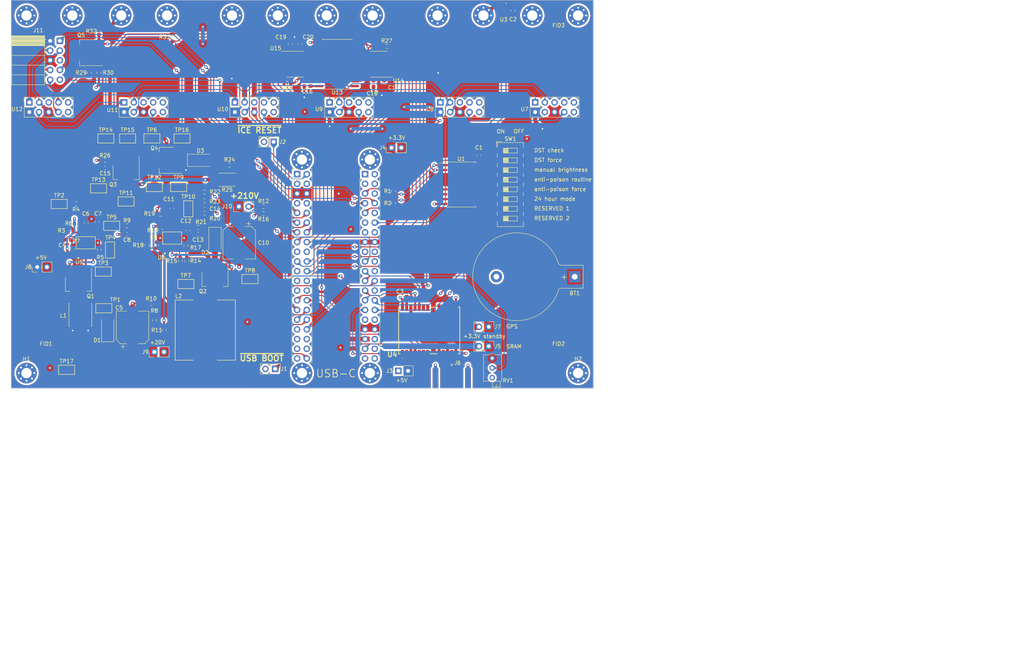
<source format=kicad_pcb>
(kicad_pcb (version 20221018) (generator pcbnew)
  (layers (0 "F.Cu" signal) (1 "In1.Cu" signal) (2 "In2.Cu" signal) (31 "B.Cu" signal) (34 "B.Paste" user) (35 "F.Paste" user) (36 "B.SilkS" user "B.Silkscreen") (37 "F.SilkS" user "F.Silkscreen") (38 "B.Mask" user) (39 "F.Mask" user) (44 "Edge.Cuts" user))
  (net 0 "")
  (net 1 "+5V")
  (net 2 "GND")
  (net 3 "+3.3V")
  (net 4 "VPP")
  (net 5 "+3V3_STDBY")
  (net 6 "/DST_force")
  (net 7 "/DST_check")
  (net 8 "/~{USB_BOOT}")
  (net 9 "/~{ICE_RST}")
  (net 10 "/GPS/RF_IN")
  (net 11 "/manual_brightness")
  (net 13 "/20V supply/20V_{VCC}")
  (net 14 "/anti-poison_routine")
  (net 15 "/anti-poison_force")
  (net 16 "/24h_mode")
  (net 17 "/RESERVED_1")
  (net 18 "/RESERVED_2")
  (net 19 "/brightness_control")
  (net 20 "/High voltage supply/HV_{BOOST}")
  (net 21 "/20V supply/20V_{SENSE}")
  (net 22 "HV_{SENSE}")
  (net 23 "LSD_{SHUNT}")
  (net 24 "PPS_{TRIMMED}")
  (net 25 "GPS_{1PPS}")
  (net 26 "GPS_{1PPS2}")
  (net 27 "CLOCK_{HV}")
  (net 28 "DATA_{HV}")
  (net 29 "GPS_{BOOT_SEL}")
  (net 30 "GPS_{RXD}")
  (net 31 "GPS_{TXD}")
  (net 32 "GPS_{RSTN}")
  (net 33 "/Nixies/DAISY_{HV-1}")
  (net 34 "/Nixies/DAISY_{HV-4}")
  (net 35 "/20V supply/20V_{SS}")
  (net 36 "/Nixies/DAISY_{HV-2}")
  (net 37 "/Nixies/DAISY_{HV-5}")
  (net 38 "/Nixies/DAISY_{HV-3}")
  (net 39 "/20V supply/20V_{COMP}")
  (net 40 "/20V supply/20V_{COMP-1}")
  (net 41 "/HV bleed/HV_bleed_{source}")
  (net 42 "/LSD ADC/VCC_{ADC}")
  (net 43 "/LSD ADC/VCC_{lvl-shift-A-1}")
  (net 44 "/LSD ADC/VCC_{lvl-shift-B-1}")
  (net 45 "/LSD ADC/VCC_{lvl-shift-A-2}")
  (net 46 "/LSD ADC/VCC_{lvl-shift-B-2}")
  (net 47 "/20V supply/20V_{BOOST}")
  (net 48 "/HV bleed/HV_bleed_{gate}")
  (net 49 "/HV bleed/HV_bleed_{pulldown}")
  (net 50 "/5V_{SENSE}")
  (net 51 "/3.3V_{SENSE}")
  (net 52 "LSD_{ADC_D0}")
  (net 53 "LSD_{ADC_D1}")
  (net 54 "LSD_{ADC_D2}")
  (net 55 "LSD_{ADC_D3}")
  (net 56 "LSD_{ADC_~{WR}{slash}RDY}")
  (net 57 "LSD_{ADC_MODE}")
  (net 58 "LSD_{ADC_~{RD}}")
  (net 59 "LSD_{ADC_~{INT}}")
  (net 60 "LSD_{ADC_~{CS}}")
  (net 61 "LSD_{ADC_D4}")
  (net 62 "LSD_{ADC_D5}")
  (net 63 "LSD_{ADC_D6}")
  (net 64 "LSD_{ADC_D7}")
  (net 65 "LSD_{ADC_~{OFL}}")
  (net 66 "/GPS/VCC_{GPS}")
  (net 67 "I2C_{DATA}")
  (net 68 "/Nixies/D_{IN-PRECISE}")
  (net 69 "I2C_{CLOCK}")
  (net 70 "SENSE_{PRECISE}")
  (net 71 "+20V")
  (net 72 "/20V supply/20V_{GATE}")
  (net 73 "/High voltage supply/HV_{SS}")
  (net 74 "/High voltage supply/HV_{VCC}")
  (net 75 "/20V supply/20V_{CS}")
  (net 76 "/HV bleed/HV_bleed_{drain}")
  (net 77 "/LSD ADC/LSD_{SHUNT_div}")
  (net 78 "/High voltage supply/HV_{COMP}")
  (net 79 "/High voltage supply/HV_{COMP-1}")
  (net 80 "/High voltage supply/HV_{FB}")
  (net 81 "/LSD ADC/V_{SHUNT}")
  (net 82 "/LSD ADC/LSD_{SHUNT_SC_Emitter}")
  (net 83 "/20V supply/20V_{UVLO}")
  (net 84 "/High voltage supply/HV_{GATE}")
  (net 85 "/High voltage supply/HV_{SOURCE}")
  (net 86 "/20V supply/20V_{PGOOD}")
  (net 87 "/20V supply/20V_{RT}")
  (net 88 "/20V supply/20V_{FB}")
  (net 89 "HV_{MEASURE}")
  (net 90 "/VCC_{IO-expander}")
  (net 91 "/VCC_{ALS}")
  (net 94 "/LSD ADC/OE_{lvl-shift-1}")
  (net 95 "/INT_{IO-expander}")
  (net 97 "/~{RESET}_{IO-expander}")
  (net 100 "/LSD ADC/OE_{lvl-shift-2}")
  (net 101 "/LSD ADC/LSD_{ADC_5V_D0}")
  (net 102 "/LSD ADC/LSD_{ADC_5V_D1}")
  (net 103 "/LSD ADC/LSD_{ADC_5V_D2}")
  (net 104 "/High voltage supply/HV_{PGOOD}")
  (net 105 "/High voltage supply/HV_{UVLO}")
  (net 106 "/High voltage supply/HV_{RT}")
  (net 108 "/High voltage supply/HV_{CS}")
  (net 109 "/High voltage supply/HV_{CS-1}")
  (net 110 "HV_{CONTROL}")
  (net 111 "/LSD ADC/LSD_{ADC_5V_D3}")
  (net 112 "/LSD ADC/LSD_{ADC_5V_~{WR}{slash}RDY}")
  (net 113 "/LSD ADC/LSD_{ADC_5V_MODE}")
  (net 114 "/LSD ADC/LSD_{ADC_5V_~{RD}}")
  (net 115 "/LSD ADC/LSD_{ADC_5V_~{INT}}")
  (net 116 "/LSD ADC/LSD_{ADC_5V_~{CS}}")
  (net 117 "/LSD ADC/LSD_{ADC_5V_D4}")
  (net 118 "/LSD ADC/LSD_{ADC_5V_D5}")
  (net 119 "/LSD ADC/LSD_{ADC_5V_D6}")
  (net 120 "/LSD ADC/LSD_{ADC_5V_D7}")
  (net 121 "/LSD ADC/LSD_{ADC_5V_~{OFL}}")
  (net 134 "DATA_{PRECISE}")
  (net 135 "CLOCK_{PRECISE}")
  (net 166 "/20V supply/5V_20V_{SENSE}")
  (net 167 "/3.3V_STDBY_SRAM_{SENSE}")
  (net 168 "/GPS/3.3V_STDBY_GPS_{SENSE}")
  (footprint "00_lib:TestPoint_Keystone_5019_Minature" (layer "F.Cu") (at 42.1775 74.93)
    (fp_text reference "TP5")
    (fp_text value "TestPoint")
  )
  (footprint "Package_SO:SOIC-20W_7.5x12.8mm_P1.27mm" (layer "F.Cu") (at 101.219 32.639 180)
    (fp_text reference "U13")
    (fp_text value "ADC0820BCWMX")
  )
  (footprint "Diode_SMD:D_MELF" (layer "F.Cu") (at 41.125 101.875 90)
    (fp_text reference "D1")
    (fp_text value "SM4004")
  )
  (footprint "00_lib:TestPoint_Keystone_5019_Minature" (layer "F.Cu") (at 41.735 81.28 90)
    (fp_text reference "TP4")
    (fp_text value "TestPoint")
  )
  (footprint "Resistor_SMD:R_0603_1608Metric" (layer "F.Cu") (at 114.1715 27.944)
    (fp_text reference "R27")
    (fp_text value "100k")
  )
  (footprint "Resistor_SMD:R_0603_1608Metric" (layer "F.Cu") (at 81.915 71.755 180)
    (fp_text reference "R16")
    (fp_text value "100k")
  )
  (footprint "Resistor_SMD:R_0603_1608Metric" (layer "F.Cu") (at 55.88 102.235 -90)
    (fp_text reference "R11")
    (fp_text value "62k")
  )
  (footprint "Resistor_SMD:R_0603_1608Metric" (layer "F.Cu") (at 40.45 57.785 180)
    (fp_text reference "R26")
    (fp_text value "100k")
  )
  (footprint "00_lib:TestPoint_Keystone_5019_Minature" (layer "F.Cu") (at 60.579 52.07)
    (fp_text reference "TP16")
    (fp_text value "TestPoint")
  )
  (footprint "00_lib:TestPoint_Keystone_5019_Minature" (layer "F.Cu") (at 78.375 88.875)
    (fp_text reference "TP8")
    (fp_text value "TestPoint")
  )
  (footprint "Connector_PinHeader_2.54mm:PinHeader_1x02_P2.54mm_Vertical" (layer "F.Cu") (at 115.443 54.483 90)
    (fp_text reference "J4")
    (fp_text value "Conn_01x02_Pin")
  )
  (footprint "00_lib:IN-14 daughter board" (layer "F.Cu") (at 74.425 42.625 90)
    (fp_text reference "U10")
    (fp_text value "~")
  )
  (footprint "Connector_PinHeader_2.54mm:PinHeader_1x02_P2.54mm_Vertical" (layer "F.Cu") (at 140.875 106.455 -90)
    (fp_text reference "J5")
    (fp_text value "Conn_01x02_Pin")
  )
  (footprint "Capacitor_SMD:C_0603_1608Metric" (layer "F.Cu") (at 91.454 27.389 -90)
    (fp_text reference "C20")
    (fp_text value "0.1u")
  )
  (footprint "Resistor_SMD:R_0603_1608Metric" (layer "F.Cu") (at 115.951 69.024 -90)
    (fp_text reference "R2")
    (fp_text value "1k")
  )
  (footprint "00_lib:TestPoint_Keystone_5019_Minature" (layer "F.Cu") (at 30.375 112.625)
    (fp_text reference "TP17")
    (fp_text value "TestPoint")
  )
  (footprint "Resistor_SMD:R_0603_1608Metric" (layer "F.Cu") (at 33.253 74.39745 180)
    (fp_text reference "R6")
    (fp_text value "100k")
  )
  (footprint "Capacitor_SMD:C_0603_1608Metric" (layer "F.Cu") (at 40.45 59.785 180)
    (fp_text reference "C15")
    (fp_text value "1u")
  )
  (footprint "Capacitor_SMD:C_0603_1608Metric" (layer "F.Cu") (at 93.359 38.354)
    (fp_text reference "C16")
    (fp_text value "0.1u")
  )
  (footprint "Connector_PinHeader_2.54mm:PinHeader_1x02_P2.54mm_Vertical" (layer "F.Cu") (at 22.68 85.725 90)
    (fp_text reference "J8")
    (fp_text value "Conn_01x02_Pin")
  )
  (footprint "Resistor_SMD:R_0603_1608Metric" (layer "F.Cu") (at 115.951 65.85 90)
    (fp_text reference "R1")
    (fp_text value "1k")
  )
  (footprint "Connector_PinHeader_2.54mm:PinHeader_1x02_P2.54mm_Vertical" (layer "F.Cu") (at 117.216 112.903 90)
    (fp_text reference "J3")
    (fp_text value "Conn_01x02_Pin")
  )
  (footprint "Capacitor_SMD:C_0603_1608Metric" (layer "F.Cu") (at 113.469 37.709 90)
    (fp_text reference "C17")
    (fp_text value "0.1u")
  )
  (footprint "Resistor_SMD:R_0603_1608Metric" (layer "F.Cu") (at 38.881 81.16545 90)
    (fp_text reference "R5")
    (fp_text value "40m")
  )
  (footprint "Package_SO:TSSOP-20_4.4x6.5mm_P0.65mm" (layer "F.Cu") (at 90.184 32.639)
    (fp_text reference "U15")
    (fp_text value "TXB0108PWR")
  )
  (footprint "Package_TO_SOT_SMD:SOT-223-3_TabPin2" (layer "F.Cu") (at 33.48 90.17 -90)
    (fp_text reference "Q1")
    (fp_text value "BSP88")
  )
  (footprint "00_lib:IN-14 daughter board" (layer "F.Cu") (at 153.025 42.625 90)
    (fp_text reference "U7")
    (fp_text value "~")
  )
  (footprint "00_lib:pico iCE" (layer "F.Cu") (at 100.875 84.265)
    (fp_text reference "U2" hide)
    (fp_text value "pico iCE")
  )
  (footprint "00_lib:IN-14 daughter board" (layer "F.Cu") (at 99.225 42.625 90)
    (fp_text reference "U9")
    (fp_text value "~")
  )
  (footprint "Resistor_SMD:R_0603_1608Metric" (layer "F.Cu") (at 38.837 34.862 -90)
    (fp_text reference "R30")
    (fp_text value "100k")
  )
  (footprint "00_lib:TestPoint_Keystone_5019_Minature" (layer "F.Cu") (at 45.96 68.58)
    (fp_text reference "TP11")
    (fp_text value "TestPoint")
  )
  (footprint "Resistor_SMD:R_0603_1608Metric" (layer "F.Cu") (at 66.485 66.14)
    (fp_text reference "R22")
    (fp_text value "100k")
  )
  (footprint "Resistor_SMD:R_0603_1608Metric" (layer "F.Cu") (at 58.039 25.527 90)
    (fp_text reference "R31")
    (fp_text value "10k")
  )
  (footprint "Resistor_SMD:R_0603_1608Metric" (layer "F.Cu") (at 51.435 80 -90)
    (fp_text reference "R18")
    (fp_text value "100k")
  )
  (footprint "Package_TO_SOT_SMD:SOT-223-3_TabPin2" (layer "F.Cu") (at 45.96 60.935 -90)
    (fp_text reference "Q3")
    (fp_text value "BSP88")
  )
  (footprint "Capacitor_SMD:C_0603_1608Metric" (layer "F.Cu") (at 66.485 70.64)
    (fp_text reference "C14")
    (fp_text value "0.1u")
  )
  (footprint "Resistor_SMD:R_0603_1608Metric" (layer "F.Cu") (at 38.837 24.003 90)
    (fp_text reference "R32")
    (fp_text value "10k")
  )
  (footprint "Battery:BatteryHolder_Keystone_103_1x20mm" (layer "F.Cu") (at 163.375 88.265001 180)
    (fp_text reference "BT1")
    (fp_text value "Battery_Cell")
  )
  (footprint "Resistor_SMD:R_0603_1608Metric" (layer "F.Cu") (at 60.115 84.14 -90)
    (fp_text reference "R14")
    (fp_text value "1k")
  )
  (footprint "Resistor_SMD:R_0603_1608Metric" (layer "F.Cu") (at 36.297 34.862 90)
    (fp_text reference "R29")
    (fp_text value "10M")
  )
  (footprint "Connector_PinHeader_2.54mm:PinHeader_1x02_P2.54mm_Vertical" (layer "F.Cu") (at 140.875 101.375 -90)
    (fp_text reference "J7")
    (fp_text value "Conn_01x02_Pin")
  )
  (footprint "00_lib:TestPoint_Keystone_5019_Minature" (layer "F.Cu") (at 40.64 52.07)
    (fp_text reference "TP14")
    (fp_text value "TestPoint")
  )
  (footprint "00_lib:PX1125T" (layer "F.Cu") (at 125.291 102.331 -90)
    (fp_text reference "U4")
    (fp_text value "PX1125T" hide)
  )
  (footprint "Capacitor_SMD:C_0603_1608Metric" (layer "F.Cu") (at 53.975 80 90)
    (fp_text reference "C9")
    (fp_text value "1u")
  )
  (footprint "Resistor_SMD:R_0603_1608Metric" (layer "F.Cu") (at 32.845 69.215 180)
    (fp_text reference "R4")
    (fp_text value "27k")
  )
  (footprint "Resistor_SMD:R_0603_1608Metric" (layer "F.Cu") (at 61.615 80.14 90)
    (fp_text reference "R17")
    (fp_text value "40m")
  )
  (footprint "Resistor_SMD:R_0603_1608Metric" (layer "F.Cu") (at 52.515 95.25)
    (fp_text reference "R10")
    (fp_text value "4.7k")
  )
  (footprint "Resistor_SMD:R_2512_6332Metric" (layer "F.Cu") (at 72.39 62.865 180)
    (fp_text reference "R25")
    (fp_text value "10k")
  )
  (footprint "Diode_SMD:D_MELF" (layer "F.Cu") (at 69.215 78.74 -90)
    (fp_text reference "D2")
    (fp_text value "SM4004")
  )
  (footprint "00_lib:TestPoint_Keystone_5019_Minature" (layer "F.Cu") (at 53.34 64.77)
    (fp_text reference "TP12")
    (fp_text value "TestPoint")
  )
  (footprint "Resistor_SMD:R_0603_1608Metric" (layer "F.Cu") (at 73.025 59.055)
    (fp_text reference "R24")
    (fp_text value "1M")
  )
  (footprint "00_lib:TestPoint_Keystone_5019_Minature" (layer "F.Cu") (at 38.735 65.125)
    (fp_text reference "TP13")
    (fp_text value "TestPoint")
  )
  (footprint "00_lib:TestPoint_Keystone_5019_Minature" (layer "F.Cu") (at 61.595 90.17)
    (fp_text reference "TP7")
    (fp_text value "TestPoint")
  )
  (footprint "Fiducial:Fiducial_1mm_Mask3mm" (layer "F.Cu") (at 159.155 108.355)
    (fp_text reference "FID2")
    (fp_text value "Fiducial")
  )
  (footprint "00_lib:TestPoint_Keystone_5019_Minature" (layer "F.Cu") (at 62.23 70.485 90)
    (fp_text reference "TP10")
    (fp_text value "TestPoint")
  )
  (footprint "Capacitor_SMD:C_0603_1608Metric" (layer "F.Cu") (at 138.303 56.515 -90)
    (fp_text reference "C1")
    (fp_text value "0.1u")
  )
  (footprint "Button_Switch_SMD:SW_DIP_SPSTx08_Slide_6.7x21.88mm_W8.61mm_P2.54mm_LowProfile" (layer "F.Cu") (at 146.545 64.135)
    (fp_text reference "SW1")
    (fp_text value "SW_DIP_x08")
  )
  (footprint "00_lib:IND_VLS6045EX-150M" (layer "F.Cu") (at 33.98 98.298 90)
    (fp_text reference "L1")
    (fp_text value "15u")
  )
  (footprint "Potentiometer_THT:Potentiometer_Bourns_3266Z_Horizontal" (layer "F.Cu") (at 141.784 109.603 90)
    (fp_text reference "RV1")
    (fp_text value "100k")
  )
  (footprint "Capacitor_SMD:C_0603_1608Metric" (layer "F.Cu") (at 38.381 73.93745 90)
    (fp_text reference "C7")
    (fp_text value "1u")
  )
  (footprint "Connector_PinSocket_2.54mm:PinSocket_2x05_P2.54mm_Horizontal" (layer "F.Cu") (at 28.612 26.523)
    (fp_text reference "J11")
    (fp_text value "Conn_02x05_Odd_Even")
  )
  (footprint "Connector_PinHeader_2.54mm:PinHeader_1x02_P2.54mm_Vertical" (layer "F.Cu") (at 84.585 52.959 -90)
    (fp_text reference "J2")
    (fp_text value "Conn_01x02_Pin")
  )
  (footprint "Package_TO_SOT_SMD:SOT-223-3_TabPin2" (layer "F.Cu") (at 56.515 57.785 180)
    (fp_text reference "Q4")
    (fp_text value "BSP88")
  )
  (footprint "Capacitor_SMD:C_0603_1608Metric" (layer "F.Cu") (at 64.77 77.14 180)
    (fp_text reference "C13")
    (fp_text value "1u")
  )
  (footprint "00_lib:TestPoint_Keystone_5019_Minature" (layer "F.Cu") (at 59.69 64.77 180)
    (fp_text reference "TP9")
    (fp_text value "TestPoint")
  )
  (footprint "00_lib:TestPoint_Keystone_5019_Minature" (layer "F.Cu") (at 40.125 96.52)
    (fp_text reference "TP1")
    (fp_text value "TestPoint")
  )
  (footprint "00_lib:TestPoint_Keystone_5019_Minature" (layer "F.Cu") (at 52.705 52.07)
    (fp_text reference "TP6")
    (fp_text value "TestPoint")
  )
  (footprint "Connector_PinHeader_2.54mm:PinHeader_1x02_P2.54mm_Vertical" (layer "F.Cu") (at 75.478 69.893 90)
    (fp_text reference "J10")
    (fp_text value "Conn_01x02_Pin")
  )
  (footprint "00_lib:PWP0014H-IPC_C" (layer "F.Cu") (at 35.385 79.375 90)
    (fp_text reference "U5")
    (fp_text value "LM51561HPWPR")
  )
  (footprint "00_lib:LTR-329ALS-01_LTO" (layer "F.Cu") (at 144.78 18.415 -90)
    (fp_text reference "U3")
    (fp_text value "LTR-329ALS-01" hide)
  )
  (footprint "Resistor_SMD:R_0603_1608Metric" (layer "F.Cu") (at 61.865 84.14 90)
    (fp_text reference "R15")
    (fp_text value "1k")
  )
  (footprint "00_lib:PWP0014H-IPC_C" (layer "F.Cu") (at 58.013451 78.14 90)
    (fp_text reference "U6")
    (fp_text value "LM51561HPWPR")
  )
  (footprint "00_lib:TestPoint_Keystone_5019_Minature" (layer "F.Cu") (at 39.98 86.92)
    (fp_text reference "TP3")
    (fp_text value "TestPoint")
  )
  (footprint "Resistor_SMD:R_0603_1608Metric" (layer "F.Cu") (at 64.77 75.39)
    (fp_text reference "R21")
    (fp_text value "10k")
  )
  (footprint "00_lib:IN-14 daughter board" (layer "F.Cu") (at 20.625 42.625 90)
    (fp_text reference "U12")
    (fp_text value "~")
  )
  (footprint "Capacitor_SMD:C_0603_1608Metric" (layer "F.Cu") (at 88.914 27.389 -90)
    (fp_text reference "C19")
    (fp_text value "0.1u")
  )
  (footprint "Capacitor_SMD:C_0603_1608Metric" (layer "F.Cu") (at 57.865 70.39 -90)
    (fp_text reference "C11")
    (fp_text value "1u")
  )
  (footprint "Capacitor_SMD:C_0603_1608Metric" (layer "F.Cu") (at 46.18 77.18 180)
    (fp_text reference "C8")
    (fp_text value "1u")
  )
  (footprint "00_lib:TestPoint_Keystone_5019_Minature" (layer "F.Cu") (at 46.355 52.07)
    (fp_text reference "TP15")
    (fp_text value "TestPoint")
  )
  (footprint "Capacitor_SMD:C_0603_1608Metric" (layer "F.Cu") (at 35.503 74.14745 90)
    (fp_text reference "C6")
    (fp_text value "0.1u")
  )
  (footprint "Resistor_SMD:R_0603_1608Metric" (layer "F.Cu") (at 81.915 69.893)
    (fp_text reference "R12")
    (fp_text value "10M")
  )
  (footprint "Resistor_SMD:R_0603_1608Metric" (layer "F.Cu") (at 66.485 68.39 180)
    (fp_text reference "R23")
    (fp_text value "15k")
  )
  (footprint "Fiducial:Fiducial_1mm_Mask3mm" (layer "F.Cu") (at 24.995 108.355)
    (fp_text reference "FID1")
    (fp_text value "Fiducial")
  )
  (footprint "Capacitor_SMD:C_0603_1608Metric" (layer "F.Cu") (at 147.228001 18.5931 90)
    (fp_text reference "C2")
    (fp_text value "0.1u")
  )
  (footprint "00_lib:IND_MSS1583_COC" (layer "F.Cu") (at 66.675 102.235 90)
    (fp_text reference "L2")
    (fp_text value "820u")
  )
  (footprint "Capacitor_SMD:C_0603_1608Metric" (layer "F.Cu") (at 62.115 76.165 -90)
    (fp_text reference "C12")
    (fp_text value "1n")
  )
  (footprint "Resistor_SMD:R_0603_1608Metric" (layer "F.Cu") (at 66.485 72.64)
    (fp_text reference "R20")
    (fp_text value "2.7M")
  )
  (footprint "Capacitor_SMD:C_0603_1608Metric" (layer "F.Cu") (at 110.719 37.709 90)
    (fp_text reference "C18")
    (fp_text value "0.1u")
  )
  (footprint "Package_TO_SOT_SMD:SOT-223-3_TabPin2" (layer "F.Cu") (at 35.687 29.591 180)
    (fp_text reference "Q5")
    (fp_text value "BSP88")
  )
  (footprint "Symbol:Symbol_HighVoltage_Type2_CopperTop_VerySmall" (layer "F.Cu") (at 80.875 98.09)
    (fp_text reference "REF**" hide)
    (fp_text value "Symbol_HighVoltage_Type2_CopperTop_VerySmall")
  )
  (footprint "Resistor_SMD:R_0603_1608Metric" (layer "F.Cu") (at 46.18 74.93)
    (fp_text reference "R9")
    (fp_text value "470")
  )
  (footprint "Capacitor_SMD:CP_Elec_8x10" (layer "F.Cu") (at 75.565 79.375 -90)
    (fp_text reference "C10")
    (fp_text value "10u")
  )
  (footprint "Package_TO_SOT_SMD:SOT-223-3_TabPin2" (layer "F.Cu") (at 69.215 88.9 -90)
    (fp_text reference "Q2")
    (fp_text value "BSP88")
  )
  (footprint "00_lib:TestPoint_Keystone_5019_Minature" (layer "F.Cu") (at 28.429 69.215)
    (fp_text reference "TP2")
    (fp_text value "TestPoint")
  )
  (footprint "Capacitor_SMD:C_0603_1608Metric" (layer "F.Cu") (at 119.391 92.679 90)
    (fp_text reference "C3")
    (fp_text value "0.1u")
  )
  (footprint "MountingHole:MountingHole_2.7mm_M2.5_Pad_Via" (layer "F.Cu") (at 164.275 113.475)
    (fp_text reference "H2")
    (fp_text value "MountingHole_Pad")
  )
  (footprint "Package_SO:SOIC-18W_7.5x11.6mm_P1.27mm" (layer "F.Cu") (at 133.653 64.135)
    (fp_text reference "U1")
    (fp_text value "MCP23008-xSO")
  )
  (footprint "Resistor_SMD:R_0603_1608Metric" (layer "F.Cu") (at 53.34 99.695 -90)
    (fp_text reference "R8")
    (fp_text value "100k")
  )
  (footprint "Resistor_SMD:R_0603_1608Metric" (layer "F.Cu") (at 31.253 76.64745 180)
    (fp_text reference "R3")
    (fp_text value "62k")
  )
  (footprint "Resistor_SMD:R_0603_1608Metric" (layer "F.Cu") (at 54.865 71.89)
    (fp_text reference "R19")
    (fp_text value "220k")
  )
  (footprint "Connector_PinHeader_2.54mm:PinHeader_1x02_P2.54mm_Vertical" (layer "F.Cu") (at 53.335 107.95 90)
    (fp_text reference "J9")
    (fp_text value "Conn_01x02_Pin")
  )
  (footprint "00_lib:IN-14 daughter board" (layer "F.Cu") (at 45.425 42.625 90)
    (fp_text reference "U11")
    (fp_text value "~")
  )
  (footprint "Fiducial:Fiducial_1mm_Mask3mm" (layer "F.Cu") (at 159.155 24.995)
    (fp_text reference "FID3")
    (fp_text value "Fiducial")
  )
  (footprint "MountingHole:MountingHole_2.7mm_M2.5_Pad_Via" (layer "F.Cu") (at 19.875 113.475)
    (fp_text reference "H1")
    (fp_text value "MountingHole_Pad")
  )
  (footprint "Capacitor_SMD:C_0603_1608Metric" (layer "F.Cu") (at 31.875 81.125 90)
    (fp_text reference "C4")
    (fp_text value "1u")
  )
  (footprint "Diode_SMD:D_MELF" (layer "F.Cu") (at 65.405 57.785)
    (fp_text reference "D3")
    (fp_text value "SM4004")
  )
  (footprint "Package_SO:TSSOP-20_4.4x6.5mm_P0.65mm" (layer "F.Cu") (at 112.134 32.639 180)
    (fp_text reference "U14")
    (fp_text value "TXB0108PWR")
  )
  (footprint "Resistor_SMD:R_0603_1608Metric" (layer "F.Cu") (at 54.875 75.875 -90)
    (fp_text reference "R13")
    (fp_text value "4.7k")
  )
  (footprint "Resistor_SMD:R_0603_1608Metric" (layer "F.Cu") (at 88.1465 37.614 180)
    (fp_text reference "R28")
    (fp_text value "100k")
  )
  (footprint "00_lib:SMA_Amphenol_132289_EdgeMount" (layer "F.Cu") (at 131.191 114.875 -90)
    (fp_text reference "J6")
    (fp_text value "Conn_Coaxial")
  )
  (footprint "00_lib:IN-14 daughter board" (layer "F.Cu") (at 128.225 42.625 90)
    (fp_text reference "U8")
    (fp_text value "~")
  )
  (footprint "Connector_PinHeader_2.54mm:PinHeader_1x02_P2.54mm_Vertical" (layer "F.Cu") (at 84.963 112.395 -90)
    (fp_text reference "J1")
    (fp_text value "Conn_01x02_Pin")
  )
  (footprint "Resistor_SMD:R_0603_1608Metric" (layer "F.Cu") (at 30.625 78.625 180)
    (fp_text reference "R7")
    (fp_text value "100k")
  )
  (footprint "Capacitor_SMD:CP_Elec_8x10" (layer "F.Cu") (at 47.625 101.525 90)
    (fp_text reference "C5")
    (fp_text value "10u")
  )
  (gr_rect (start 15.875 15.875) (end 168.275 117.475) (stroke (width 0.1)) (fill none) (layer "Edge.Cuts"))
  (gr_text "manual brightness" (at 166.893096 60.84) (layer "F.SilkS") (effects (font (size 1 1)) (justify right bottom)))
  (gr_text "ON" (at 142.875 50.8) (layer "F.SilkS") (effects (font (size 1 1)) (justify left bottom)))
  (gr_text "GPS" (at 145.375 101.875) (layer "F.SilkS") (effects (font (size 1 1)) (justify left bottom)))
  (gr_text "anti-poison force" (at 166.464524 65.92) (layer "F.SilkS") (effects (font (size 1 1)) (justify right bottom)))
  (gr_text "SRAM" (at 145.375 107.125) (layer "F.SilkS") (effects (font (size 1 1)) (justify left bottom)))
  (gr_text "~{USB BOOT}" (at 75.565 110.49) (layer "F.SilkS") (effects (font (size 1.5 1.5) (thickness 0.3) bold) (justify left bottom)))
  (gr_text "+3.3V" (at 114.427 52.451) (layer "F.SilkS") (effects (font (size 1 1)) (justify left bottom)))
  (gr_text "24 hour mode" (at 163.655 68.46) (layer "F.SilkS") (effects (font (size 1 1)) (justify right bottom)))
  (gr_text "OFF" (at 147.32 50.8) (layer "F.SilkS") (effects (font (size 1 1)) (justify left bottom)))
  (gr_text "anti-poison routine" (at 167.893095 63.38) (layer "F.SilkS") (effects (font (size 1 1)) (justify right bottom)))
  (gr_text "~{ICE RESET}" (at 74.928 50.8) (layer "F.SilkS") (effects (font (size 1.5 1.5) (thickness 0.3) bold) (justify left bottom)))
  (gr_text "+5V" (at 22.05 83.82) (layer "F.SilkS") (effects (font (size 1 1)) (justify left bottom)))
  (gr_text "+5V" (at 116.459 115.951) (layer "F.SilkS") (effects (font (size 1 1)) (justify left bottom)))
  (gr_text "RESERVED 2" (at 162.13119 73.54) (layer "F.SilkS") (effects (font (size 1 1)) (justify right bottom)))
  (gr_text "RESERVED 1" (at 162.13119 71) (layer "F.SilkS") (effects (font (size 1 1)) (justify right bottom)))
  (gr_text "+210V" (at 73.025 67.945) (layer "F.SilkS") (effects (font (size 1.5 1.5) (thickness 0.3) bold) (justify left bottom)))
  (gr_text "DST check" (at 160.655 55.76) (layer "F.SilkS") (effects (font (size 1 1)) (justify right bottom)))
  (gr_text "+20V" (at 52.07 106.045) (layer "F.SilkS") (effects (font (size 1 1)) (justify left bottom)))
  (gr_text "DST force" (at 160.17881 58.3) (layer "F.SilkS") (effects (font (size 1 1)) (justify right bottom)))
  (gr_text "+3.3V standby" (at 134.125 104.415) (layer "F.SilkS") (effects (font (size 1 1)) (justify left bottom)))
  (segment (start 90.043 25.527) (end 90.745255 25.527) (width 0.5) (layer "F.Cu") (net 1))
  (segment (start 99.225 48.895) (end 99.225 45.165) (width 1) (layer "F.Cu") (net 1))
  (segment (start 60.074705 60.325) (end 61.595 60.325) (width 1) (layer "F.Cu") (net 1))
  (segment (start 112.168744 40.767) (end 112.903 40.767) (width 0.5) (layer "F.Cu") (net 1))
  (segment (start 91.454 26.235744) (end 91.454 26.614) (width 0.5) (layer "F.Cu") (net 1))
  (segment (start 153.025 47.333255) (end 153.025 45.165) (width 1) (layer "F.Cu") (net 1))
  (segment (start 59.785 60.205) (end 59.665 60.085) (width 1) (layer "F.Cu") (net 1))
  (segment (start 154.94 49.53) (end 153.224223 47.814223) (width 1) (layer "F.Cu") (net 1))
  (segment (start 92.5835 41.2745) (end 92.583 41.275) (width 0.25) (layer "F.Cu") (net 1))
  (segment (start 91.226223 25.726223) (end 91.254776 25.754776) (width 0.5) (layer "F.Cu") (net 1))
  (segment (start 110.719 39.317255) (end 110.719 38.484) (width 0.5) (layer "F.Cu") (net 1))
  (segment (start 110.918223 39.798223) (end 111.687776 40.567776) (width 0.5) (layer "F.Cu") (net 1))
  (segment (start 92.584 41.273292) (end 92.584 38.354) (width 0.5) (layer "F.Cu") (net 1))
  (via (at 36.012 102.362) (size 0.8) (drill 0.4) (layers "F.Cu" "B.Cu") (net 1))
  (via (at 99.225 48.895) (size 0.8) (drill 0.4) (layers "F.Cu" "B.Cu") (net 1))
  (via (at 31.948 102.362) (size 0.8) (drill 0.4) (layers "F.Cu" "B.Cu") (net 1))
  (via (at 154.94 49.53) (size 0.8) (drill 0.4) (layers "F.Cu" "B.Cu") (net 1))
  (via (at 61.595 60.325) (size 0.8) (drill 0.4) (layers "F.Cu" "B.Cu") (net 1))
  (via (at 73.625 36.375) (size 0.8) (drill 0.4) (layers "F.Cu" "B.Cu") (net 1))
  (via (at 127.635 34.925) (size 0.8) (drill 0.4) (layers "F.Cu" "B.Cu") (net 1))
  (via (at 90.043 25.527) (size 0.8) (drill 0.4) (layers "F.Cu" "B.Cu") (net 1))
  (via (at 92.583 41.275) (size 0.8) (drill 0.4) (layers "F.Cu" "B.Cu") (net 1))
  (via (at 112.903 40.767) (size 0.8) (drill 0.4) (layers "F.Cu" "B.Cu") (net 1))
  (arc (start 59.785 60.205) (mid 59.917917 60.293813) (end 60.074705 60.325) (width 1) (layer "F.Cu") (net 1))
  (arc (start 91.254776 25.754776) (mid 91.402223 25.975446) (end 91.454 26.235744) (width 0.5) (layer "F.Cu") (net 1))
  (arc (start 111.687776 40.567776) (mid 111.908446 40.715223) (end 112.168744 40.767) (width 0.5) (layer "F.Cu") (net 1))
  (arc (start 92.584 41.273292) (mid 92.58387 41.273945) (end 92.5835 41.2745) (width 0.5) (layer "F.Cu") (net 1))
  (arc (start 110.719 39.317255) (mid 110.770776 39.577553) (end 110.918223 39.798223) (width 0.5) (layer "F.Cu") (net 1))
  (arc (start 153.025 47.333255) (mid 153.076776 47.593553) (end 153.224223 47.814223) (width 1) (layer "F.Cu") (net 1))
  (arc (start 91.226223 25.726223) (mid 91.005553 25.578776) (end 90.745255 25.527) (width 0.5) (layer "F.Cu") (net 1))
  (segment (start 56.515 52.705) (end 56.079223 52.269223) (width 1) (layer "F.Cu") (net 2))
  (segment (start 59.313451 78.478777) (end 59.313451 80.915384) (width 0.25) (layer "F.Cu") (net 2))
  (segment (start 109.347 29.585113) (end 109.347 27.944) (width 0.4) (layer "F.Cu") (net 2))
  (segment (start 108.045255 26.924) (end 105.869 26.924) (width 0.5) (layer "F.Cu") (net 2))
  (segment (start 109.30925 29.67625) (end 109.2715 29.714) (width 0.4) (layer "F.Cu") (net 2))
  (segment (start 35.587488 79.375) (end 36.412631 79.375) (width 0.25) (layer "F.Cu") (net 2))
  (segment (start 135.441 111.379) (end 135.441 114.875) (width 0.5) (layer "F.Cu") (net 2))
  (segment (start 126.941 111.379) (end 126.941 114.875) (width 0.5) (layer "F.Cu") (net 2))
  (segment (start 130.091 106.787989) (end 130.091 108.331) (width 0.5) (layer "F.Cu") (net 2))
  (segment (start 108.526223 27.123223) (end 109.347 27.944) (width 0.5) (layer "F.Cu") (net 2))
  (segment (start 118.291 94.596744) (end 118.291 96.331) (width 0.5) (layer "F.Cu") (net 2))
  (segment (start 38.1 57.785) (end 39.589644 57.785) (width 0.5) (layer "F.Cu") (net 2))
  (segment (start 56.714223 54.809223) (end 57.190776 55.285776) (width 1) (layer "F.Cu") (net 2))
  (segment (start 109.347 27.944) (end 113.3465 27.944) (width 0.5) (layer "F.Cu") (net 2))
  (segment (start 58.215939 78.14) (end 58.974673 78.14) (width 0.25) (layer "F.Cu") (net 2))
  (segment (start 90.544 36.979) (end 90.108223 37.414776) (width 0.5) (layer "F.Cu") (net 2))
  (segment (start 89.627255 37.614) (end 88.9715 37.614) (width 0.5) (layer "F.Cu") (net 2))
  (segment (start 132.291 106.90578) (end 132.291 108.331) (width 0.5) (layer "F.Cu") (net 2))
  (segment (start 55.598255 52.07) (end 52.705 52.07) (width 1) (layer "F.Cu") (net 2))
  (segment (start 57.671744 55.485) (end 59.665 55.485) (width 1) (layer "F.Cu") (net 2))
  (segment (start 131.695219 106.31) (end 130.568989 106.31) (width 0.5) (layer "F.Cu") (net 2))
  (segment (start 36.035001 80.306745) (end 36.035001 82.150384) (width 0.25) (layer "F.Cu") (net 2))
  (segment (start 34.468255 69.215) (end 33.67 69.215) (width 0.5) (layer "F.Cu") (net 2))
  (segment (start 41.571223 22.978776) (end 44.675 19.875) (width 0.5) (layer "F.Cu") (net 2))
  (segment (start 141.813644 17.8181) (end 144.180001 17.8181) (width 0.5) (layer "F.Cu") (net 2))
  (segment (start 141.332676 18.017323) (end 139.475 19.875) (width 0.5) (layer "F.Cu") (net 2))
  (segment (start 54.04 70.485) (end 54.04 71.89) (width 0.5) (layer "F.Cu") (net 2))
  (segment (start 94.107 26.924) (end 96.569 26.924) (width 0.5) (layer "F.Cu") (net 2))
  (segment (start 36.685 73.44935) (end 36.685 76.599616) (width 0.25) (layer "F.Cu") (net 2))
  (segment (start 35.303776 69.768776) (end 34.949223 69.414223) (width 0.5) (layer "F.Cu") (net 2))
  (segment (start 126.619 69.215) (end 129.003 69.215) (width 0.5) (layer "F.Cu") (net 2))
  (segment (start 79.810776 71.954223) (end 79.375 72.39) (width 0.5) (layer "F.Cu") (net 2))
  (segment (start 134.943 108.331) (end 132.291 108.331) (width 0.5) (layer "F.Cu") (net 2))
  (segment (start 91.759776 35.763223) (end 90.544 36.979) (width 0.5) (layer "F.Cu") (net 2))
  (segment (start 54.710776 69.814223) (end 54.04 70.485) (width 0.5) (layer "F.Cu") (net 2))
  (segment (start 59.313451 77.801222) (end 59.313451 75.364616) (width 0.25) (layer "F.Cu") (net 2))
  (segment (start 41.090255 23.178) (end 38.837 23.178) (width 0.5) (layer "F.Cu") (net 2))
  (segment (start 68.934223 70.839223) (end 69.85 71.755) (width 0.5) (layer "F.Cu") (net 2))
  (segment (start 56.515 54.328255) (end 56.515 52.705) (width 1) (layer "F.Cu") (net 2))
  (segment (start 58.156631 78.28318) (end 58.464228 78.590777) (width 0.25) (layer "F.Cu") (net 2))
  (segment (start 36.875 73.125) (end 36.78 73.22) (width 0.25) (layer "F.Cu") (net 2))
  (segment (start 67.31 70.554644) (end 67.31 68.39) (width 0.5) (layer "F.Cu") (net 2))
  (segment (start 36.035001 82.150384) (end 36.685 82.150384) (width 0.25) (layer "F.Cu") (net 2))
  (segment (start 35.52818 79.51818) (end 35.835777 79.825777) (width 0.25) (layer "F.Cu") (net 2))
  (segment (start 55.191744 69.615) (end 57.865 69.615) (width 0.5) (layer "F.Cu") (net 2))
  (segment (start 35.503 70.249744) (end 35.503 73.37245) (width 0.5) (layer "F.Cu") (net 2))
  (segment (start 132.291 93.695) (end 132.291 96.331) (width 0.5) (layer "F.Cu") (net 2))
  (segment (start 36.605225 79.295225) (end 36.685 79.21545) (width 0.25) (layer "F.Cu") (net 2))
  (segment (start 58.663452 79.071745) (end 58.663452 80.915384) (width 0.25) (layer "F.Cu") (net 2))
  (segment (start 68.453255 70.64) (end 67.295355 70.64) (width 0.5) (layer "F.Cu") (net 2))
  (segment (start 39.675 57.870355) (end 39.675 59.785) (width 0.5) (layer "F.Cu") (net 2))
  (segment (start 43.6775 77.18) (end 45.405 77.18) (width 0.5) (layer "F.Cu") (net 2))
  (segment (start 80.291744 71.755) (end 81.09 71.755) (width 0.5) (layer "F.Cu") (net 2))
  (segment (start 92.240744 35.564) (end 93.0465 35.564) (width 0.4) (layer "F.Cu") (net 2))
  (segment (start 75.565 85.725) (end 75.565 82.625) (width 1) (layer "F.Cu") (net 2))
  (segment (start 63.653578 76.94) (end 62.115 76.94) (width 0.5) (layer "F.Cu") (net 2))
  (segment (start 63.895 77.04) (end 63.995 77.14) (width 0.5) (layer "F.Cu") (net 2))
  (segment (start 117.689 93.713) (end 118.091776 94.115776) (width 0.5) (layer "F.Cu") (net 2))
  (segment (start 47.625 95.25) (end 51.69 95.25) (width 0.5) (layer "F.Cu") (net 2))
  (segment (start 47.625 95.25) (end 47.625 98.275) (width 1) (layer "F.Cu") (net 2))
  (via (at 43.6775 77.18) (size 0.8) (drill 0.4) (layers "F.Cu" "B.Cu") (net 2))
  (via (at 132.291 93.695) (size 0.8) (drill 0.4) (layers "F.Cu" "B.Cu") (net 2))
  (via (at 69.85 71.755) (size 0.8) (drill 0.4) (layers "F.Cu" "B.Cu") (net 2))
  (via (at 47.625 95.25) (size 0.8) (drill 0.4) (layers "F.Cu" "B.Cu") (net 2))
  (via (at 77.7 100.105) (size 0.8) (drill 0.4) (layers "F.Cu" "B.Cu") (net 2))
  (via (at 54.04 70.485) (size 0.8) (drill 0.4) (layers "F.Cu" "B.Cu") (net 2))
  (via (at 26.01 112.141) (size 0.8) (drill 0.4) (layers "F.Cu" "B.Cu") (net 2))
  (via (at 54.865 78.14) (size 0.8) (drill 0.4) (layers "F.Cu" "B.Cu") (net 2))
  (via (at 109.347 27.944) (size 0.8) (drill 0.4) (layers "F.Cu" "B.Cu") (net 2))
  (via (at 135.441 111.379) (size 0.8) (drill 0.4) (layers "F.Cu" "B.Cu") (net 2))
  (via (at 32.19255 79.375) (size 0.8) (drill 0.4) (layers "F.Cu" "B.Cu") (net 2))
  (via (at 134.943 108.331) (size 0.8) (drill 0.4) (layers "F.Cu" "B.Cu") (net 2))
  (via (at 150.85 52.125) (size 0.8) (drill 0.4) (layers "F.Cu" "B.Cu") (net 2))
  (via (at 75.565 85.725) (size 0.8) (drill 0.4) (layers "F.Cu" "B.Cu") (net 2))
  (via (at 38.1 57.785) (size 0.8) (drill 0.4) (layers "F.Cu" "B.Cu") (net 2))
  (via (at 36.875 73.125) (size 0.8) (drill 0.4) (layers "F.Cu" "B.Cu") (net 2))
  (via (at 126.619 69.215) (size 0.8) (drill 0.4) (layers "F.Cu" "B.Cu") (net 2))
  (via (at 126.941 111.379) (size 0.8) (drill 0.4) (layers "F.Cu" "B.Cu") (net 2))
  (via (at 117.689 93.713) (size 0.8) (drill 0.4) (layers "F.Cu" "B.Cu") (net 2))
  (via (at 94.107 26.924) (size 0.8) (drill 0.4) (layers "F.Cu" "B.Cu") (net 2))
  (via (at 38.57745 79.375) (size 0.8) (drill 0.4) (layers "F.Cu" "B.Cu") (net 2))
  (via (at 56.515 52.705) (size 0.8) (drill 0.4) (layers "F.Cu" "B.Cu") (net 2))
  (via (at 90.544 36.979) (size 0.8) (drill 0.4) (layers "F.Cu" "B.Cu") (net 2))
  (via (at 61.115 78.14) (size 0.8) (drill 0.4) (layers "F.Cu" "B.Cu") (net 2))
  (via (at 79.375 72.39) (size 0.8) (drill 0.4) (layers "F.Cu" "B.Cu") (net 2))
  (arc (start 58.215939 78.14) (mid 58.138449 78.191776) (end 58.156631 78.28318) (width 0.25) (layer "F.Cu") (net 2))
  (arc (start 67.31 70.554644) (mid 67.303502 70.587308) (end 67.285 70.615) (width 0.5) (layer "F.Cu") (net 2))
  (arc (start 59.214225 78.239225) (mid 59.287663 78.349132) (end 59.313451 78.478777) (width 0.25) (layer "F.Cu") (net 2))
  (arc (start 141.813644 17.8181) (mid 141.553346 17.869876) (end 141.332676 18.017323) (width 0.5) (layer "F.Cu") (net 2))
  (arc (start 39.65 57.81) (mid 39.668502 57.837691) (end 39.675 57.870355) (width 0.25) (layer "F.Cu") (net 2))
  (arc (start 58.464228 78.590777) (mid 58.611675 78.811447) (end 58.663452 79.071745) (width 0.25) (layer "F.Cu") (net 2))
  (arc (start 108.526223 27.123223) (mid 108.305553 26.975776) (end 108.045255 26.924) (width 0.5) (layer "F.Cu") (net 2))
  (arc (start 130.568989 106.31) (mid 130.38607 106.346384) (end 130.231 106.45) (width 0.5) (layer "F.Cu") (net 2))
  (arc (start 57.190776 55.285776) (mid 57.411446 55.433223) (end 57.671744 55.485) (width 1) (layer "F.Cu") (net 2))
  (arc (start 56.515 54.328255) (mid 56.566776 54.588553) (end 56.714223 54.809223) (width 1) (layer "F.Cu") (net 2))
  (arc (start 36.605225 79.295225) (mid 36.516862 79.354267) (end 36.412631 79.375) (width 0.25) (layer "F.Cu") (net 2))
  (arc (start 109.347 29.585113) (mid 109.337189 29.634436) (end 109.30925 29.67625) (width 0.4) (layer "F.Cu") (net 2))
  (arc (start 58.974673 78.14) (mid 59.104317 78.114212) (end 59.214225 78.040774) (width 0.25) (layer "F.Cu") (net 2))
  (arc (start 68.934223 70.839223) (mid 68.713553 70.691776) (end 68.453255 70.64) (width 0.5) (layer "F.Cu") (net 2))
  (arc (start 63.895 77.04) (mid 63.784234 76.965989) (end 63.653578 76.94) (width 0.5) (layer "F.Cu") (net 2))
  (arc (start 59.313451 77.801222) (mid 59.287662 77.930866) (end 59.214225 78.040774) (width 0.25) (layer "F.Cu") (net 2))
  (arc (start 34.949223 69.414223) (mid 34.728553 69.266776) (end 34.468255 69.215) (width 0.5) (layer "F.Cu") (net 2))
  (arc (start 59.214225 78.040774) (mid 59.173124 78.139999) (end 59.214225 78.239225) (width 0.25) (layer "F.Cu") (net 2))
  (arc (start 132.1165 106.4845) (mid 131.923214 106.355351) (end 131.695219 106.31) (width 0.5) (layer "F.Cu") (net 2))
  (arc (start 80.291744 71.755) (mid 80.031446 71.806776) (end 79.810776 71.954223) (width 0.5) (layer "F.Cu") (net 2))
  (arc (start 39.65 57.81) (mid 39.622308 57.791497) (end 39.589644 57.785) (width 0.25) (layer "F.Cu") (net 2))
  (arc (start 118.091776 94.115776) (mid 118.239223 94.336446) (end 118.291 94.596744) (width 0.5) (layer "F.Cu") (net 2))
  (arc (start 35.303776 69.768776) (mid 35.451223 69.989446) (end 35.503 70.249744) (width 0.5) (layer "F.Cu") (net 2))
  (arc (start 55.191744 69.615) (mid 54.931446 69.666776) (end 54.710776 69.814223) (width 0.5) (layer "F.Cu") (net 2))
  (arc (start 41.571223 22.978776) (mid 41.350553 23.126223) (end 41.090255 23.178) (width 0.5) (layer "F.Cu") (net 2))
  (arc (start 130.231 106.45) (mid 130.127384 106.60507) (end 130.091 106.787989) (width 0.5) (layer "F.Cu") (net 2))
  (arc (start 90.108223 37.414776) (mid 89.887553 37.562223) (end 89.627255 37.614) (width 0.5) (layer "F.Cu") (net 2))
  (arc (start 35.587488 79.375) (mid 35.509998 79.426776) (end 35.52818 79.51818) (width 0.25) (layer "F.Cu") (net 2))
  (arc (start 92.240744 35.564) (mid 91.980446 35.615776) (end 91.759776 35.763223) (width 0.4) (layer "F.Cu") (net 2))
  (arc (start 36.78 73.22) (mid 36.709689 73.325226) (end 36.685 73.44935) (width 0.25) (layer "F.Cu") (net 2))
  (arc (start 132.1165 106.4845) (mid 132.245648 106.677784) (end 132.291 106.90578) (width 0.5) (layer "F.Cu") (net 2))
  (arc (start 67.285 70.615) (mid 67.281825 70.630959) (end 67.295355 70.64) (width 0.5) (layer "F.Cu") (net 2))
  (arc (start 56.079223 52.269223) (mid 55.858553 52.121776) (end 55.598255 52.07) (width 1) (layer "F.Cu") (net 2))
  (arc (start 35.835777 79.825777) (mid 35.983224 80.046447) (end 36.035001 80.306745) (width 0.25) (layer "F.Cu") (net 2))
  (arc (start 59.214225 78.239225) (mid 59.104317 78.165787) (end 58.974673 78.14) (width 0.25) (layer "F.Cu") (net 2))
  (segment (start 126.941 111.379) (end 126.941 114.875) (width 0.5) (layer "B.Cu") (net 2))
  (segment (start 135.441 111.379) (end 135.441 114.875) (width 0.5) (layer "B.Cu") (net 2))
  (via (at 118.745 43.815) (size 0.8) (drill 0.4) (layers "F.Cu" "B.Cu") (net 3))
  (via (at 66.04 27.305) (size 0.8) (drill 0.4) (layers "F.Cu" "B.Cu") (net 3))
  (via (at 113.03 49.53) (size 0.8) (drill 0.4) (layers "F.Cu" "B.Cu") (net 3))
  (via (at 125.375 43.815) (size 0.8) (drill 0.4) (layers "F.Cu" "B.Cu") (net 3))
  (via (at 92.71 45.085) (size 0.8) (drill 0.4) (layers "F.Cu" "B.Cu") (net 3))
  (via (at 104.775 49.53) (size 0.8) (drill 0.4) (layers "F.Cu" "B.Cu") (net 3))
  (via (at 66.04 22.86) (size 0.8) (drill 0.4) (layers "F.Cu" "B.Cu") (net 3))
  (segment (start 66.04 27.305) (end 66.04 22.86) (width 1) (layer "B.Cu") (net 3))
  (segment (start 113.03 49.53) (end 104.775 49.53) (width 1) (layer "B.Cu") (net 3))
  (segment (start 118.745 43.815) (end 125.375 43.815) (width 1) (layer "B.Cu") (net 3))
  (segment (start 78.018 69.893) (end 81.09 69.893) (width 0.5) (layer "F.Cu") (net 4))
  (segment (start 38.837 37.716255) (end 38.837 35.687) (width 0.5) (layer "F.Cu") (net 4))
  (segment (start 38.637776 38.197223) (end 38.1 38.735) (width 0.5) (layer "F.Cu") (net 4))
  (via (at 38.1 38.735) (size 0.8) (drill 0.4) (layers "F.Cu" "B.Cu") (net 4))
  (arc (start 38.837 37.716255) (mid 38.785223 37.976553) (end 38.637776 38.197223) (width 0.5) (layer "F.Cu") (net 4))
  (segment (start 140.987968 57.785) (end 142.24 57.785) (width 0.25) (layer "F.Cu") (net 6))
  (segment (start 140.335 58.437968) (end 140.335 60.626755) (width 0.25) (layer "F.Cu") (net 6))
  (segment (start 139.847723 61.395776) (end 140.135776 61.107723) (width 0.25) (layer "F.Cu") (net 6))
  (segment (start 139.366755 61.595) (end 138.303 61.595) (width 0.25) (layer "F.Cu") (net 6))
  (arc (start 140.335 60.626755) (mid 140.283223 60.887053) (end 140.135776 61.107723) (width 0.25) (layer "F.Cu") (net 6))
  (arc (start 139.847723 61.395776) (mid 139.627053 61.543223) (end 139.366755 61.595) (width 0.25) (layer "F.Cu") (net 6))
  (arc (start 140.987968 57.785) (mid 140.738088 57.834704) (end 140.52625 57.97625) (width 0.25) (layer "F.Cu") (net 6))
  (arc (start 140.52625 57.97625) (mid 140.384704 58.188088) (end 140.335 58.437968) (width 0.25) (layer "F.Cu") (net 6))
  (segment (start 140.601744 55.26) (end 142.475 55.26) (width 0.25) (layer "F.Cu") (net 7))
  (segment (start 139.899223 55.680776) (end 140.120776 55.459223) (width 0.25) (layer "F.Cu") (net 7))
  (segment (start 139.7 56.161744) (end 139.7 58.67826) (width 0.25) (layer "F.Cu") (net 7))
  (segment (start 139.264273 60.325) (end 138.303 60.325) (width 0.25) (layer "F.Cu") (net 7))
  (segment (start 139.703 58.685503) (end 139.703 59.886273) (width 0.25) (layer "F.Cu") (net 7))
  (arc (start 139.899223 55.680776) (mid 139.751776 55.901446) (end 139.7 56.161744) (width 0.25) (layer "F.Cu") (net 7))
  (arc (start 139.5745 60.1965) (mid 139.432166 60.291603) (end 139.264273 60.325) (width 0.25) (layer "F.Cu") (net 7))
  (arc (start 139.703 59.886273) (mid 139.669603 60.054166) (end 139.5745 60.1965) (width 0.25) (layer "F.Cu") (net 7))
  (arc (start 139.7015 58.681882) (mid 139.70261 58.683543) (end 139.703 58.685503) (width 0.25) (layer "F.Cu") (net 7))
  (arc (start 140.601744 55.26) (mid 140.341446 55.311776) (end 140.120776 55.459223) (width 0.25) (layer "F.Cu") (net 7))
  (arc (start 139.7 58.67826) (mid 139.700389 58.68022) (end 139.7015 58.681882) (width 0.25) (layer "F.Cu") (net 7))
  (segment (start 88.723776 108.594223) (end 84.963 112.355) (width 0.25) (layer "F.Cu") (net 8))
  (segment (start 92.184223 108.594223) (end 93.255 109.665) (width 0.25) (layer "F.Cu") (net 8))
  (segment (start 91.703255 108.395) (end 89.204744 108.395) (width 0.25) (layer "F.Cu") (net 8))
  (arc (start 92.184223 108.594223) (mid 91.963553 108.446776) (end 91.703255 108.395) (width 0.25) (layer "F.Cu") (net 8))
  (arc (start 89.204744 108.395) (mid 88.944446 108.446776) (end 88.723776 108.594223) (width 0.25) (layer "F.Cu") (net 8))
  (segment (start 84.784223 57.924223) (end 89.335776 62.475776) (width 0.25) (layer "B.Cu") (net 9))
  (segment (start 84.585 57.443255) (end 84.585 52.959) (width 0.25) (layer "B.Cu") (net 9))
  (segment (start 92.184223 62.475776) (end 93.255 61.405) (width 0.25) (layer "B.Cu") (net 9))
  (segment (start 91.703255 62.675) (end 89.816744 62.675) (width 0.25) (layer "B.Cu") (net 9))
  (arc (start 92.184223 62.475776) (mid 91.963553 62.623223) (end 91.703255 62.675) (width 0.25) (layer "B.Cu") (net 9))
  (arc (start 89.335776 62.475776) (mid 89.556446 62.623223) (end 89.816744 62.675) (width 0.25) (layer "B.Cu") (net 9))
  (arc (start 84.585 57.443255) (mid 84.636776 57.703553) (end 84.784223 57.924223) (width 0.25) (layer "B.Cu") (net 9))
  (segment (start 131.191 114.875) (end 131.191 108.331) (width 0.35) (layer "F.Cu") (net 10))
  (segment (start 142.24 60.890755) (end 142.24 60.325) (width 0.25) (layer "F.Cu") (net 11))
  (segment (start 142.040776 61.371722) (end 142.016723 61.395776) (width 0.25) (layer "F.Cu") (net 11))
  (segment (start 139.899223 62.665776) (end 140.770776 61.794223) (width 0.25) (layer "F.Cu") (net 11))
  (segment (start 141.535755 61.595) (end 141.251744 61.595) (width 0.25) (layer "F.Cu") (net 11))
  (segment (start 139.418255 62.865) (end 138.303 62.865) (width 0.25) (layer "F.Cu") (net 11))
  (arc (start 142.24 60.890755) (mid 142.188223 61.151052) (end 142.040776 61.371722) (width 0.25) (layer "F.Cu") (net 11))
  (arc (start 142.016723 61.395776) (mid 141.796053 61.543223) (end 141.535755 61.595) (width 0.25) (layer "F.Cu") (net 11))
  (arc (start 141.251744 61.595) (mid 140.991446 61.646776) (end 140.770776 61.794223) (width 0.25) (layer "F.Cu") (net 11))
  (arc (start 139.899223 62.665776) (mid 139.678553 62.813223) (end 139.418255 62.865) (width 0.25) (layer "F.Cu") (net 11))
  (segment (start 30.503 81.222278) (end 30.503 80.89745) (width 0.5) (layer "F.Cu") (net 13))
  (segment (start 31.180721 81.9) (end 31.875 81.9) (width 0.5) (layer "F.Cu") (net 13))
  (segment (start 34.734999 81.417834) (end 34.734999 82.150384) (width 0.25) (layer "F.Cu") (net 13))
  (segment (start 32.428 73.025) (end 32.428 74.39745) (width 0.5) (layer "F.Cu") (net 13))
  (segment (start 34.214614 80.89745) (end 33.159294 80.89745) (width 0.25) (layer "F.Cu") (net 13))
  (segment (start 32.678326 81.096673) (end 31.875 81.9) (width 0.25) (layer "F.Cu") (net 13))
  (via (at 32.428 73.025) (size 0.8) (drill 0.4) (layers "F.Cu" "B.Cu") (net 13))
  (via (at 30.503 80.89745) (size 0.8) (drill 0.4) (layers "F.Cu" "B.Cu") (net 13))
  (arc (start 33.159294 80.89745) (mid 32.898996 80.949226) (end 32.678326 81.096673) (width 0.25) (layer "F.Cu") (net 13))
  (arc (start 34.582582 81.049867) (mid 34.695387 81.218691) (end 34.734999 81.417834) (width 0.25) (layer "F.Cu") (net 13))
  (arc (start 30.503 81.222278) (mid 30.554588 81.481631) (end 30.7015 81.7015) (width 0.5) (layer "F.Cu") (net 13))
  (arc (start 30.7015 81.7015) (mid 30.921368 81.848411) (end 31.180721 81.9) (width 0.5) (layer "F.Cu") (net 13))
  (arc (start 34.582582 81.049867) (mid 34.413757 80.937061) (end 34.214614 80.89745) (width 0.25) (layer "F.Cu") (net 13))
  (segment (start 30.503 78.679194) (end 30.503 80.89745) (width 0.5) (layer "B.Cu") (net 13))
  (segment (start 30.702223 78.198226) (end 32.228776 76.671673) (width 0.5) (layer "B.Cu") (net 13))
  (segment (start 32.428 76.190705) (end 32.428 73.025) (width 0.5) (layer "B.Cu") (net 13))
  (arc (start 32.428 76.190705) (mid 32.376223 76.451003) (end 32.228776 76.671673) (width 0.5) (layer "B.Cu") (net 13))
  (arc (start 30.702223 78.198226) (mid 30.554776 78.418896) (end 30.503 78.679194) (width 0.5) (layer "B.Cu") (net 13))
  (segment (start 142.24 63.494834) (end 142.24 62.865) (width 0.25) (layer "F.Cu") (net 14))
  (segment (start 141.599834 64.135) (end 138.303 64.135) (width 0.25) (layer "F.Cu") (net 14))
  (arc (start 142.24 63.494834) (mid 142.19127 63.739815) (end 142.0525 63.9475) (width 0.25) (layer "F.Cu") (net 14))
  (arc (start 142.0525 63.9475) (mid 141.844815 64.08627) (end 141.599834 64.135) (width 0.25) (layer "F.Cu") (net 14))
  (segment (start 142.214393 65.42) (end 138.328606 65.42) (width 0.25) (layer "F.Cu") (net 15))
  (segment (start 142.2325 65.4125) (end 142.24 65.405) (width 0.25) (layer "F.Cu") (net 15))
  (segment (start 138.3105 65.4125) (end 138.303 65.405) (width 0.25) (layer "F.Cu") (net 15))
  (arc (start 142.2325 65.4125) (mid 142.224192 65.41805) (end 142.214393 65.42) (width 0.25) (layer "F.Cu") (net 15))
  (arc (start 138.3105 65.4125) (mid 138.318807 65.41805) (end 138.328606 65.42) (width 0.25) (layer "F.Cu") (net 15))
  (segment (start 142.073829 66.675) (end 138.303 66.675) (width 0.25) (layer "F.Cu") (net 16))
  (segment (start 142.475 67.07617) (end 142.475 67.96) (width 0.25) (layer "F.Cu") (net 16))
  (arc (start 142.3575 66.7925) (mid 142.444462 66.922648) (end 142.475 67.07617) (width 0.25) (layer "F.Cu") (net 16))
  (arc (start 142.3575 66.7925) (mid 142.22735 66.705537) (end 142.073829 66.675) (width 0.25) (layer "F.Cu") (net 16))
  (segment (start 142.24 69.748093) (end 142.24 70.485) (width 0.25) (layer "F.Cu") (net 17))
  (segment (start 139.418255 67.945) (end 138.303 67.945) (width 0.25) (layer "F.Cu") (net 17))
  (segment (start 141.616906 69.125) (end 141.161744 69.125) (width 0.25) (layer "F.Cu") (net 17))
  (segment (start 139.899223 68.144223) (end 140.680776 68.925776) (width 0.25) (layer "F.Cu") (net 17))
  (arc (start 140.680776 68.925776) (mid 140.901446 69.073223) (end 141.161744 69.125) (width 0.25) (layer "F.Cu") (net 17))
  (arc (start 142.0575 69.3075) (mid 142.192569 69.509645) (end 142.24 69.748093) (width 0.25) (layer "F.Cu") (net 17))
  (arc (start 142.0575 69.3075) (mid 141.855353 69.17243) (end 141.616906 69.125) (width 0.25) (layer "F.Cu") (net 17))
  (arc (start 139.899223 68.144223) (mid 139.678553 67.996776) (end 139.418255 67.945) (width 0.25) (layer "F.Cu") (net 17))
  (segment (start 141.261744 71.755) (end 141.433255 71.755) (width 0.25) (layer "F.Cu") (net 18))
  (segment (start 139.545255 69.215) (end 138.303 69.215) (width 0.25) (layer "F.Cu") (net 18))
  (segment (start 140.534223 71.309223) (end 140.780776 71.555776) (width 0.25) (layer "F.Cu") (net 18))
  (segment (start 140.335 70.004744) (end 140.335 70.828255) (width 0.25) (layer "F.Cu") (net 18))
  (segment (start 140.135776 69.523776) (end 140.026223 69.414223) (width 0.25) (layer "F.Cu") (net 18))
  (segment (start 141.914223 71.954223) (end 142.040776 72.080776) (width 0.25) (layer "F.Cu") (net 18))
  (segment (start 142.24 72.561744) (end 142.24 73.025) (width 0.25) (layer "F.Cu") (net 18))
  (arc (start 142.040776 72.080776) (mid 142.188223 72.301446) (end 142.24 72.561744) (width 0.25) (layer "F.Cu") (net 18))
  (arc (start 141.914223 71.954223) (mid 141.693553 71.806776) (end 141.433255 71.755) (width 0.25) (layer "F.Cu") (net 18))
  (arc (start 140.335 70.828255) (mid 140.386776 71.088553) (end 140.534223 71.309223) (width 0.25) (layer "F.Cu") (net 18))
  (arc (start 140.026223 69.414223) (mid 139.805553 69.266776) (end 139.545255 69.215) (width 0.25) (layer "F.Cu") (net 18))
  (arc (start 140.135776 69.523776) (mid 140.283223 69.744446) (end 140.335 70.004744) (width 0.25) (layer "F.Cu") (net 18))
  (arc (start 140.780776 71.555776) (mid 141.001446 71.703223) (end 141.261744 71.755) (width 0.25) (layer "F.Cu") (net 18))
  (segment (start 135.024223 88.274223) (end 144.707776 97.957776) (width 0.25) (layer "B.Cu") (net 19))
  (segment (start 110.046744 88.075) (end 134.543255 88.075) (width 0.25) (layer "B.Cu") (net 19))
  (segment (start 143.861255 112.143) (end 141.784 112.143) (width 0.25) (layer "B.Cu") (net 19))
  (segment (start 109.565776 87.875776) (end 108.495 86.805) (width 0.25) (layer "B.Cu") (net 19))
  (segment (start 144.342223 111.943776) (end 144.707776 111.578223) (width 0.25) (layer "B.Cu") (net 19))
  (segment (start 144.907 98.438744) (end 144.907 111.097255) (width 0.25) (layer "B.Cu") (net 19))
  (arc (start 144.907 111.097255) (mid 144.855223 111.357553) (end 144.707776 111.578223) (width 0.25) (layer "B.Cu") (net 19))
  (arc (start 135.024223 88.274223) (mid 134.803553 88.126776) (end 134.543255 88.075) (width 0.25) (layer "B.Cu") (net 19))
  (arc (start 144.707776 97.957776) (mid 144.855223 98.178446) (end 144.907 98.438744) (width 0.25) (layer "B.Cu") (net 19))
  (arc (start 144.342223 111.943776) (mid 144.121553 112.091223) (end 143.861255 112.143) (width 0.25) (layer "B.Cu") (net 19))
  (arc (start 109.565776 87.875776) (mid 109.786446 88.023223) (end 110.046744 88.075) (width 0.25) (layer "B.Cu") (net 19))
  (segment (start 62.467775 96.122775) (end 61.794223 95.449223) (width 0.5) (layer "F.Cu") (net 20))
  (segment (start 62.948743 96.321999) (end 66.675 96.321999) (width 0.5) (layer "F.Cu") (net 20))
  (segment (start 69.215 85.75) (end 69.215 92.05) (width 1.5) (layer "F.Cu") (net 20))
  (segment (start 69.215 85.75) (end 69.215 81.14) (width 1.5) (layer "F.Cu") (net 20))
  (segment (start 61.595 94.968255) (end 61.595 90.17) (width 0.5) (layer "F.Cu") (net 20))
  (arc (start 61.595 94.968255) (mid 61.646776 95.228553) (end 61.794223 95.449223) (width 0.5) (layer "F.Cu") (net 20))
  (arc (start 62.467775 96.122775) (mid 62.688445 96.270222) (end 62.948743 96.321999) (width 0.5) (layer "F.Cu") (net 20))
  (segment (start 53.3375 107.9475) (end 53.335 107.95) (width 0.25) (layer "F.Cu") (net 21))
  (segment (start 53.34 107.941464) (end 53.34 100.52) (width 0.5) (layer "F.Cu") (net 21))
  (arc (start 53.34 107.941464) (mid 53.33935 107.94473) (end 53.3375 107.9475) (width 0.5) (layer "F.Cu") (net 21))
  (segment (start 69.215 73.941744) (end 69.215 76.34) (width 0.5) (layer "F.Cu") (net 22))
  (segment (start 69.015776 73.460776) (end 68.394223 72.839223) (width 0.5) (layer "F.Cu") (net 22))
  (segment (start 74.576744 62.865) (end 75.3525 62.865) (width 0.5) (layer "F.Cu") (net 22))
  (segment (start 67.913255 72.64) (end 67.31 72.64) (width 0.5) (layer "F.Cu") (net 22))
  (segment (start 74.049223 62.619223) (end 74.095776 62.665776) (width 0.5) (layer "F.Cu") (net 22))
  (segment (start 73.85 62.138255) (end 73.85 59.055) (width 0.5) (layer "F.Cu") (net 22))
  (arc (start 68.394223 72.839223) (mid 68.173553 72.691776) (end 67.913255 72.64) (width 0.5) (layer "F.Cu") (net 22))
  (arc (start 74.095776 62.665776) (mid 74.316446 62.813223) (end 74.576744 62.865) (width 0.5) (layer "F.Cu") (net 22))
  (arc (start 69.015776 73.460776) (mid 69.163223 73.681446) (end 69.215 73.941744) (width 0.5) (layer "F.Cu") (net 22))
  (arc (start 73.85 62.138255) (mid 73.901776 62.398553) (end 74.049223 62.619223) (width 0.5) (layer "F.Cu") (net 22))
  (segment (start 33.936744 35.687) (end 36.297 35.687) (width 0.25) (layer "F.Cu") (net 23))
  (segment (start 28.444223 40.897776) (end 33.455776 35.886223) (width 0.25) (layer "F.Cu") (net 23))
  (segment (start 28.245 41.378744) (end 28.245 42.625) (width 0.25) (layer "F.Cu") (net 23))
  (arc (start 28.444223 40.897776) (mid 28.296776 41.118446) (end 28.245 41.378744) (width 0.25) (layer "F.Cu") (net 23))
  (arc (start 33.936744 35.687) (mid 33.676446 35.738776) (end 33.455776 35.886223) (width 0.25) (layer "F.Cu") (net 23))
  (segment (start 75.002223 38.426223) (end 76.788224 40.212224) (width 0.25) (layer "B.Cu") (net 24))
  (segment (start 152.726223 38.426223) (end 155.365776 41.065776) (width 0.25) (layer "B.Cu") (net 24))
  (segment (start 78.927776 38.426223) (end 77.164223 40.189776) (width 0.25) (layer "B.Cu") (net 24))
  (segment (start 21.662223 33.455776) (end 24.585776 30.532223) (width 0.25) (layer "B.Cu") (net 24))
  (segment (start 24.235776 43.695776) (end 23.165 42.625) (width 0.25) (layer "B.Cu") (net 24))
  (segment (start 129.340776 69.541223) (end 124.976223 73.905776) (width 0.25) (layer "B.Cu") (net 24))
  (segment (start 49.838776 38.426223) (end 47.795 40.47) (width 0.25) (layer "B.Cu") (net 24))
  (segment (start 101.765 41.391744) (end 101.765 42.625) (width 0.25) (layer "B.Cu") (net 24))
  (segment (start 39.170776 40.839223) (end 32.584223 47.425776) (width 0.25) (layer "B.Cu") (net 24))
  (segment (start 130.765 42.625) (end 130.765 41.638744) (width 0.25) (layer "B.Cu") (net 24))
  (segment (start 124.495255 74.105) (end 111.035 74.105) (width 0.25) (layer "B.Cu") (net 24))
  (segment (start 39.651744 40.64) (end 47.384583 40.64) (width 0.25) (layer "B.Cu") (net 24))
  (segment (start 155.565 41.546744) (end 155.565 42.625) (width 0.25) (layer "B.Cu") (net 24))
  (segment (start 101.964223 40.910776) (end 104.966776 37.908223) (width 0.25) (layer "B.Cu") (net 24))
  (segment (start 130.765 42.625) (end 129.739223 43.650776) (width 0.25) (layer "B.Cu") (net 24))
  (segment (start 125.567255 37.709) (end 105.447744 37.709) (width 0.25) (layer "B.Cu") (net 24))
  (segment (start 130.765 42.625) (end 126.048223 37.908223) (width 0.25) (layer "B.Cu") (net 24))
  (segment (start 27.541223 30.133776) (end 28.612 29.063) (width 0.25) (layer "B.Cu") (net 24))
  (segment (start 98.600255 38.227) (end 79.408744 38.227) (width 0.25) (layer "B.Cu") (net 24))
  (segment (start 152.245255 38.227) (end 134.176744 38.227) (width 0.25) (layer "B.Cu") (net 24))
  (segment (start 130.964223 41.157776) (end 133.695776 38.426223) (width 0.25) (layer "B.Cu") (net 24))
  (segment (start 47.965 41.220416) (end 47.965 42.625) (width 0.25) (layer "B.Cu") (net 24))
  (segment (start 21.463 33.936744) (end 21.463 39.469255) (width 0.25) (layer "B.Cu") (net 24))
  (segment (start 24.634223 46.224223) (end 25.835776 47.425776) (width 0.25) (layer "B.Cu") (net 24))
  (segment (start 74.521255 38.227) (end 50.319744 38.227) (width 0.25) (layer "B.Cu") (net 24))
  (segment (start 27.060255 30.333) (end 25.066744 30.333) (width 0.25) (layer "B.Cu") (net 24))
  (segment (start 22.965776 41.253776) (end 21.662223 39.950223) (width 0.25) (layer "B.Cu") (net 24))
  (segment (start 129.54 44.131744) (end 129.54 69.060255) (width 0.25) (layer "B.Cu") (net 24))
  (segment (start 24.435 44.176744) (end 24.435 45.743255) (width 0.25) (layer "B.Cu") (net 24))
  (segment (start 32.103255 47.625) (end 26.316744 47.625) (width 0.25) (layer "B.Cu") (net 24))
  (segment (start 23.165 41.734744) (end 23.165 42.625) (width 0.25) (layer "B.Cu") (net 24))
  (segment (start 101.588224 40.933224) (end 99.081223 38.426223) (width 0.25) (layer "B.Cu") (net 24))
  (segment (start 76.965 40.670744) (end 76.965 42.625) (width 0.25) (layer "B.Cu") (net 24))
  (arc (start 76.965 40.670744) (mid 76.919057 40.41628) (end 76.788224 40.212224) (width 0.25) (layer "B.Cu") (net 24))
  (arc (start 130.964223 41.157776) (mid 130.816776 41.378446) (end 130.765 41.638744) (width 0.25) (layer "B.Cu") (net 24))
  (arc (start 32.584223 47.425776) (mid 32.363553 47.573223) (end 32.103255 47.625) (width 0.25) (layer "B.Cu") (net 24))
  (arc (start 47.795 40.47) (mid 47.724583 40.64) (end 47.795 40.81) (width 0.25) (layer "B.Cu") (net 24))
  (arc (start 76.788224 40.212224) (mid 76.971574 40.278872) (end 77.164223 40.189776) (width 0.25) (layer "B.Cu") (net 24))
  (arc (start 21.463 39.469255) (mid 21.514776 39.729553) (end 21.662223 39.950223) (width 0.25) (layer "B.Cu") (net 24))
  (arc (start 101.765 41.391744) (mid 101.719057 41.13728) (end 101.588224 40.933224) (width 0.25) (layer "B.Cu") (net 24))
  (arc (start 75.002223 38.426223) (mid 74.781553 38.278776) (end 74.521255 38.227) (width 0.25) (layer "B.Cu") (net 24))
  (arc (start 79.408744 38.227) (mid 79.148446 38.278776) (end 78.927776 38.426223) (width 0.25) (layer "B.Cu") (net 24))
  (arc (start 24.235776 43.695776) (mid 24.383223 43.916446) (end 24.435 44.176744) (width 0.25) (layer "B.Cu") (net 24))
  (arc (start 155.365776 41.065776) (mid 155.513223 41.286446) (end 155.565 41.546744) (width 0.25) (layer "B.Cu") (net 24))
  (arc (start 101.964223 40.910776) (mid 101.816776 41.131446) (end 101.765 41.391744) (width 0.25) (layer "B.Cu") (net 24))
  (arc (start 105.447744 37.709) (mid 105.187446 37.760776) (end 104.966776 37.908223) (width 0.25) (layer "B.Cu") (net 24))
  (arc (start 101.588224 40.933224) (mid 101.771574 40.999872) (end 101.964223 40.910776) (width 0.25) (layer "B.Cu") (net 24))
  (arc (start 24.435 45.743255) (mid 24.486776 46.003553) (end 24.634223 46.224223) (width 0.25) (layer "B.Cu") (net 24))
  (arc (start 124.976223 73.905776) (mid 124.755553 74.053223) (end 124.495255 74.105) (width 0.25) (layer "B.Cu") (net 24))
  (arc (start 22.965776 41.253776) (mid 23.113223 41.474446) (end 23.165 41.734744) (width 0.25) (layer "B.Cu") (net 24))
  (arc (start 152.726223 38.426223) (mid 152.505553 38.278776) (end 152.245255 38.227) (width 0.25) (layer "B.Cu") (net 24))
  (arc (start 129.739223 43.650776) (mid 129.591776 43.871446) (end 129.54 44.131744) (width 0.25) (layer "B.Cu") (net 24))
  (arc (start 47.795 40.81) (mid 47.606699 40.684181) (end 47.384583 40.64) (width 0.25) (layer "B.Cu") (net 24))
  (arc (start 21.662223 33.455776) (mid 21.514776 33.676446) (end 21.463 33.936744) (width 0.25) (layer "B.Cu") (net 24))
  (arc (start 25.066744 30.333) (mid 24.806446 30.384776) (end 24.585776 30.532223) (width 0.25) (layer "B.Cu") (net 24))
  (arc (start 39.651744 40.64) (mid 39.391446 40.691776) (end 39.170776 40.839223) (width 0.25) (layer "B.Cu") (net 24))
  (arc (start 47.384583 40.64) (mid 47.606699 40.595818) (end 47.795 40.47) (width 0.25) (layer "B.Cu") (net 24))
  (arc (start 27.541223 30.133776) (mid 27.320553 30.281223) (end 27.060255 30.333) (width 0.25) (layer "B.Cu") (net 24))
  (arc (start 99.081223 38.426223) (mid 98.860553 38.278776) (end 98.600255 38.227) (width 0.25) (layer "B.Cu") (net 24))
  (arc (start 47.795 40.81) (mid 47.920818 40.9983) (end 47.965 41.220416) (width 0.25) (layer "B.Cu") (net 24))
  (arc (start 77.164223 40.189776) (mid 77.016776 40.410446) (end 76.965 40.670744) (width 0.25) (layer "B.Cu") (net 24))
  (arc (start 129.54 69.060255) (mid 129.488223 69.320553) (end 129.340776 69.541223) (width 0.25) (layer "B.Cu") (net 24))
  (arc (start 134.176744 38.227) (mid 133.916446 38.278776) (end 133.695776 38.426223) (width 0.25) (layer "B.Cu") (net 24))
  (arc (start 25.835776 47.425776) (mid 26.056446 47.573223) (end 26.316744 47.625) (width 0.25) (layer "B.Cu") (net 24))
  (arc (start 126.048223 37.908223) (mid 125.827553 37.760776) (end 125.567255 37.709) (width 0.25) (layer "B.Cu") (net 24))
  (arc (start 50.319744 38.227) (mid 50.059446 38.278776) (end 49.838776 38.426223) (width 0.25) (layer "B.Cu") (net 24))
  (segment (start 119.543255 105.855) (end 104.612744 105.855) (width 0.25) (layer "F.Cu") (net 25))
  (segment (start 104.131776 105.655776) (end 100.402223 101.926223) (width 0.25) (layer "F.Cu") (net 25))
  (segment (start 100.003776 97.463776) (end 97.164223 94.624223) (width 0.25) (layer "F.Cu") (net 25))
  (segment (start 120.491 106.802744) (end 120.491 108.331) (width 0.25) (layer "F.Cu") (net 25))
  (segment (start 100.203 101.445255) (end 100.203 97.944744) (width 0.25) (layer "F.Cu") (net 25))
  (segment (start 120.024223 106.054223) (end 120.291776 106.321776) (width 0.25) (layer "F.Cu") (net 25))
  (segment (start 96.683255 94.425) (end 93.255 94.425) (width 0.25) (layer "F.Cu") (net 25))
  (arc (start 120.291776 106.321776) (mid 120.439223 106.542446) (end 120.491 106.802744) (width 0.25) (layer "F.Cu") (net 25))
  (arc (start 100.003776 97.463776) (mid 100.151223 97.684446) (end 100.203 97.944744) (width 0.25) (layer "F.Cu") (net 25))
  (arc (start 104.131776 105.655776) (mid 104.352446 105.803223) (end 104.612744 105.855) (width 0.25) (layer "F.Cu") (net 25))
  (arc (start 97.164223 94.624223) (mid 96.943553 94.476776) (end 96.683255 94.425) (width 0.25) (layer "F.Cu") (net 25))
  (arc (start 120.024223 106.054223) (mid 119.803553 105.906776) (end 119.543255 105.855) (width 0.25) (layer "F.Cu") (net 25))
  (arc (start 100.203 101.445255) (mid 100.254776 101.705553) (end 100.402223 101.926223) (width 0.25) (layer "F.Cu") (net 25))
  (segment (start 101.219 100.937255) (end 101.219 97.237638) (width 0.25) (layer "F.Cu") (net 26))
  (segment (start 121.591 106.632744) (end 121.591 108.331) (width 0.25) (layer "F.Cu") (net 26))
  (segment (start 103.115776 103.115776) (end 101.418223 101.418223) (width 0.25) (layer "F.Cu") (net 26))
  (segment (start 103.596744 103.315) (end 118.273255 103.315) (width 0.25) (layer "F.Cu") (net 26))
  (segment (start 91.785776 93.354223) (end 90.715 94.425) (width 0.25) (layer "F.Cu") (net 26))
  (segment (start 118.754223 103.514223) (end 121.391776 106.151776) (width 0.25) (layer "F.Cu") (net 26))
  (segment (start 92.266744 93.155) (end 97.136361 93.155) (width 0.25) (layer "F.Cu") (net 26))
  (segment (start 97.617329 93.354223) (end 101.019776 96.75667) (width 0.25) (layer "F.Cu") (net 26))
  (arc (start 101.019776 96.75667) (mid 101.167223 96.97734) (end 101.219 97.237638) (width 0.25) (layer "F.Cu") (net 26))
  (arc (start 121.391776 106.151776) (mid 121.539223 106.372446) (end 121.591 106.632744) (width 0.25) (layer "F.Cu") (net 26))
  (arc (start 118.754223 103.514223) (mid 118.533553 103.366776) (end 118.273255 103.315) (width 0.25) (layer "F.Cu") (net 26))
  (arc (start 97.617329 93.354223) (mid 97.396659 93.206776) (end 97.136361 93.155) (width 0.25) (layer "F.Cu") (net 26))
  (arc (start 101.219 100.937255) (mid 101.270776 101.197553) (end 101.418223 101.418223) (width 0.25) (layer "F.Cu") (net 26))
  (arc (start 92.266744 93.155) (mid 92.006446 93.206776) (end 91.785776 93.354223) (width 0.25) (layer "F.Cu") (net 26))
  (arc (start 103.115776 103.115776) (mid 103.336446 103.263223) (end 103.596744 103.315) (width 0.25) (layer "F.Cu") (net 26))
  (segment (start 26.775776 40.491776) (end 24.202223 37.918223) (width 0.25) (layer "F.Cu") (net 27))
  (segment (start 124.625 89.863255) (end 124.625 51.152744) (width 0.25) (layer "F.Cu") (net 27))
  (segment (start 27.174223 44.094223) (end 28.245 45.165) (width 0.25) (layer "F.Cu") (net 27))
  (segment (start 26.975 43.613255) (end 26.975 40.972744) (width 0.25) (layer "F.Cu") (net 27))
  (segment (start 24.812744 34.143) (end 26.072 34.143) (width 0.25) (layer "F.Cu") (net 27))
  (segment (start 24.202223 34.471776) (end 24.331776 34.342223) (width 0.25) (layer "F.Cu") (net 27))
  (segment (start 128.125 47.371) (end 124.824223 50.671776) (width 0.25) (layer "F.Cu") (net 27))
  (segment (start 24.003 34.952744) (end 24.003 37.437255) (width 0.25) (layer "F.Cu") (net 27))
  (segment (start 124.824223 90.344223) (end 125.095 90.615) (width 0.25) (layer "F.Cu") (net 27))
  (via (at 125.095 90.615) (size 0.8) (drill 0.4) (layers "F.Cu" "B.Cu") (net 27))
  (via (at 128.125 47.371) (size 0.8) (drill 0.4) (layers "F.Cu" "B.Cu") (net 27))
  (arc (start 24.812744 34.143) (mid 24.552446 34.194776) (end 24.331776 34.342223) (width 0.25) (layer "F.Cu") (net 27))
  (arc (start 26.975 43.613255) (mid 27.026776 43.873553) (end 27.174223 44.094223) (width 0.25) (layer "F.Cu") (net 27))
  (arc (start 124.824223 50.671776) (mid 124.676776 50.892446) (end 124.625 51.152744) (width 0.25) (layer "F.Cu") (net 27))
  (arc (start 124.625 89.863255) (mid 124.676776 90.123553) (end 124.824223 90.344223) (width 0.25) (layer "F.Cu") (net 27))
  (arc (start 24.003 37.437255) (mid 24.054776 37.697553) (end 24.202223 37.918223) (width 0.25) (layer "F.Cu") (net 27))
  (arc (start 24.202223 34.471776) (mid 24.054776 34.692446) (end 24.003 34.952744) (width 0.25) (layer "F.Cu") (net 27))
  (arc (start 26.775776 40.491776) (mid 26.923223 40.712446) (end 26.975 40.972744) (width 0.25) (layer "F.Cu") (net 27))
  (segment (start 106.498223 47.171776) (end 106.645776 47.024223) (width 0.25) (layer "B.Cu") (net 27))
  (segment (start 135.845 46.499255) (end 135.845 45.165) (width 0.25) (layer "B.Cu") (net 27))
  (segment (start 106.017255 47.371) (end 82.964744 47.371) (width 0.25) (layer "B.Cu") (net 27))
  (segment (start 82.045 46.451255) (end 82.045 45.165) (width 0.25) (layer "B.Cu") (net 27))
  (segment (start 53.920744 47.371) (end 81.125255 47.371) (width 0.25) (layer "B.Cu") (net 27))
  (segment (start 107.191776 47.171776) (end 107.021775 47.001775) (width 0.25) (layer "B.Cu") (net 27))
  (segment (start 104.966744 90.615) (end 125.095 90.615) (width 0.25) (layer "B.Cu") (net 27))
  (segment (start 158.638223 47.171776) (end 160.645 45.165) (width 0.25) (layer "B.Cu") (net 27))
  (segment (start 53.439776 47.171776) (end 53.244223 46.976223) (width 0.25) (layer "B.Cu") (net 27))
  (segment (start 104.485776 90.814223) (end 93.255 102.045) (width 0.25) (layer "B.Cu") (net 27))
  (segment (start 106.845 46.543255) (end 106.845 45.165) (width 0.25) (layer "B.Cu") (net 27))
  (segment (start 128.125 47.371) (end 107.672744 47.371) (width 0.25) (layer "B.Cu") (net 27))
  (segment (start 82.483776 47.171776) (end 82.221775 46.909775) (width 0.25) (layer "B.Cu") (net 27))
  (segment (start 158.157255 47.371) (end 136.716744 47.371) (width 0.25) (layer "B.Cu") (net 27))
  (segment (start 53.045 46.495255) (end 53.045 45.165) (width 0.25) (layer "B.Cu") (net 27))
  (segment (start 81.606223 47.171776) (end 81.845776 46.932223) (width 0.25) (layer "B.Cu") (net 27))
  (segment (start 136.044223 46.980223) (end 136.235776 47.171776) (width 0.25) (layer "B.Cu") (net 27))
  (arc (start 106.498223 47.171776) (mid 106.277553 47.319223) (end 106.017255 47.371) (width 0.25) (layer "B.Cu") (net 27))
  (arc (start 106.645776 47.024223) (mid 106.793223 46.803553) (end 106.845 46.543255) (width 0.25) (layer "B.Cu") (net 27))
  (arc (start 82.483776 47.171776) (mid 82.704446 47.319223) (end 82.964744 47.371) (width 0.25) (layer "B.Cu") (net 27))
  (arc (start 82.221775 46.909775) (mid 82.038424 46.843127) (end 81.845776 46.932223) (width 0.25) (layer "B.Cu") (net 27))
  (arc (start 53.439776 47.171776) (mid 53.660446 47.319223) (end 53.920744 47.371) (width 0.25) (layer "B.Cu") (net 27))
  (arc (start 107.191776 47.171776) (mid 107.412446 47.319223) (end 107.672744 47.371) (width 0.25) (layer "B.Cu") (net 27))
  (arc (start 81.845776 46.932223) (mid 81.993223 46.711553) (end 82.045 46.451255) (width 0.25) (layer "B.Cu") (net 27))
  (arc (start 82.045 46.451255) (mid 82.090942 46.705719) (end 82.221775 46.909775) (width 0.25) (layer "B.Cu") (net 27))
  (arc (start 81.606223 47.171776) (mid 81.385553 47.319223) (end 81.125255 47.371) (width 0.25) (layer "B.Cu") (net 27))
  (arc (start 106.845 46.543255) (mid 106.890942 46.797719) (end 107.021775 47.001775) (width 0.25) (layer "B.Cu") (net 27))
  (arc (start 53.045 46.495255) (mid 53.096776 46.755553) (end 53.244223 46.976223) (width 0.25) (layer "B.Cu") (net 27))
  (arc (start 136.235776 47.171776) (mid 136.456446 47.319223) (end 136.716744 47.371) (width 0.25) (layer "B.Cu") (net 27))
  (arc (start 135.845 46.499255) (mid 135.896776 46.759553) (end 136.044223 46.980223) (width 0.25) (layer "B.Cu") (net 27))
  (arc (start 158.638223 47.171776) (mid 158.417553 47.319223) (end 158.157255 47.371) (width 0.25) (layer "B.Cu") (net 27))
  (arc (start 107.021775 47.001775) (mid 106.838424 46.935127) (end 106.645776 47.024223) (width 0.25) (layer "B.Cu") (net 27))
  (arc (start 104.966744 90.615) (mid 104.706446 90.666776) (end 104.485776 90.814223) (width 0.25) (layer "B.Cu") (net 27))
  (segment (start 118.259 108.363) (end 118.291 108.331) (width 0.25) (layer "F.Cu") (net 29))
  (segment (start 118.181745 108.395) (end 105.283 108.395) (width 0.25) (layer "F.Cu") (net 29))
  (via (at 105.283 108.395) (size 0.8) (drill 0.4) (layers "F.Cu" "B.Cu") (net 29))
  (arc (start 118.259 108.363) (mid 118.223555 108.386683) (end 118.181745 108.395) (width 0.25) (layer "F.Cu") (net 29))
  (segment (start 105.283 108.395) (end 105.283 98.452744) (width 0.25) (layer "B.Cu") (net 29))
  (segment (start 106.289776 97.164223) (end 105.482223 97.971776) (width 0.25) (layer "B.Cu") (net 29))
  (segment (start 106.770744 96.965) (end 108.495 96.965) (width 0.25) (layer "B.Cu") (net 29))
  (arc (start 106.770744 96.965) (mid 106.510446 97.016776) (end 106.289776 97.164223) (width 0.25) (layer "B.Cu") (net 29))
  (arc (start 105.482223 97.971776) (mid 105.334776 98.192446) (end 105.283 98.452744) (width 0.25) (layer "B.Cu") (net 29))
  (segment (start 121.591 92.635) (end 121.591 96.331) (width 0.25) (layer "F.Cu") (net 30))
  (via (at 121.591 92.635) (size 0.8) (drill 0.4) (layers "F.Cu" "B.Cu") (net 30))
  (segment (start 113.114776 92.834223) (end 112.993223 92.955776) (width 0.25) (layer "B.Cu") (net 30))
  (segment (start 110.046744 93.155) (end 112.512255 93.155) (width 0.25) (layer "B.Cu") (net 30))
  (segment (start 113.595744 92.635) (end 121.591 92.635) (width 0.25) (layer "B.Cu") (net 30))
  (segment (start 109.565776 93.354223) (end 108.495 94.425) (width 0.25) (layer "B.Cu") (net 30))
  (arc (start 113.595744 92.635) (mid 113.335446 92.686776) (end 113.114776 92.834223) (width 0.25) (layer "B.Cu") (net 30))
  (arc (start 110.046744 93.155) (mid 109.786446 93.206776) (end 109.565776 93.354223) (width 0.25) (layer "B.Cu") (net 30))
  (arc (start 112.993223 92.955776) (mid 112.772553 93.103223) (end 112.512255 93.155) (width 0.25) (layer "B.Cu") (net 30))
  (segment (start 120.278223 88.274223) (end 122.491776 90.487776) (width 0.25) (layer "F.Cu") (net 31))
  (segment (start 119.797255 88.075) (end 110.046744 88.075) (width 0.25) (layer "F.Cu") (net 31))
  (segment (start 122.691 90.968744) (end 122.691 96.331) (width 0.25) (layer "F.Cu") (net 31))
  (segment (start 109.565776 88.274223) (end 108.495 89.345) (width 0.25) (layer "F.Cu") (net 31))
  (arc (start 120.278223 88.274223) (mid 120.057553 88.126776) (end 119.797255 88.075) (width 0.25) (layer "F.Cu") (net 31))
  (arc (start 110.046744 88.075) (mid 109.786446 88.126776) (end 109.565776 88.274223) (width 0.25) (layer "F.Cu") (net 31))
  (arc (start 122.491776 90.487776) (mid 122.639223 90.708446) (end 122.691 90.968744) (width 0.25) (layer "F.Cu") (net 31))
  (segment (start 118.717255 102.235) (end 114.708744 102.235) (width 0.25) (layer "F.Cu") (net 32))
  (segment (start 112.903 100.429255) (end 112.903 94.433744) (width 0.25) (layer "F.Cu") (net 32))
  (segment (start 113.102223 100.910223) (end 114.227776 102.035776) (width 0.25) (layer "F.Cu") (net 32))
  (segment (start 127.891 106.736019) (end 127.891 108.331) (width 0.25) (layer "F.Cu") (net 32))
  (segment (start 119.198223 102.434223) (end 122.863776 106.099776) (width 0.25) (layer "F.Cu") (net 32))
  (segment (start 127.45398 106.299) (end 123.344744 106.299) (width 0.25) (layer "F.Cu") (net 32))
  (segment (start 112.105223 93.354223) (end 112.703776 93.952776) (width 0.25) (layer "F.Cu") (net 32))
  (segment (start 109.565776 92.955776) (end 108.495 91.885) (width 0.25) (layer "F.Cu") (net 32))
  (segment (start 110.046744 93.155) (end 111.624255 93.155) (width 0.25) (layer "F.Cu") (net 32))
  (arc (start 122.863776 106.099776) (mid 123.084446 106.247223) (end 123.344744 106.299) (width 0.25) (layer "F.Cu") (net 32))
  (arc (start 112.703776 93.952776) (mid 112.851223 94.173446) (end 112.903 94.433744) (width 0.25) (layer "F.Cu") (net 32))
  (arc (start 112.105223 93.354223) (mid 111.884553 93.206776) (end 111.624255 93.155) (width 0.25) (layer "F.Cu") (net 32))
  (arc (start 119.198223 102.434223) (mid 118.977553 102.286776) (end 118.717255 102.235) (width 0.25) (layer "F.Cu") (net 32))
  (arc (start 112.903 100.429255) (mid 112.954776 100.689553) (end 113.102223 100.910223) (width 0.25) (layer "F.Cu") (net 32))
  (arc (start 127.763 106.427) (mid 127.857733 106.568779) (end 127.891 106.736019) (width 0.25) (layer "F.Cu") (net 32))
  (arc (start 109.565776 92.955776) (mid 109.786446 93.103223) (end 110.046744 93.155) (width 0.25) (layer "F.Cu") (net 32))
  (arc (start 114.227776 102.035776) (mid 114.448446 102.183223) (end 114.708744 102.235) (width 0.25) (layer "F.Cu") (net 32))
  (arc (start 127.763 106.427) (mid 127.62122 106.332266) (end 127.45398 106.299) (width 0.25) (layer "F.Cu") (net 32))
  (segment (start 153.025 41.546744) (end 153.025 42.625) (width 0.25) (layer "B.Cu") (net 33))
  (segment (start 152.825776 41.065776) (end 151.202223 39.442223) (width 0.25) (layer "B.Cu") (net 33))
  (segment (start 134.547776 39.442223) (end 132.234223 41.755776) (width 0.25) (layer "B.Cu") (net 33))
  (segment (start 150.721255 39.243) (end 135.028744 39.243) (width 0.25) (layer "B.Cu") (net 33))
  (segment (start 131.835776 44.094223) (end 130.765 45.165) (width 0.25) (layer "B.Cu") (net 33))
  (segment (start 132.035 43.613255) (end 132.035 42.236744) (width 0.25) (layer "B.Cu") (net 33))
  (arc (start 132.035 43.613255) (mid 131.983223 43.873553) (end 131.835776 44.094223) (width 0.25) (layer "B.Cu") (net 33))
  (arc (start 152.825776 41.065776) (mid 152.973223 41.286446) (end 153.025 41.546744) (width 0.25) (layer "B.Cu") (net 33))
  (arc (start 135.028744 39.243) (mid 134.768446 39.294776) (end 134.547776 39.442223) (width 0.25) (layer "B.Cu") (net 33))
  (arc (start 132.234223 41.755776) (mid 132.086776 41.976446) (end 132.035 42.236744) (width 0.25) (layer "B.Cu") (net 33))
  (arc (start 151.202223 39.442223) (mid 150.981553 39.294776) (end 150.721255 39.243) (width 0.25) (layer "B.Cu") (net 33))
  (segment (start 74.425 41.178744) (end 74.425 42.625) (width 0.25) (layer "B.Cu") (net 34))
  (segment (start 49.235 40.708744) (end 49.235 43.613255) (width 0.25) (layer "B.Cu") (net 34))
  (segment (start 50.700744 39.243) (end 72.489255 39.243) (width 0.25) (layer "B.Cu") (net 34))
  (segment (start 49.035776 44.094223) (end 47.965 45.165) (width 0.25) (layer "B.Cu") (net 34))
  (segment (start 74.225776 40.697776) (end 72.970223 39.442223) (width 0.25) (layer "B.Cu") (net 34))
  (segment (start 49.434223 40.227776) (end 50.219776 39.442223) (width 0.25) (layer "B.Cu") (net 34))
  (arc (start 74.225776 40.697776) (mid 74.373223 40.918446) (end 74.425 41.178744) (width 0.25) (layer "B.Cu") (net 34))
  (arc (start 49.235 43.613255) (mid 49.183223 43.873553) (end 49.035776 44.094223) (width 0.25) (layer "B.Cu") (net 34))
  (arc (start 49.434223 40.227776) (mid 49.286776 40.448446) (end 49.235 40.708744) (width 0.25) (layer "B.Cu") (net 34))
  (arc (start 72.970223 39.442223) (mid 72.749553 39.294776) (end 72.489255 39.243) (width 0.25) (layer "B.Cu") (net 34))
  (arc (start 50.700744 39.243) (mid 50.440446 39.294776) (end 50.219776 39.442223) (width 0.25) (layer "B.Cu") (net 34))
  (segment (start 35.385 75.123888) (end 35.385 76.599616) (width 0.25) (layer "F.Cu") (net 35))
  (segment (start 35.444 74.98145) (end 35.503 74.92245) (width 0.25) (layer "F.Cu") (net 35))
  (arc (start 35.444 74.98145) (mid 35.400333 75.046801) (end 35.385 75.123888) (width 0.25) (layer "F.Cu") (net 35))
  (segment (start 128.225 41.638744) (end 128.225 42.625) (width 0.25) (layer "B.Cu") (net 36))
  (segment (start 103.035 41.772744) (end 103.035 43.613255) (width 0.25) (layer "B.Cu") (net 36))
  (segment (start 126.310223 39.442223) (end 128.025776 41.157776) (width 0.25) (layer "B.Cu") (net 36))
  (segment (start 105.083776 39.442223) (end 103.234223 41.291776) (width 0.25) (layer "B.Cu") (net 36))
  (segment (start 102.835776 44.094223) (end 101.765 45.165) (width 0.25) (layer "B.Cu") (net 36))
  (segment (start 105.564744 39.243) (end 125.829255 39.243) (width 0.25) (layer "B.Cu") (net 36))
  (arc (start 128.025776 41.157776) (mid 128.173223 41.378446) (end 128.225 41.638744) (width 0.25) (layer "B.Cu") (net 36))
  (arc (start 103.234223 41.291776) (mid 103.086776 41.512446) (end 103.035 41.772744) (width 0.25) (layer "B.Cu") (net 36))
  (arc (start 105.564744 39.243) (mid 105.304446 39.294776) (end 105.083776 39.442223) (width 0.25) (layer "B.Cu") (net 36))
  (arc (start 126.310223 39.442223) (mid 126.089553 39.294776) (end 125.829255 39.243) (width 0.25) (layer "B.Cu") (net 36))
  (arc (start 103.035 43.613255) (mid 102.983223 43.873553) (end 102.835776 44.094223) (width 0.25) (layer "B.Cu") (net 36))
  (segment (start 38.709776 42.824223) (end 32.838223 48.695776) (width 0.25) (layer "B.Cu") (net 37))
  (segment (start 25.300744 48.895) (end 32.357255 48.895) (width 0.25) (layer "B.Cu") (net 37))
  (segment (start 24.819776 48.695776) (end 23.364223 47.240223) (width 0.25) (layer "B.Cu") (net 37))
  (segment (start 39.190744 42.625) (end 45.425 42.625) (width 0.25) (layer "B.Cu") (net 37))
  (segment (start 23.165 46.759255) (end 23.165 45.165) (width 0.25) (layer "B.Cu") (net 37))
  (arc (start 32.838223 48.695776) (mid 32.617553 48.843223) (end 32.357255 48.895) (width 0.25) (layer "B.Cu") (net 37))
  (arc (start 23.165 46.759255) (mid 23.216776 47.019553) (end 23.364223 47.240223) (width 0.25) (layer "B.Cu") (net 37))
  (arc (start 24.819776 48.695776) (mid 25.040446 48.843223) (end 25.300744 48.895) (width 0.25) (layer "B.Cu") (net 37))
  (arc (start 39.190744 42.625) (mid 38.930446 42.676776) (end 38.709776 42.824223) (width 0.25) (layer "B.Cu") (net 37))
  (segment (start 78.434223 41.199776) (end 80.191776 39.442223) (width 0.25) (layer "B.Cu") (net 38))
  (segment (start 78.035776 44.094223) (end 76.965 45.165) (width 0.25) (layer "B.Cu") (net 38))
  (segment (start 99.025776 41.007776) (end 97.460223 39.442223) (width 0.25) (layer "B.Cu") (net 38))
  (segment (start 99.225 41.488744) (end 99.225 42.625) (width 0.25) (layer "B.Cu") (net 38))
  (segment (start 96.979255 39.243) (end 80.672744 39.243) (width 0.25) (layer "B.Cu") (net 38))
  (segment (start 78.235 41.680744) (end 78.235 43.613255) (width 0.25) (layer "B.Cu") (net 38))
  (arc (start 78.235 43.613255) (mid 78.183223 43.873553) (end 78.035776 44.094223) (width 0.25) (layer "B.Cu") (net 38))
  (arc (start 78.434223 41.199776) (mid 78.286776 41.420446) (end 78.235 41.680744) (width 0.25) (layer "B.Cu") (net 38))
  (arc (start 99.025776 41.007776) (mid 99.173223 41.228446) (end 99.225 41.488744) (width 0.25) (layer "B.Cu") (net 38))
  (arc (start 80.672744 39.243) (mid 80.412446 39.294776) (end 80.191776 39.442223) (width 0.25) (layer "B.Cu") (net 38))
  (arc (start 97.460223 39.442223) (mid 97.239553 39.294776) (end 96.979255 39.243) (width 0.25) (layer "B.Cu") (net 38))
  (segment (start 38.381 74.71245) (end 41.806118 74.71245) (width 0.5) (layer "F.Cu") (net 39))
  (segment (start 38.381 74.71245) (end 37.534224 75.559225) (width 0.25) (layer "F.Cu") (net 39))
  (segment (start 37.335001 76.040193) (end 37.335001 76.599616) (width 0.25) (layer "F.Cu") (net 39))
  (segment (start 42.331331 74.93) (end 45.355 74.93) (width 0.5) (layer "F.Cu") (net 39))
  (arc (start 42.068725 74.821225) (mid 42.189209 74.90173) (end 42.331331 74.93) (width 0.5) (layer "F.Cu") (net 39))
  (arc (start 37.534224 75.559225) (mid 37.386777 75.779895) (end 37.335001 76.040193) (width 0.25) (layer "F.Cu") (net 39))
  (arc (start 42.068725 74.821225) (mid 41.94824 74.740719) (end 41.806118 74.71245) (width 0.5) (layer "F.Cu") (net 39))
  (segment (start 46.98 74.955) (end 47.005 74.93) (width 0.5) (layer "F.Cu") (net 40))
  (segment (start 46.955 75.015355) (end 46.955 77.18) (width 0.5) (layer "F.Cu") (net 40))
  (arc (start 46.98 74.955) (mid 46.961497 74.982691) (end 46.955 75.015355) (width 0.5) (layer "F.Cu") (net 40))
  (segment (start 41.275 59.699644) (end 41.275 57.785) (width 0.5) (layer "F.Cu") (net 41))
  (segment (start 38.934223 63.300776) (end 41.025776 61.209223) (width 0.5) (layer "F.Cu") (net 41))
  (segment (start 38.735 63.781744) (end 38.735 65.125) (width 0.5) (layer "F.Cu") (net 41))
  (segment (start 41.225 59.820355) (end 41.225 60.728255) (width 0.5) (layer "F.Cu") (net 41))
  (segment (start 41.275 57.785) (end 43.66 57.785) (width 0.5) (layer "F.Cu") (net 41))
  (arc (start 41.25 59.76) (mid 41.231497 59.787691) (end 41.225 59.820355) (width 0.25) (layer "F.Cu") (net 41))
  (arc (start 38.934223 63.300776) (mid 38.786776 63.521446) (end 38.735 63.781744) (width 0.5) (layer "F.Cu") (net 41))
  (arc (start 41.225 60.728255) (mid 41.173223 60.988553) (end 41.025776 61.209223) (width 0.5) (layer "F.Cu") (net 41))
  (arc (start 41.275 59.699644) (mid 41.268502 59.732308) (end 41.25 59.76) (width 0.5) (layer "F.Cu") (net 41))
  (segment (start 94.134 38.354) (end 96.569 38.354) (width 0.5) (layer "F.Cu") (net 42))
  (segment (start 113.572499 35.017499) (end 113.560216 35.029783) (width 0.4) (layer "F.Cu") (net 43))
  (segment (start 113.469 35.508) (end 113.469 36.934) (width 0.5) (layer "F.Cu") (net 43))
  (segment (start 113.469 35.25) (end 113.469 35.508) (width 0.4) (layer "F.Cu") (net 43))
  (segment (start 113.822371 34.914) (end 114.9965 34.914) (width 0.4) (layer "F.Cu") (net 43))
  (arc (start 113.560216 35.029783) (mid 113.492706 35.130819) (end 113.469 35.25) (width 0.4) (layer "F.Cu") (net 43))
  (arc (start 113.822371 34.914) (mid 113.687141 34.940898) (end 113.572499 35.017499) (width 0.4) (layer "F.Cu") (net 43))
  (segment (start 110.719 35.322869) (end 110.719 35.660608) (width 0.4) (layer "F.Cu") (net 44))
  (segment (start 110.309294 34.914) (end 109.2715 34.914) (width 0.4) (layer "F.Cu") (net 44))
  (segment (start 110.599 35.034) (end 110.599591 35.034591) (width 0.4) (layer "F.Cu") (net 44))
  (segment (start 110.719 35.660608) (end 110.719 36.934) (width 0.5) (layer "F.Cu") (net 44))
  (arc (start 110.599 35.034) (mid 110.466081 34.945186) (end 110.309294 34.914) (width 0.4) (layer "F.Cu") (net 44))
  (arc (start 110.599591 35.034591) (mid 110.687966 35.166854) (end 110.719 35.322869) (width 0.4) (layer "F.Cu") (net 44))
  (segment (start 88.444545 30.364) (end 87.3215 30.364) (width 0.4) (layer "F.Cu") (net 45))
  (segment (start 88.914 29.894545) (end 88.914 28.164) (width 0.5) (layer "F.Cu") (net 45))
  (arc (start 88.914 29.894545) (mid 88.878264 30.074197) (end 88.7765 30.2265) (width 0.5) (layer "F.Cu") (net 45))
  (arc (start 88.7765 30.2265) (mid 88.624197 30.328264) (end 88.444545 30.364) (width 0.4) (layer "F.Cu") (net 45))
  (segment (start 91.454 29.894545) (end 91.454 28.164) (width 0.5) (layer "F.Cu") (net 46))
  (segment (start 91.923454 30.364) (end 93.0465 30.364) (width 0.4) (layer "F.Cu") (net 46))
  (arc (start 91.454 29.894545) (mid 91.489735 30.074197) (end 91.5915 30.2265) (width 0.5) (layer "F.Cu") (net 46))
  (arc (start 91.5915 30.2265) (mid 91.743801 30.328264) (end 91.923454 30.364) (width 0.47) (layer "F.Cu") (net 46))
  (segment (start 53.365 57.785) (end 48.26 57.785) (width 1) (layer "F.Cu") (net 48))
  (segment (start 53.365 57.785) (end 53.365 64.77) (width 1) (layer "F.Cu") (net 48))
  (segment (start 53.365 57.785) (end 59.665 57.785) (width 1.5) (layer "F.Cu") (net 48))
  (segment (start 59.665 57.785) (end 63.005 57.785) (width 1.5) (layer "F.Cu") (net 48))
  (segment (start 70.285776 58.855776) (end 69.414223 57.984223) (width 0.5) (layer "F.Cu") (net 49))
  (segment (start 68.933255 57.785) (end 67.805 57.785) (width 0.5) (layer "F.Cu") (net 49))
  (segment (start 70.766744 59.055) (end 72.2 59.055) (width 0.5) (layer "F.Cu") (net 49))
  (arc (start 69.414223 57.984223) (mid 69.193553 57.836776) (end 68.933255 57.785) (width 0.5) (layer "F.Cu") (net 49))
  (arc (start 70.285776 58.855776) (mid 70.506446 59.003223) (end 70.766744 59.055) (width 0.5) (layer "F.Cu") (net 49))
  (via (at 101.6 66.485) (size 0.8) (drill 0.4) (layers "F.Cu" "B.Cu") (net 51))
  (via (at 102.045 106.807) (size 0.8) (drill 0.4) (layers "F.Cu" "B.Cu") (net 51))
  (via (at 104.775 75.819) (size 0.8) (drill 0.4) (layers "F.Cu" "B.Cu") (net 51))
  (segment (start 118.253223 33.163223) (end 119.815776 34.725776) (width 0.25) (layer "F.Cu") (net 52))
  (segment (start 89.47207 90.814223) (end 89.099223 91.18707) (width 0.25) (layer "F.Cu") (net 52))
  (segment (start 99.695 76.807255) (end 99.695 60.860744) (width 0.25) (layer "F.Cu") (net 52))
  (segment (start 88.9 94.868255) (end 88.9 91.668038) (width 0.25) (layer "F.Cu") (net 52))
  (segment (start 95.939776 88.936429) (end 94.460429 90.415776) (width 0.25) (layer "F.Cu") (net 52))
  (segment (start 96.139 88.455461) (end 96.139 80.926744) (width 0.25) (layer "F.Cu") (net 52))
  (segment (start 119.815776 40.458223) (end 99.894223 60.379776) (width 0.25) (layer "F.Cu") (net 52))
  (segment (start 120.015 39.977255) (end 120.015 35.206744) (width 0.25) (layer "F.Cu") (net 52))
  (segment (start 99.495776 77.288223) (end 96.338223 80.445776) (width 0.25) (layer "F.Cu") (net 52))
  (segment (start 89.099223 95.349223) (end 90.715 96.965) (width 0.25) (layer "F.Cu") (net 52))
  (segment (start 117.772255 32.964) (end 114.9965 32.964) (width 0.25) (layer "F.Cu") (net 52))
  (segment (start 89.953038 90.615) (end 93.979461 90.615) (width 0.25) (layer "F.Cu") (net 52))
  (arc (start 120.015 39.977255) (mid 119.963223 40.237553) (end 119.815776 40.458223) (width 0.25) (layer "F.Cu") (net 52))
  (arc (start 96.338223 80.445776) (mid 96.190776 80.666446) (end 96.139 80.926744) (width 0.25) (layer "F.Cu") (net 52))
  (arc (start 89.099223 91.18707) (mid 88.951776 91.40774) (end 88.9 91.668038) (width 0.25) (layer "F.Cu") (net 52))
  (arc (start 99.695 76.807255) (mid 99.643223 77.067553) (end 99.495776 77.288223) (width 0.25) (layer "F.Cu") (net 52))
  (arc (start 99.894223 60.379776) (mid 99.746776 60.600446) (end 99.695 60.860744) (width 0.25) (layer "F.Cu") (net 52))
  (arc (start 96.139 88.455461) (mid 96.087223 88.715759) (end 95.939776 88.936429) (width 0.25) (layer "F.Cu") (net 52))
  (arc (start 89.953038 90.615) (mid 89.69274 90.666776) (end 89.47207 90.814223) (width 0.25) (layer "F.Cu") (net 52))
  (arc (start 119.815776 34.725776) (mid 119.963223 34.946446) (end 120.015 35.206744) (width 0.25) (layer "F.Cu") (net 52))
  (arc (start 88.9 94.868255) (mid 88.951776 95.128553) (end 89.099223 95.349223) (width 0.25) (layer "F.Cu") (net 52))
  (arc (start 118.253223 33.163223) (mid 118.032553 33.015776) (end 117.772255 32.964) (width 0.25) (layer "F.Cu") (net 52))
  (arc (start 94.460429 90.415776) (mid 94.239759 90.563223) (end 93.979461 90.615) (width 0.25) (layer "F.Cu") (net 52))
  (segment (start 92.184223 98.035776) (end 93.255 96.965) (width 0.25) (layer "F.Cu") (net 53))
  (segment (start 90.006744 88.075) (end 94.015255 88.075) (width 0.25) (layer "F.Cu") (net 53))
  (segment (start 118.799776 40.204223) (end 98.878223 60.125776) (width 0.25) (layer "F.Cu") (net 53))
  (segment (start 89.525776 88.274223) (end 88.464223 89.335776) (width 0.25) (layer "F.Cu") (net 53))
  (segment (start 95.123 80.672744) (end 95.123 86.967255) (width 0.25) (layer "F.Cu") (net 53))
  (segment (start 89.780776 98.035776) (end 88.464223 96.719223) (width 0.25) (layer "F.Cu") (net 53))
  (segment (start 90.261744 98.235) (end 91.703255 98.235) (width 0.25) (layer "F.Cu") (net 53))
  (segment (start 118.999 39.723255) (end 118.999 35.460744) (width 0.25) (layer "F.Cu") (net 53))
  (segment (start 88.265 96.238255) (end 88.265 89.816744) (width 0.25) (layer "F.Cu") (net 53))
  (segment (start 98.479776 77.034223) (end 95.322223 80.191776) (width 0.25) (layer "F.Cu") (net 53))
  (segment (start 118.799776 34.979776) (end 117.633223 33.813223) (width 0.25) (layer "F.Cu") (net 53))
  (segment (start 94.496223 87.875776) (end 94.923776 87.448223) (width 0.25) (layer "F.Cu") (net 53))
  (segment (start 98.679 76.553255) (end 98.679 60.606744) (width 0.25) (layer "F.Cu") (net 53))
  (segment (start 117.152255 33.614) (end 114.9965 33.614) (width 0.25) (layer "F.Cu") (net 53))
  (arc (start 118.999 39.723255) (mid 118.947223 39.983553) (end 118.799776 40.204223) (width 0.25) (layer "F.Cu") (net 53))
  (arc (start 89.780776 98.035776) (mid 90.001446 98.183223) (end 90.261744 98.235) (width 0.25) (layer "F.Cu") (net 53))
  (arc (start 92.184223 98.035776) (mid 91.963553 98.183223) (end 91.703255 98.235) (width 0.25) (layer "F.Cu") (net 53))
  (arc (start 98.679 76.553255) (mid 98.627223 76.813553) (end 98.479776 77.034223) (width 0.25) (layer "F.Cu") (net 53))
  (arc (start 117.633223 33.813223) (mid 117.412553 33.665776) (end 117.152255 33.614) (width 0.25) (layer "F.Cu") (net 53))
  (arc (start 88.464223 89.335776) (mid 88.316776 89.556446) (end 88.265 89.816744) (width 0.25) (layer "F.Cu") (net 53))
  (arc (start 90.006744 88.075) (mid 89.746446 88.126776) (end 89.525776 88.274223) (width 0.25) (layer "F.Cu") (net 53))
  (arc (start 118.799776 34.979776) (mid 118.947223 35.200446) (end 118.999 35.460744) (width 0.25) (layer "F.Cu") (net 53))
  (arc (start 88.265 96.238255) (mid 88.316776 96.498553) (end 88.464223 96.719223) (width 0.25) (layer "F.Cu") (net 53))
  (arc (start 95.322223 80.191776) (mid 95.174776 80.412446) (end 95.123 80.672744) (width 0.25) (layer "F.Cu") (net 53))
  (arc (start 95.123 86.967255) (mid 95.071223 87.227553) (end 94.923776 87.448223) (width 0.25) (layer "F.Cu") (net 53))
  (arc (start 98.878223 60.125776) (mid 98.730776 60.346446) (end 98.679 60.606744) (width 0.25) (layer "F.Cu") (net 53))
  (arc (start 94.496223 87.875776) (mid 94.275553 88.023223) (end 94.015255 88.075) (width 0.25) (layer "F.Cu") (net 53))
  (segment (start 94.175336 79.185) (end 93.255 79.185) (width 0.25) (layer "F.Cu") (net 54))
  (segment (start 117.983 35.968744) (end 117.983 39.469255) (width 0.25) (layer "F.Cu") (net 54))
  (segment (start 115.01625 34.2245) (end 116.238755 34.2245) (width 0.25) (layer "F.Cu") (net 54))
  (segment (start 116.719723 34.423723) (end 117.783776 35.487776) (width 0.25) (layer "F.Cu") (net 54))
  (segment (start 97.463776 76.178304) (end 94.656304 78.985776) (width 0.25) (layer "F.Cu") (net 54))
  (segment (start 114.9965 34.24425) (end 114.9965 34.264) (width 0.25) (layer "F.Cu") (net 54))
  (segment (start 97.663 60.352744) (end 97.663 75.697336) (width 0.25) (layer "F.Cu") (net 54))
  (segment (start 97.862223 59.871776) (end 117.783776 39.950223) (width 0.25) (layer "F.Cu") (net 54))
  (arc (start 97.862223 59.871776) (mid 97.714776 60.092446) (end 97.663 60.352744) (width 0.25) (layer "F.Cu") (net 54))
  (arc (start 115.01625 34.2245) (mid 115.002284 34.230284) (end 114.9965 34.24425) (width 0.25) (layer "F.Cu") (net 54))
  (arc (start 117.783776 35.487776) (mid 117.931223 35.708446) (end 117.983 35.968744) (width 0.25) (layer "F.Cu") (net 54))
  (arc (start 116.719723 34.423723) (mid 116.499053 34.276276) (end 116.238755 34.2245) (width 0.25) (layer "F.Cu") (net 54))
  (arc (start 117.983 39.469255) (mid 117.931223 39.729553) (end 117.783776 39.950223) (width 0.25) (layer "F.Cu") (net 54))
  (arc (start 97.663 75.697336) (mid 97.611223 75.957634) (end 97.463776 76.178304) (width 0.25) (layer "F.Cu") (net 54))
  (arc (start 94.656304 78.985776) (mid 94.435634 79.133223) (end 94.175336 79.185) (width 0.25) (layer "F.Cu") (net 54))
  (segment (start 116.967 39.469255) (end 116.967 36.476744) (width 0.25) (layer "F.Cu") (net 55))
  (segment (start 92.266744 77.915) (end 94.015255 77.915) (width 0.25) (layer "F.Cu") (net 55))
  (segment (start 96.846223 59.871776) (end 116.767776 39.950223) (width 0.25) (layer "F.Cu") (net 55))
  (segment (start 116.767776 35.995776) (end 116.535223 35.763223) (width 0.25) (layer "F.Cu") (net 55))
  (segment (start 94.496223 77.715776) (end 96.447776 75.764223) (width 0.25) (layer "F.Cu") (net 55))
  (segment (start 96.647 60.352744) (end 96.647 75.283255) (width 0.25) (layer "F.Cu") (net 55))
  (segment (start 116.054255 35.564) (end 114.9965 35.564) (width 0.25) (layer "F.Cu") (net 55))
  (segment (start 91.785776 78.114223) (end 90.715 79.185) (width 0.25) (layer "F.Cu") (net 55))
  (arc (start 96.647 75.283255) (mid 96.595223 75.543553) (end 96.447776 75.764223) (width 0.25) (layer "F.Cu") (net 55))
  (arc (start 96.846223 59.871776) (mid 96.698776 60.092446) (end 96.647 60.352744) (width 0.25) (layer "F.Cu") (net 55))
  (arc (start 92.266744 77.915) (mid 92.006446 77.966776) (end 91.785776 78.114223) (width 0.25) (layer "F.Cu") (net 55))
  (arc (start 116.535223 35.763223) (mid 116.314553 35.615776) (end 116.054255 35.564) (width 0.25) (layer "F.Cu") (net 55))
  (arc (start 116.767776 35.995776) (mid 116.915223 36.216446) (end 116.967 36.476744) (width 0.25) (layer "F.Cu") (net 55))
  (arc (start 116.967 39.469255) (mid 116.915223 39.729553) (end 116.767776 39.950223) (width 0.25) (layer "F.Cu") (net 55))
  (arc (start 94.496223 77.715776) (mid 94.275553 77.863223) (end 94.015255 77.915) (width 0.25) (layer "F.Cu") (net 55))
  (segment (start 120.875 69.406755) (end 120.875 34.796744) (width 0.25) (layer "F.Cu") (net 56))
  (segment (start 100.928744 77.915) (end 112.366755 77.915) (width 0.25) (layer "F.Cu") (net 56))
  (segment (start 100.447776 78.114223) (end 97.354223 81.207776) (width 0.25) (layer "F.Cu") (net 56))
  (segment (start 120.675776 34.315776) (end 118.873223 32.513223) (width 0.25) (layer "F.Cu") (net 56))
  (segment (start 97.155 91.059) (end 97.155 81.688744) (width 0.25) (layer "F.Cu") (net 56))
  (segment (start 120.675776 69.887723) (end 112.847723 77.715776) (width 0.25) (layer "F.Cu") (net 56))
  (segment (start 118.392255 32.314) (end 114.9965 32.314) (width 0.25) (layer "F.Cu") (net 56))
  (via (at 97.155 91.059) (size 0.8) (drill 0.4) (layers "F.Cu" "B.Cu") (net 56))
  (arc (start 97.354223 81.207776) (mid 97.206776 81.428446) (end 97.155 81.688744) (width 0.25) (layer "F.Cu") (net 56))
  (arc (start 112.847723 77.715776) (mid 112.627053 77.863223) (end 112.366755 77.915) (width 0.25) (layer "F.Cu") (net 56))
  (arc (start 120.875 69.406755) (mid 120.823223 69.667053) (end 120.675776 69.887723) (width 0.25) (layer "F.Cu") (net 56))
  (arc (start 120.675776 34.315776) (mid 120.823223 34.536446) (end 120.875 34.796744) (width 0.25) (layer "F.Cu") (net 56))
  (arc (start 118.873223 32.513223) (mid 118.652553 32.365776) (end 118.392255 32.314) (width 0.25) (layer "F.Cu") (net 56))
  (arc (start 100.928744 77.915) (mid 100.668446 77.966776) (end 100.447776 78.114223) (width 0.25) (layer "F.Cu") (net 56))
  (segment (start 95.539255 98.235) (end 92.266744 98.235) (width 0.25) (layer "B.Cu") (net 56))
  (segment (start 91.785776 98.434223) (end 90.715 99.505) (width 0.25) (layer "B.Cu") (net 56))
  (segment (start 96.955776 97.100223) (end 96.020223 98.035776) (width 0.25) (layer "B.Cu") (net 56))
  (segment (start 97.155 96.619255) (end 97.155 91.059) (width 0.25) (layer "B.Cu") (net 56))
  (arc (start 97.155 96.619255) (mid 97.103223 96.879553) (end 96.955776 97.100223) (width 0.25) (layer "B.Cu") (net 56))
  (arc (start 96.020223 98.035776) (mid 95.799553 98.183223) (end 95.539255 98.235) (width 0.25) (layer "B.Cu") (net 56))
  (arc (start 92.266744 98.235) (mid 92.006446 98.286776) (end 91.785776 98.434223) (width 0.25) (layer "B.Cu") (net 56))
  (segment (start 121.875 34.526744) (end 121.875 70.883255) (width 0.25) (layer "F.Cu") (net 57))
  (segment (start 121.675776 34.045776) (end 119.493223 31.863223) (width 0.25) (layer "F.Cu") (net 57))
  (segment (start 119.012255 31.664) (end 114.9965 31.664) (width 0.25) (layer "F.Cu") (net 57))
  (segment (start 112.303255 80.455) (end 105.791 80.455) (width 0.25) (layer "F.Cu") (net 57))
  (segment (start 112.784223 80.255776) (end 121.675776 71.364223) (width 0.25) (layer "F.Cu") (net 57))
  (via (at 105.791 80.455) (size 0.8) (drill 0.4) (layers "F.Cu" "B.Cu") (net 57))
  (arc (start 119.493223 31.863223) (mid 119.272553 31.715776) (end 119.012255 31.664) (width 0.25) (layer "F.Cu") (net 57))
  (arc (start 121.675776 34.045776) (mid 121.823223 34.266446) (end 121.875 34.526744) (width 0.25) (layer "F.Cu") (net 57))
  (arc (start 121.875 70.883255) (mid 121.823223 71.143553) (end 121.675776 71.364223) (width 0.25) (layer "F.Cu") (net 57))
  (arc (start 112.784223 80.255776) (mid 112.563553 80.403223) (end 112.303255 80.455) (width 0.25) (layer "F.Cu") (net 57))
  (segment (start 95.875776 80.654223) (end 95.322223 81.207776) (width 0.25) (layer "B.Cu") (net 57))
  (segment (start 94.015255 84.265) (end 93.255 84.265) (width 0.25) (layer "B.Cu") (net 57))
  (segment (start 94.923776 83.638223) (end 94.496223 84.065776) (width 0.25) (layer "B.Cu") (net 57))
  (segment (start 95.123 83.157255) (end 95.123 81.688744) (width 0.25) (layer "B.Cu") (net 57))
  (segment (start 96.356744 80.455) (end 105.791 80.455) (width 0.25) (layer "B.Cu") (net 57))
  (arc (start 95.322223 81.207776) (mid 95.174776 81.428446) (end 95.123 81.688744) (width 0.25) (layer "B.Cu") (net 57))
  (arc (start 94.496223 84.065776) (mid 94.275553 84.213223) (end 94.015255 84.265) (width 0.25) (layer "B.Cu") (net 57))
  (arc (start 96.356744 80.455) (mid 96.096446 80.506776) (end 95.875776 80.654223) (width 0.25) (layer "B.Cu") (net 57))
  (arc (start 95.123 83.157255) (mid 95.071223 83.417553) (end 94.923776 83.638223) (width 0.25) (layer "B.Cu") (net 57))
  (segment (start 119.632255 31.014) (end 114.9965 31.014) (width 0.25) (layer "F.Cu") (net 58))
  (segment (start 120.113223 31.213223) (end 122.675776 33.775776) (width 0.25) (layer "F.Cu") (net 58))
  (segment (start 112.303255 82.995) (end 105.791 82.995) (width 0.25) (layer "F.Cu") (net 58))
  (segment (start 112.784223 82.795776) (end 122.675776 72.904223) (width 0.25) (layer "F.Cu") (net 58))
  (segment (start 122.875 34.256744) (end 122.875 72.423255) (width 0.25) (layer "F.Cu") (net 58))
  (via (at 105.791 82.995) (size 0.8) (drill 0.4) (layers "F.Cu" "B.Cu") (net 58))
  (arc (start 120.113223 31.213223) (mid 119.892553 31.065776) (end 119.632255 31.014) (width 0.25) (layer "F.Cu") (net 58))
  (arc (start 112.784223 82.795776) (mid 112.563553 82.943223) (end 112.303255 82.995) (width 0.25) (layer "F.Cu") (net 58))
  (arc (start 122.875 72.423255) (mid 122.823223 72.683553) (end 122.675776 72.904223) (width 0.25) (layer "F.Cu") (net 58))
  (arc (start 122.675776 33.775776) (mid 122.823223 33.996446) (end 122.875 34.256744) (width 0.25) (layer "F.Cu") (net 58))
  (segment (start 105.791 82.995) (end 97.118744 82.995) (width 0.25) (layer "B.Cu") (net 58))
  (segment (start 92.266744 85.535) (end 94.015255 85.535) (width 0.25) (layer "B.Cu") (net 58))
  (segment (start 91.785776 85.335776) (end 90.715 84.265) (width 0.25) (layer "B.Cu") (net 58))
  (segment (start 96.637776 83.194223) (end 94.496223 85.335776) (width 0.25) (layer "B.Cu") (net 58))
  (arc (start 94.496223 85.335776) (mid 94.275553 85.483223) (end 94.015255 85.535) (width 0.25) (layer "B.Cu") (net 58))
  (arc (start 97.118744 82.995) (mid 96.858446 83.046776) (end 96.637776 83.194223) (width 0.25) (layer "B.Cu") (net 58))
  (arc (start 91.785776 85.335776) (mid 92.006446 85.483223) (end 92.266744 85.535) (width 0.25) (layer "B.Cu") (net 58))
  (segment (start 120.252255 30.364) (end 114.9965 30.364) (width 0.25) (layer "F.Cu") (net 59))
  (segment (start 123.625776 33.455776) (end 120.733223 30.563223) (width 0.25) (layer "F.Cu") (net 59))
  (segment (start 123.825 33.936744) (end 123.825 74.013255) (width 0.25) (layer "F.Cu") (net 59))
  (segment (start 105.81 85.535) (end 112.303255 85.535) (width 0.25) (layer "F.Cu") (net 59))
  (segment (start 123.625776 74.494223) (end 112.784223 85.335776) (width 0.25) (layer "F.Cu") (net 59))
  (via (at 105.81 85.535) (size 0.8) (drill 0.4) (layers "F.Cu" "B.Cu") (net 59))
  (arc (start 112.784223 85.335776) (mid 112.563553 85.483223) (end 112.303255 85.535) (width 0.25) (layer "F.Cu") (net 59))
  (arc (start 120.733223 30.563223) (mid 120.512553 30.415776) (end 120.252255 30.364) (width 0.25) (layer "F.Cu") (net 59))
  (arc (start 123.825 74.013255) (mid 123.773223 74.273553) (end 123.625776 74.494223) (width 0.25) (layer "F.Cu") (net 59))
  (arc (start 123.625776 33.455776) (mid 123.773223 33.676446) (end 123.825 33.936744) (width 0.25) (layer "F.Cu") (net 59))
  (segment (start 95.875776 85.734223) (end 95.004223 86.605776) (width 0.25) (layer "B.Cu") (net 59))
  (segment (start 105.81 85.535) (end 96.356744 85.535) (width 0.25) (layer "B.Cu") (net 59))
  (segment (start 94.523255 86.805) (end 93.255 86.805) (width 0.25) (layer "B.Cu") (net 59))
  (arc (start 96.356744 85.535) (mid 96.096446 85.586776) (end 95.875776 85.734223) (width 0.25) (layer "B.Cu") (net 59))
  (arc (start 95.004223 86.605776) (mid 94.783553 86.753223) (end 94.523255 86.805) (width 0.25) (layer "B.Cu") (net 59))
  (segment (start 88.1465 38.567255) (end 88.1465 36.785744) (width 0.25) (layer "F.Cu") (net 60))
  (segment (start 95.431776 74.468223) (end 93.255 76.645) (width 0.25) (layer "F.Cu") (net 60))
  (segment (start 89.125 35.243755) (end 89.125 31.906744) (width 0.25) (layer "F.Cu") (net 60))
  (segment (start 88.345723 39.048223) (end 89.335776 40.038276) (width 0.25) (layer "F.Cu") (net 60))
  (segment (start 88.232255 31.014) (end 87.3215 31.014) (width 0.25) (layer "F.Cu") (net 60))
  (segment (start 89.535 48.253255) (end 89.535 40.519244) (width 0.25) (layer "F.Cu") (net 60))
  (segment (start 88.925776 31.425776) (end 88.713223 31.213223) (width 0.25) (layer "F.Cu") (net 60))
  (segment (start 89.734223 48.734223) (end 95.431776 54.431776) (width 0.25) (layer "F.Cu") (net 60))
  (segment (start 95.631 54.912744) (end 95.631 73.987255) (width 0.25) (layer "F.Cu") (net 60))
  (segment (start 88.925776 35.724723) (end 88.345723 36.304776) (width 0.25) (layer "F.Cu") (net 60))
  (arc (start 95.431776 54.431776) (mid 95.579223 54.652446) (end 95.631 54.912744) (width 0.25) (layer "F.Cu") (net 60))
  (arc (start 95.631 73.987255) (mid 95.579223 74.247553) (end 95.431776 74.468223) (width 0.25) (layer "F.Cu") (net 60))
  (arc (start 88.345723 36.304776) (mid 88.198276 36.525446) (end 88.1465 36.785744) (width 0.25) (layer "F.Cu") (net 60))
  (arc (start 89.335776 40.038276) (mid 89.483223 40.258946) (end 89.535 40.519244) (width 0.25) (layer "F.Cu") (net 60))
  (arc (start 89.125 35.243755) (mid 89.073223 35.504053) (end 88.925776 35.724723) (width 0.25) (layer "F.Cu") (net 60))
  (arc (start 88.713223 31.213223) (mid 88.492553 31.065776) (end 88.232255 31.014) (width 0.25) (layer "F.Cu") (net 60))
  (arc (start 89.535 48.253255) (mid 89.586776 48.513553) (end 89.734223 48.734223) (width 0.25) (layer "F.Cu") (net 60))
  (arc (start 88.1465 38.567255) (mid 88.198276 38.827553) (end 88.345723 39.048223) (width 0.25) (layer "F.Cu") (net 60))
  (arc (start 88.925776 31.425776) (mid 89.073223 31.646446) (end 89.125 31.906744) (width 0.25) (layer "F.Cu") (net 60))
  (segment (start 75.894223 35.910776) (end 79.941776 31.863223) (width 0.25) (layer "F.Cu") (net 61))
  (segment (start 90.134744 76.645) (end 90.715 76.645) (width 0.25) (layer "F.Cu") (net 61))
  (segment (start 84.824223 71.616223) (end 89.653776 76.445776) (width 0.25) (layer "F.Cu") (net 61))
  (segment (start 75.695 49.333255) (end 75.695 36.391744) (width 0.25) (layer "F.Cu") (net 61))
  (segment (start 84.625 58.826744) (end 84.625 71.135255) (width 0.25) (layer "F.Cu") (net 61))
  (segment (start 84.425776 58.345776) (end 75.894223 49.814223) (width 0.25) (layer "F.Cu") (net 61))
  (segment (start 80.422744 31.664) (end 87.3215 31.664) (width 0.25) (layer "F.Cu") (net 61))
  (arc (start 75.894223 35.910776) (mid 75.746776 36.131446) (end 75.695 36.391744) (width 0.25) (layer "F.Cu") (net 61))
  (arc (start 84.425776 58.345776) (mid 84.573223 58.566446) (end 84.625 58.826744) (width 0.25) (layer "F.Cu") (net 61))
  (arc (start 89.653776 76.445776) (mid 89.874446 76.593223) (end 90.134744 76.645) (width 0.25) (layer "F.Cu") (net 61))
  (arc (start 80.422744 31.664) (mid 80.162446 31.715776) (end 79.941776 31.863223) (width 0.25) (layer "F.Cu") (net 61))
  (arc (start 84.625 71.135255) (mid 84.676776 71.395553) (end 84.824223 71.616223) (width 0.25) (layer "F.Cu") (net 61))
  (arc (start 75.695 49.333255) (mid 75.746776 49.593553) (end 75.894223 49.814223) (width 0.25) (layer "F.Cu") (net 61))
  (segment (start 83.514223 55.408529) (end 85.425776 57.320082) (width 0.25) (layer "F.Cu") (net 62))
  (segment (start 83.315 54.927561) (end 83.315 51.551744) (width 0.25) (layer "F.Cu") (net 62))
  (segment (start 89.653776 75.175776) (end 85.824223 71.346223) (width 0.25) (layer "F.Cu") (net 62))
  (segment (start 83.115776 51.070776) (end 78.434223 46.389223) (width 0.25) (layer "F.Cu") (net 62))
  (segment (start 90.134744 75.375) (end 91.703255 75.375) (width 0.25) (layer "F.Cu") (net 62))
  (segment (start 92.184223 75.175776) (end 93.255 74.105) (width 0.25) (layer "F.Cu") (net 62))
  (segment (start 85.625 57.80105) (end 85.625 70.865255) (width 0.25) (layer "F.Cu") (net 62))
  (segment (start 78.235 45.908255) (end 78.235 36.936744) (width 0.25) (layer "F.Cu") (net 62))
  (segment (start 82.376776 32.513223) (end 78.434223 36.455776) (width 0.25) (layer "F.Cu") (net 62))
  (segment (start 82.857744 32.314) (end 87.3215 32.314) (width 0.25) (layer "F.Cu") (net 62))
  (arc (start 83.315 54.927561) (mid 83.366776 55.187859) (end 83.514223 55.408529) (width 0.25) (layer "F.Cu") (net 62))
  (arc (start 89.653776 75.175776) (mid 89.874446 75.323223) (end 90.134744 75.375) (width 0.25) (layer "F.Cu") (net 62))
  (arc (start 82.857744 32.314) (mid 82.597446 32.365776) (end 82.376776 32.513223) (width 0.25) (layer "F.Cu") (net 62))
  (arc (start 85.625 70.865255) (mid 85.676776 71.125553) (end 85.824223 71.346223) (width 0.25) (layer "F.Cu") (net 62))
  (arc (start 78.235 45.908255) (mid 78.286776 46.168553) (end 78.434223 46.389223) (width 0.25) (layer "F.Cu") (net 62))
  (arc (start 85.425776 57.320082) (mid 85.573223 57.540752) (end 85.625 57.80105) (width 0.25) (layer "F.Cu") (net 62))
  (arc (start 92.184223 75.175776) (mid 91.963553 75.323223) (end 91.703255 75.375) (width 0.25) (layer "F.Cu") (net 62))
  (arc (start 83.115776 51.070776) (mid 83.263223 51.291446) (end 83.315 51.551744) (width 0.25) (layer "F.Cu") (net 62))
  (arc (start 78.434223 36.455776) (mid 78.286776 36.676446) (end 78.235 36.936744) (width 0.25) (layer "F.Cu") (net 62))
  (segment (start 80.775 37.256744) (end 80.775 46.203255) (width 0.25) (layer "F.Cu") (net 63))
  (segment (start 86.425776 52.135776) (end 80.974223 46.684223) (width 0.25) (layer "F.Cu") (net 63))
  (segment (start 90.134744 74.105) (end 90.715 74.105) (width 0.25) (layer "F.Cu") (net 63))
  (segment (start 85.067744 32.964) (end 87.3215 32.964) (width 0.25) (layer "F.Cu") (net 63))
  (segment (start 86.625 52.616744) (end 86.625 70.595255) (width 0.25) (layer "F.Cu") (net 63))
  (segment (start 84.586776 33.163223) (end 80.974223 36.775776) (width 0.25) (layer "F.Cu") (net 63))
  (segment (start 89.653776 73.905776) (end 86.824223 71.076223) (width 0.25) (layer "F.Cu") (net 63))
  (arc (start 80.974223 36.775776) (mid 80.826776 36.996446) (end 80.775 37.256744) (width 0.25) (layer "F.Cu") (net 63))
  (arc (start 86.625 70.595255) (mid 86.676776 70.855553) (end 86.824223 71.076223) (width 0.25) (layer "F.Cu") (net 63))
  (arc (start 86.425776 52.135776) (mid 86.573223 52.356446) (end 86.625 52.616744) (width 0.25) (layer "F.Cu") (net 63))
  (arc (start 85.067744 32.964) (mid 84.807446 33.015776) (end 84.586776 33.163223) (width 0.25) (layer "F.Cu") (net 63))
  (arc (start 80.775 46.203255) (mid 80.826776 46.463553) (end 80.974223 46.684223) (width 0.25) (layer "F.Cu") (net 63))
  (arc (start 89.653776 73.905776) (mid 89.874446 74.053223) (end 90.134744 74.105) (width 0.25) (layer "F.Cu") (net 63))
  (segment (start 85.667744 33.614) (end 87.3215 33.614) (width 0.25) (layer "F.Cu") (net 64))
  (segment (start 84.654223 34.345776) (end 85.186776 33.813223) (width 0.25) (layer "F.Cu") (net 64))
  (segment (start 87.425776 41.070776) (end 84.654223 38.299223) (width 0.25) (layer "F.Cu") (net 64))
  (segment (start 91.703255 72.835) (end 90.185038 72.835) (width 0.25) (layer "F.Cu") (net 64))
  (segment (start 87.824223 70.755929) (end 89.70407 72.635776) (width 0.25) (layer "F.Cu") (net 64))
  (segment (start 84.455 34.826744) (end 84.455 37.818255) (width 0.25) (layer "F.Cu") (net 64))
  (segment (start 92.184223 72.635776) (end 93.255 71.565) (width 0.25) (layer "F.Cu") (net 64))
  (segment (start 87.625 70.274961) (end 87.625 41.551744) (width 0.25) (layer "F.Cu") (net 64))
  (arc (start 87.625 70.274961) (mid 87.676776 70.535259) (end 87.824223 70.755929) (width 0.25) (layer "F.Cu") (net 64))
  (arc (start 85.667744 33.614) (mid 85.407446 33.665776) (end 85.186776 33.813223) (width 0.25) (layer "F.Cu") (net 64))
  (arc (start 84.654223 34.345776) (mid 84.506776 34.566446) (end 84.455 34.826744) (width 0.25) (layer "F.Cu") (net 64))
  (arc (start 87.425776 41.070776) (mid 87.573223 41.291446) (end 87.625 41.551744) (width 0.25) (layer "F.Cu") (net 64))
  (arc (start 89.70407 72.635776) (mid 89.92474 72.783223) (end 90.185038 72.835) (width 0.25) (layer "F.Cu") (net 64))
  (arc (start 92.184223 72.635776) (mid 91.963553 72.783223) (end 91.703255 72.835) (width 0.25) (layer "F.Cu") (net 64))
  (arc (start 84.455 37.818255) (mid 84.506776 38.078553) (end 84.654223 38.299223) (width 0.25) (layer "F.Cu") (net 64))
  (segment (start 85.924223 34.575776) (end 86.036776 34.463223) (width 0.25) (layer "F.Cu") (net 65))
  (segment (start 88.718223 69.568223) (end 90.715 71.565) (width 0.25) (layer "F.Cu") (net 65))
  (segment (start 85.924223 38.172223) (end 88.319776 40.567776) (width 0.25) (layer "F.Cu") (net 65))
  (segment (start 88.519 69.087255) (end 88.519 41.048744) (width 0.25) (layer "F.Cu") (net 65))
  (segment (start 85.725 35.056744) (end 85.725 37.691255) (width 0.25) (layer "F.Cu") (net 65))
  (segment (start 86.517744 34.264) (end 87.3215 34.264) (width 0.25) (layer "F.Cu") (net 65))
  (arc (start 86.517744 34.264) (mid 86.257446 34.315776) (end 86.036776 34.463223) (width 0.25) (layer "F.Cu") (net 65))
  (arc (start 88.519 69.087255) (mid 88.570776 69.347553) (end 88.718223 69.568223) (width 0.25) (layer "F.Cu") (net 65))
  (arc (start 85.725 37.691255) (mid 85.776776 37.951553) (end 85.924223 38.172223) (width 0.25) (layer "F.Cu") (net 65))
  (arc (start 85.924223 34.575776) (mid 85.776776 34.796446) (end 85.725 35.056744) (width 0.25) (layer "F.Cu") (net 65))
  (arc (start 88.319776 40.567776) (mid 88.467223 40.788446) (end 88.519 41.048744) (width 0.25) (layer "F.Cu") (net 65))
  (segment (start 119.391 96.331) (end 119.391 93.454) (width 0.5) (layer "F.Cu") (net 66))
  (segment (start 109.565776 70.494223) (end 108.495 71.565) (width 0.25) (layer "F.Cu") (net 67))
  (segment (start 131.445 56.233255) (end 131.445 50.410691) (width 0.25) (layer "F.Cu") (net 67))
  (segment (start 117.983 68.199) (end 115.951 68.199) (width 0.25) (layer "F.Cu") (net 67))
  (segment (start 131.245776 56.714223) (end 130.374223 57.585776) (width 0.25) (layer "F.Cu") (net 67))
  (segment (start 125.824223 58.222268) (end 126.062268 57.984223) (width 0.25) (layer "F.Cu") (net 67))
  (segment (start 133.595691 48.26) (end 140.688255 48.26) (width 0.25) (layer "F.Cu") (net 67))
  (segment (start 144.180001 44.768254) (end 144.180001 19.0119) (width 0.25) (layer "F.Cu") (net 67))
  (segment (start 141.169223 48.060776) (end 143.980777 45.249222) (width 0.25) (layer "F.Cu") (net 67))
  (segment (start 133.114723 48.459223) (end 131.644223 49.929723) (width 0.25) (layer "F.Cu") (net 67))
  (segment (start 126.873 60.325) (end 129.003 60.325) (width 0.25) (layer "F.Cu") (net 67))
  (segment (start 114.227776 68.398223) (end 112.530223 70.095776) (width 0.25) (layer "F.Cu") (net 67))
  (segment (start 126.543236 57.785) (end 129.893255 57.785) (width 0.25) (layer "F.Cu") (net 67))
  (segment (start 126.873 60.325) (end 126.619 60.325) (width 0.25) (layer "F.Cu") (net 67))
  (segment (start 114.708744 68.199) (end 115.951 68.199) (width 0.25) (layer "F.Cu") (net 67))
  (segment (start 125.824223 59.784223) (end 126.185394 60.145394) (width 0.25) (layer "F.Cu") (net 67))
  (segment (start 125.625 58.703236) (end 125.625 59.303255) (width 0.25) (layer "F.Cu") (net 67))
  (segment (start 112.049255 70.295) (end 110.046744 70.295) (width 0.25) (layer "F.Cu") (net 67))
  (via (at 117.983 68.199) (size 0.8) (drill 0.4) (layers "F.Cu" "B.Cu") (net 67))
  (via (at 126.873 60.325) (size 0.8) (drill 0.4) (layers "F.Cu" "B.Cu") (net 67))
  (arc (start 126.543236 57.785) (mid 126.282938 57.836776) (end 126.062268 57.984223) (width 0.25) (layer "F.Cu") (net 67))
  (arc (start 130.374223 57.585776) (mid 130.153553 57.733223) (end 129.893255 57.785) (width 0.25) (layer "F.Cu") (net 67))
  (arc (start 125.625 59.303255) (mid 125.676776 59.563553) (end 125.824223 59.784223) (width 0.25) (layer "F.Cu") (net 67))
  (arc (start 114.708744 68.199) (mid 114.448446 68.250776) (end 114.227776 68.398223) (width 0.25) (layer "F.Cu") (net 67))
  (arc (start 144.180001 44.768254) (mid 144.128224 45.028552) (end 143.980777 45.249222) (width 0.25) (layer "F.Cu") (net 67))
  (arc (start 131.644223 49.929723) (mid 131.496776 50.150393) (end 131.445 50.410691) (width 0.25) (layer "F.Cu") (net 67))
  (arc (start 125.824223 58.222268) (mid 125.676776 58.442938) (end 125.625 58.703236) (width 0.25) (layer "F.Cu") (net 67))
  (arc (start 126.185394 60.145394) (mid 126.384334 60.278321) (end 126.619 60.325) (width 0.25) (layer "F.Cu") (net 67))
  (arc (start 141.169223 48.060776) (mid 140.948553 48.208223) (end 140.688255 48.26) (width 0.25) (layer "F.Cu") (net 67))
  (arc (start 133.595691 48.26) (mid 133.335393 48.311776) (end 133.114723 48.459223) (width 0.25) (layer "F.Cu") (net 67))
  (arc (start 131.445 56.233255) (mid 131.393223 56.493553) (end 131.245776 56.714223) (width 0.25) (layer "F.Cu") (net 67))
  (arc (start 112.530223 70.095776) (mid 112.309553 70.243223) (end 112.049255 70.295) (width 0.25) (layer "F.Cu") (net 67))
  (arc (start 110.046744 70.295) (mid 109.786446 70.346776) (end 109.565776 70.494223) (width 0.25) (layer "F.Cu") (net 67))
  (segment (start 126.873 60.325) (end 119.198223 67.999776) (width 0.25) (layer "B.Cu") (net 67))
  (segment (start 117.983 68.199) (end 118.717255 68.199) (width 0.25) (layer "B.Cu") (net 67))
  (arc (start 119.198223 67.999776) (mid 118.977553 68.147223) (end 118.717255 68.199) (width 0.25) (layer "B.Cu") (net 67))
  (segment (start 20.625 33.250744) (end 20.625 42.625) (width 0.25) (layer "B.Cu") (net 68))
  (segment (start 24.331776 29.262223) (end 20.824223 32.769776) (width 0.25) (layer "B.Cu") (net 68))
  (segment (start 24.812744 29.063) (end 26.072 29.063) (width 0.25) (layer "B.Cu") (net 68))
  (arc (start 20.824223 32.769776) (mid 20.676776 32.990446) (end 20.625 33.250744) (width 0.25) (layer "B.Cu") (net 68))
  (arc (start 24.812744 29.063) (mid 24.552446 29.114776) (end 24.331776 29.262223) (width 0.25) (layer "B.Cu") (net 68))
  (segment (start 133.785776 49.729223) (end 132.914223 50.600776) (width 0.25) (layer "F.Cu") (net 69))
  (segment (start 117.983 66.675) (end 115.951 66.675) (width 0.25) (layer "F.Cu") (net 69))
  (segment (start 132.715 56.868255) (end 132.715 51.081744) (width 0.25) (layer "F.Cu") (net 69))
  (segment (start 129.003 59.055) (end 126.619 59.055) (width 0.25) (layer "F.Cu") (net 69))
  (segment (start 113.166223 65.414223) (end 114.227776 66.475776) (width 0.25) (layer "F.Cu") (net 69))
  (segment (start 129.003 59.055) (end 130.528255 59.055) (width 0.25) (layer "F.Cu") (net 69))
  (segment (start 141.804223 49.330776) (end 145.180775 45.954224) (width 0.25) (layer "F.Cu") (net 69))
  (segment (start 145.379999 45.473256) (end 145.379999 19.0119) (width 0.25) (layer "F.Cu") (net 69))
  (segment (start 134.266744 49.53) (end 141.323255 49.53) (width 0.25) (layer "F.Cu") (net 69))
  (segment (start 114.708744 66.675) (end 115.951 66.675) (width 0.25) (layer "F.Cu") (net 69))
  (segment (start 132.515776 57.349223) (end 131.009223 58.855776) (width 0.25) (layer "F.Cu") (net 69))
  (segment (start 109.565776 65.414223) (end 108.495 66.485) (width 0.25) (layer "F.Cu") (net 69))
  (segment (start 112.685255 65.215) (end 110.046744 65.215) (width 0.25) (layer "F.Cu") (net 69))
  (via (at 126.619 59.055) (size 0.8) (drill 0.4) (layers "F.Cu" "B.Cu") (net 69))
  (via (at 117.983 66.675) (size 0.8) (drill 0.4) (layers "F.Cu" "B.Cu") (net 69))
  (arc (start 114.227776 66.475776) (mid 114.448446 66.623223) (end 114.708744 66.675) (width 0.25) (layer "F.Cu") (net 69))
  (arc (start 132.914223 50.600776) (mid 132.766776 50.821446) (end 132.715 51.081744) (width 0.25) (layer "F.Cu") (net 69))
  (arc (start 110.046744 65.215) (mid 109.786446 65.266776) (end 109.565776 65.414223) (width 0.25) (layer "F.Cu") (net 69))
  (arc (start 131.009223 58.855776) (mid 130.788553 59.003223) (end 130.528255 59.055) (width 0.25) (layer "F.Cu") (net 69))
  (arc (start 113.166223 65.414223) (mid 112.945553 65.266776) (end 112.685255 65.215) (width 0.25) (layer "F.Cu") (net 69))
  (arc (start 134.266744 49.53) (mid 134.006446 49.581776) (end 133.785776 49.729223) (width 0.25) (layer "F.Cu") (net 69))
  (arc (start 141.804223 49.330776) (mid 141.583553 49.478223) (end 141.323255 49.53) (width 0.25) (layer "F.Cu") (net 69))
  (arc (start 145.379999 45.473256) (mid 145.328222 45.733554) (end 145.180775 45.954224) (width 0.25) (layer "F.Cu") (net 69))
  (arc (start 132.715 56.868255) (mid 132.663223 57.128553) (end 132.515776 57.349223) (width 0.25) (layer "F.Cu") (net 69))
  (segment (start 119.198223 66.475776) (end 126.619 59.055) (width 0.25) (layer "B.Cu") (net 69))
  (segment (start 117.983 66.675) (end 118.717255 66.675) (width 0.25) (layer "B.Cu") (net 69))
  (arc (start 119.198223 66.475776) (mid 118.977553 66.623223) (end 118.717255 66.675) (width 0.25) (layer "B.Cu") (net 69))
  (segment (start 92.184223 100.575776) (end 93.255 99.505) (width 0.25) (layer "F.Cu") (net 70))
  (segment (start 83.620776 59.490776) (end 70.684223 46.554223) (width 0.25) (layer "F.Cu") (net 70))
  (segment (start 83.82 59.971744) (end 83.82 71.692255) (width 0.25) (layer "F.Cu") (net 70))
  (segment (start 70.485 36.83) (end 70.485 46.073255) (width 0.25) (layer "F.Cu") (net 70))
  (segment (start 91.703255 100.775) (end 89.626744 100.775) (width 0.25) (layer "F.Cu") (net 70))
  (segment (start 84.019223 72.173223) (end 87.430776 75.584776) (width 0.25) (layer "F.Cu") (net 70))
  (segment (start 87.63 98.778255) (end 87.63 76.065744) (width 0.25) (layer "F.Cu") (net 70))
  (segment (start 87.829223 99.259223) (end 89.145776 100.575776) (width 0.25) (layer "F.Cu") (net 70))
  (via (at 70.485 36.83) (size 0.8) (drill 0.4) (layers "F.Cu" "B.Cu") (net 70))
  (arc (start 83.82 71.692255) (mid 83.871776 71.952553) (end 84.019223 72.173223) (width 0.25) (layer "F.Cu") (net 70))
  (arc (start 70.485 46.073255) (mid 70.536776 46.333553) (end 70.684223 46.554223) (width 0.25) (layer "F.Cu") (net 70))
  (arc (start 87.430776 75.584776) (mid 87.578223 75.805446) (end 87.63 76.065744) (width 0.25) (layer "F.Cu") (net 70))
  (arc (start 83.620776 59.490776) (mid 83.768223 59.711446) (end 83.82 59.971744) (width 0.25) (layer "F.Cu") (net 70))
  (arc (start 92.184223 100.575776) (mid 91.963553 100.723223) (end 91.703255 100.775) (width 0.25) (layer "F.Cu") (net 70))
  (arc (start 87.63 98.778255) (mid 87.681776 99.038553) (end 87.829223 99.259223) (width 0.25) (layer "F.Cu") (net 70))
  (arc (start 89.145776 100.575776) (mid 89.366446 100.723223) (end 89.626744 100.775) (width 0.25) (layer "F.Cu") (net 70))
  (segment (start 26.072 37.982255) (end 26.072 36.683) (width 0.25) (layer "B.Cu") (net 70))
  (segment (start 31.296776 37.029223) (end 29.282223 39.043776) (width 0.25) (layer "B.Cu") (net 70))
  (segment (start 27.332744 39.243) (end 28.801255 39.243) (width 0.25) (layer "B.Cu") (net 70))
  (segment (start 70.485 36.83) (end 31.777744 36.83) (width 0.25) (layer "B.Cu") (net 70))
  (segment (start 26.271223 38.463223) (end 26.851776 39.043776) (width 0.25) (layer "B.Cu") (net 70))
  (arc (start 29.282223 39.043776) (mid 29.061553 39.191223) (end 28.801255 39.243) (width 0.25) (layer "B.Cu") (net 70))
  (arc (start 26.851776 39.043776) (mid 27.072446 39.191223) (end 27.332744 39.243) (width 0.25) (layer "B.Cu") (net 70))
  (arc (start 31.777744 36.83) (mid 31.517446 36.881776) (end 31.296776 37.029223) (width 0.25) (layer "B.Cu") (net 70))
  (arc (start 26.072 37.982255) (mid 26.123776 38.242553) (end 26.271223 38.463223) (width 0.25) (layer "B.Cu") (net 70))
  (segment (start 66.675 104.421744) (end 66.675 108.148001) (width 0.5) (layer "F.Cu") (net 71))
  (segment (start 56.06345 82.257108) (end 56.06345 80.915384) (width 0.25) (layer "F.Cu") (net 71))
  (segment (start 66.475776 103.940776) (end 56.262673 93.727673) (width 0.5) (layer "F.Cu") (net 71))
  (segment (start 56.06345 93.246705) (end 56.06345 82.842892) (width 0.5) (layer "F.Cu") (net 71))
  (segment (start 55.875 103.068535) (end 55.875 107.95) (width 0.5) (layer "F.Cu") (net 71))
  (segment (start 55.8775 103.0625) (end 55.88 103.06) (width 0.25) (layer "F.Cu") (net 71))
  (segment (start 56.06345 82.257108) (end 56.06345 82.842892) (width 0.25) (layer "F.Cu") (net 71))
  (arc (start 56.06345 93.246705) (mid 56.115226 93.507003) (end 56.262673 93.727673) (width 0.5) (layer "F.Cu") (net 71))
  (arc (start 66.475776 103.940776) (mid 66.623223 104.161446) (end 66.675 104.421744) (width 0.5) (layer "F.Cu") (net 71))
  (arc (start 55.8775 103.0625) (mid 55.875649 103.065268) (end 55.875 103.068535) (width 0.25) (layer "F.Cu") (net 71))
  (segment (start 35.385 83.876342) (end 35.385 86.345692) (width 0.5) (layer "F.Cu") (net 72))
  (segment (start 35.385 83.290558) (end 35.385 83.876342) (width 0.340766) (layer "F.Cu") (net 72))
  (segment (start 35.73 86.97) (end 35.5825 86.8225) (width 0.5) (layer "F.Cu") (net 72))
  (segment (start 35.95071 86.92) (end 39.98 86.92) (width 1.5) (layer "F.Cu") (net 72))
  (segment (start 35.385 83.290558) (end 35.385 82.150384) (width 0.340766) (layer "F.Cu") (net 72))
  (arc (start 35.95071 86.92) (mid 35.885382 86.932994) (end 35.83 86.97) (width 1.5) (layer "F.Cu") (net 72))
  (arc (start 35.385 86.345692) (mid 35.436328 86.603738) (end 35.5825 86.8225) (width 0.5) (layer "F.Cu") (net 72))
  (arc (start 35.73 86.97) (mid 35.78 86.99071) (end 35.83 86.97) (width 0.5) (layer "F.Cu") (net 72))
  (segment (start 57.939225 71.239225) (end 57.865 71.165) (width 0.25) (layer "F.Cu") (net 73))
  (segment (start 58.013451 71.418421) (end 58.013451 75.364616) (width 0.25) (layer "F.Cu") (net 73))
  (arc (start 57.939225 71.239225) (mid 57.99416 71.321441) (end 58.013451 71.418421) (width 0.25) (layer "F.Cu") (net 73))
  (segment (start 57.36345 80.209315) (end 57.36345 80.915384) (width 0.25) (layer "F.Cu") (net 74))
  (segment (start 55.406744 79.625) (end 56.779134 79.625) (width 0.25) (layer "F.Cu") (net 74))
  (segment (start 51.520355 80.775) (end 53.975 80.775) (width 0.25) (layer "F.Cu") (net 74))
  (segment (start 51.46 80.8) (end 51.435 80.825) (width 0.25) (layer "F.Cu") (net 74))
  (segment (start 54.925776 79.824223) (end 53.975 80.775) (width 0.25) (layer "F.Cu") (net 74))
  (arc (start 57.192308 79.796142) (mid 57.318971 79.985707) (end 57.36345 80.209315) (width 0.25) (layer "F.Cu") (net 74))
  (arc (start 51.520355 80.775) (mid 51.487691 80.781497) (end 51.46 80.8) (width 0.25) (layer "F.Cu") (net 74))
  (arc (start 55.406744 79.625) (mid 55.146446 79.676776) (end 54.925776 79.824223) (width 0.25) (layer "F.Cu") (net 74))
  (arc (start 57.192308 79.796142) (mid 57.002742 79.669478) (end 56.779134 79.625) (width 0.25) (layer "F.Cu") (net 74))
  (segment (start 37.335001 82.150384) (end 37.335001 84.455) (width 0.340766) (layer "F.Cu") (net 75))
  (segment (start 37.335001 82.150384) (end 38.607975 82.150384) (width 0.340766) (layer "F.Cu") (net 75))
  (segment (start 38.801033 82.070417) (end 38.881 81.99045) (width 0.340766) (layer "F.Cu") (net 75))
  (segment (start 31.18 84.455) (end 31.18 87.02) (width 0.5) (layer "F.Cu") (net 75))
  (via (at 31.18 84.455) (size 0.8) (drill 0.4) (layers "F.Cu" "B.Cu") (net 75))
  (via (at 37.335001 84.455) (size 0.8) (drill 0.4) (layers "F.Cu" "B.Cu") (net 75))
  (arc (start 38.801033 82.070417) (mid 38.712457 82.129601) (end 38.607975 82.150384) (width 0.340766) (layer "F.Cu") (net 75))
  (segment (start 31.18 84.455) (end 37.335001 84.455) (width 0.5) (layer "B.Cu") (net 75))
  (segment (start 50.165 64.085) (end 45.96 64.085) (width 1) (layer "F.Cu") (net 76))
  (segment (start 66.675 62.865) (end 69.4275 62.865) (width 1) (layer "F.Cu") (net 76))
  (segment (start 45.96 64.085) (end 45.96 57.785) (width 1.5) (layer "F.Cu") (net 76))
  (segment (start 45.96 64.085) (end 45.96 68.58) (width 1.5) (layer "F.Cu") (net 76))
  (via (at 50.165 64.085) (size 0.8) (drill 0.4) (layers "F.Cu" "B.Cu") (net 76))
  (via (at 66.675 62.865) (size 0.8) (drill 0.4) (layers "F.Cu" "B.Cu") (net 76))
  (segment (start 50.165 64.085) (end 51.185776 63.064223) (width 1) (layer "B.Cu") (net 76))
  (segment (start 66.675 62.865) (end 51.666744 62.865) (width 1) (layer "B.Cu") (net 76))
  (arc (start 51.666744 62.865) (mid 51.406446 62.916776) (end 51.185776 63.064223) (width 1) (layer "B.Cu") (net 76))
  (segment (start 38.837 34.037) (end 38.837 31.891) (width 0.25) (layer "F.Cu") (net 77))
  (segment (start 38.837 34.037) (end 39.470255 34.037) (width 0.25) (layer "F.Cu") (net 77))
  (segment (start 38.837 34.037) (end 36.297 34.037) (width 0.25) (layer "F.Cu") (net 77))
  (segment (start 39.951223 34.236223) (end 40.440776 34.725776) (width 0.25) (layer "F.Cu") (net 77))
  (segment (start 40.64 35.206744) (end 40.64 52.07) (width 0.25) (layer "F.Cu") (net 77))
  (arc (start 39.951223 34.236223) (mid 39.730553 34.088776) (end 39.470255 34.037) (width 0.25) (layer "F.Cu") (net 77))
  (arc (start 40.440776 34.725776) (mid 40.588223 34.946446) (end 40.64 35.206744) (width 0.25) (layer "F.Cu") (net 77))
  (segment (start 62.115 75.39) (end 63.945 75.39) (width 0.5) (layer "F.Cu") (net 78))
  (segment (start 62.115 75.39) (end 62.115 70.681317) (width 0.5) (layer "F.Cu") (net 78))
  (segment (start 62.115 75.39) (end 60.006785 75.39) (width 0.4) (layer "F.Cu") (net 78))
  (segment (start 59.976144 75.377308) (end 59.963452 75.364616) (width 0.25) (layer "F.Cu") (net 78))
  (segment (start 62.1725 70.5425) (end 62.23 70.485) (width 0.25) (layer "F.Cu") (net 78))
  (arc (start 62.1725 70.5425) (mid 62.129943 70.606189) (end 62.115 70.681317) (width 0.25) (layer "F.Cu") (net 78))
  (arc (start 59.976144 75.377308) (mid 59.990202 75.386701) (end 60.006785 75.39) (width 0.25) (layer "F.Cu") (net 78))
  (segment (start 65.595 77.054644) (end 65.595 75.39) (width 0.5) (layer "F.Cu") (net 79))
  (segment (start 65.57 77.115) (end 65.545 77.14) (width 0.5) (layer "F.Cu") (net 79))
  (arc (start 65.595 77.054644) (mid 65.588502 77.087308) (end 65.57 77.115) (width 0.5) (layer "F.Cu") (net 79))
  (segment (start 64.035776 65.940776) (end 63.064223 64.969223) (width 0.5) (layer "F.Cu") (net 80))
  (segment (start 59.69 64.77) (end 59.69 71.283255) (width 0.5) (layer "F.Cu") (net 80))
  (segment (start 59.490776 71.764223) (end 58.862675 72.392324) (width 0.5) (layer "F.Cu") (net 80))
  (segment (start 65.66 70.725355) (end 65.66 72.64) (width 0.5) (layer "F.Cu") (net 80))
  (segment (start 59.69 64.77) (end 62.583255 64.77) (width 0.5) (layer "F.Cu") (net 80))
  (segment (start 58.663452 72.873292) (end 58.663452 75.364616) (width 0.25) (layer "F.Cu") (net 80))
  (segment (start 65.71 70.604644) (end 65.71 68.475355) (width 0.5) (layer "F.Cu") (net 80))
  (segment (start 64.516744 66.14) (end 65.66 66.14) (width 0.5) (layer "F.Cu") (net 80))
  (segment (start 65.66 68.354644) (end 65.66 66.14) (width 0.5) (layer "F.Cu") (net 80))
  (arc (start 65.71 70.604644) (mid 65.703502 70.637308) (end 65.685 70.665) (width 0.5) (layer "F.Cu") (net 80))
  (arc (start 64.035776 65.940776) (mid 64.256446 66.088223) (end 64.516744 66.14) (width 0.5) (layer "F.Cu") (net 80))
  (arc (start 65.685 68.415) (mid 65.703502 68.442691) (end 65.71 68.475355) (width 0.5) (layer "F.Cu") (net 80))
  (arc (start 63.064223 64.969223) (mid 62.843553 64.821776) (end 62.583255 64.77) (width 0.5) (layer "F.Cu") (net 80))
  (arc (start 58.862675 72.392324) (mid 58.715228 72.612994) (end 58.663452 72.873292) (width 0.5) (layer "F.Cu") (net 80))
  (arc (start 59.69 71.283255) (mid 59.638223 71.543553) (end 59.490776 71.764223) (width 0.5) (layer "F.Cu") (net 80))
  (arc (start 65.685 70.665) (mid 65.666497 70.692691) (end 65.66 70.725355) (width 0.5) (layer "F.Cu") (net 80))
  (arc (start 65.66 68.354644) (mid 65.666497 68.387308) (end 65.685 68.415) (width 0.5) (layer "F.Cu") (net 80))
  (segment (start 89.308744 23.495) (end 94.841255 23.495) (width 0.25) (layer "F.Cu") (net 81))
  (segment (start 42.998223 46.808223) (end 46.155776 49.965776) (width 0.25) (layer "F.Cu") (net 81))
  (segment (start 87.538255 24.702) (end 58.039 24.702) (width 0.25) (layer "F.Cu") (net 81))
  (segment (start 103.686776 38.154776) (end 101.418223 35.886223) (width 0.25) (layer "F.Cu") (net 81))
  (segment (start 38.837 29.591) (end 32.537 29.591) (width 1.5) (layer "F.Cu") (net 81))
  (segment (start 95.322223 23.694223) (end 95.939776 24.311776) (width 0.25) (layer "F.Cu") (net 81))
  (segment (start 99.413255 24.511) (end 96.420744 24.511) (width 0.25) (layer "F.Cu") (net 81))
  (segment (start 41.474223 29.790223) (end 42.599776 30.915776) (width 0.25) (layer "F.Cu") (net 81))
  (segment (start 42.799 46.327255) (end 42.799 31.396744) (width 0.25) (layer "F.Cu") (net 81))
  (segment (start 88.827776 23.694223) (end 88.019223 24.502776) (width 0.25) (layer "F.Cu") (net 81))
  (segment (start 99.894223 24.710223) (end 101.019776 25.835776) (width 0.25) (layer "F.Cu") (net 81))
  (segment (start 58.039 24.702) (end 46.445744 24.702) (width 0.25) (layer "F.Cu") (net 81))
  (segment (start 40.993255 29.591) (end 38.837 29.591) (width 0.25) (layer "F.Cu") (net 81))
  (segment (start 101.219 26.316744) (end 101.219 35.405255) (width 0.25) (layer "F.Cu") (net 81))
  (segment (start 46.355 50.446744) (end 46.355 52.07) (width 0.25) (layer "F.Cu") (net 81))
  (segment (start 41.451775 29.414224) (end 45.964776 24.901223) (width 0.25) (layer "F.Cu") (net 81))
  (segment (start 104.167744 38.354) (end 105.869 38.354) (width 0.25) (layer "F.Cu") (net 81))
  (arc (start 89.308744 23.495) (mid 89.048446 23.546776) (end 88.827776 23.694223) (width 0.25) (layer "F.Cu") (net 81))
  (arc (start 42.799 46.327255) (mid 42.850776 46.587553) (end 42.998223 46.808223) (width 0.25) (layer "F.Cu") (net 81))
  (arc (start 95.322223 23.694223) (mid 95.101553 23.546776) (end 94.841255 23.495) (width 0.25) (layer "F.Cu") (net 81))
  (arc (start 46.155776 49.965776) (mid 46.303223 50.186446) (end 46.355 50.446744) (width 0.25) (layer "F.Cu") (net 81))
  (arc (start 101.019776 25.835776) (mid 101.167223 26.056446) (end 101.219 26.316744) (width 0.25) (layer "F.Cu") (net 81))
  (arc (start 88.019223 24.502776) (mid 87.798553 24.650223) (end 87.538255 24.702) (width 0.25) (layer "F.Cu") (net 81))
  (arc (start 40.993255 29.591) (mid 41.247719 29.545057) (end 41.451775 29.414224) (width 0.25) (layer "F.Cu") (net 81))
  (arc (start 103.686776 38.154776) (mid 103.907446 38.302223) (end 104.167744 38.354) (width 0.25) (layer "F.Cu") (net 81))
  (arc (start 101.219 35.405255) (mid 101.270776 35.665553) (end 101.418223 35.886223) (width 0.25) (layer "F.Cu") (net 81))
  (arc (start 42.599776 30.915776) (mid 42.747223 31.136446) (end 42.799 31.396744) (width 0.25) (layer "F.Cu") (net 81))
  (arc (start 95.939776 24.311776) (mid 96.160446 24.459223) (end 96.420744 24.511) (width 0.25) (layer "F.Cu") (net 81))
  (arc (start 41.451775 29.414224) (mid 41.385127 29.597574) (end 41.474223 29.790223) (width 0.25) (layer "F.Cu") (net 81))
  (arc (start 41.474223 29.790223) (mid 41.253553 29.642776) (end 40.993255 29.591) (width 0.25) (layer "F.Cu") (net 81))
  (arc (start 46.445744 24.702) (mid 46.185446 24.753776) (end 45.964776 24.901223) (width 0.25) (layer "F.Cu") (net 81))
  (arc (start 99.894223 24.710223) (mid 99.673553 24.562776) (end 99.413255 24.511) (width 0.25) (layer "F.Cu") (net 81))
  (segment (start 59.1185 34.2265) (end 60.379776 35.487776) (width 0.25) (layer "F.Cu") (net 82))
  (segment (start 38.837 27.291) (end 38.837 24.928) (width 0.5) (layer "F.Cu") (net 82))
  (segment (start 60.579 35.968744) (end 60.579 52.07) (width 0.25) (layer "F.Cu") (net 82))
  (segment (start 38.837 27.291) (end 41.035 27.291) (width 0.25) (layer "F.Cu") (net 82))
  (via (at 59.1185 34.2265) (size 0.8) (drill 0.4) (layers "F.Cu" "B.Cu") (net 82))
  (via (at 41.035 27.291) (size 0.8) (drill 0.4) (layers "F.Cu" "B.Cu") (net 82))
  (arc (start 60.379776 35.487776) (mid 60.527223 35.708446) (end 60.579 35.968744) (width 0.25) (layer "F.Cu") (net 82))
  (segment (start 59.1185 34.2265) (end 52.382223 27.490223) (width 0.25) (layer "B.Cu") (net 82))
  (segment (start 41.035 27.291) (end 51.901255 27.291) (width 0.25) (layer "B.Cu") (net 82))
  (arc (start 52.382223 27.490223) (mid 52.161553 27.342776) (end 51.901255 27.291) (width 0.25) (layer "B.Cu") (net 82))
  (segment (start 32.078 76.64745) (end 33.353341 76.64745) (width 0.4) (layer "F.Cu") (net 83))
  (segment (start 32.078 76.046194) (end 32.078 76.64745) (width 0.5) (layer "F.Cu") (net 83))
  (segment (start 28.429 70.867255) (end 28.429 69.215) (width 0.5) (layer "F.Cu") (net 83))
  (segment (start 28.429 69.215) (end 32.02 69.215) (width 0.5) (layer "F.Cu") (net 83))
  (segment (start 30.261776 72.981776) (end 28.628223 71.348223) (width 0.5) (layer "F.Cu") (net 83))
  (segment (start 33.411082 76.623533) (end 33.434999 76.599616) (width 0.25) (layer "F.Cu") (net 83))
  (segment (start 30.461 73.462744) (end 30.461 73.865705) (width 0.5) (layer "F.Cu") (net 83))
  (segment (start 31.878776 75.565226) (end 30.660223 74.346673) (width 0.5) (layer "F.Cu") (net 83))
  (arc (start 31.878776 75.565226) (mid 32.026223 75.785896) (end 32.078 76.046194) (width 0.5) (layer "F.Cu") (net 83))
  (arc (start 33.411082 76.623533) (mid 33.38459 76.641234) (end 33.353341 76.64745) (width 0.25) (layer "F.Cu") (net 83))
  (arc (start 28.429 70.867255) (mid 28.480776 71.127553) (end 28.628223 71.348223) (width 0.5) (layer "F.Cu") (net 83))
  (arc (start 30.461 73.865705) (mid 30.512776 74.126003) (end 30.660223 74.346673) (width 0.5) (layer "F.Cu") (net 83))
  (arc (start 30.261776 72.981776) (mid 30.409223 73.202446) (end 30.461 73.462744) (width 0.5) (layer "F.Cu") (net 83))
  (segment (start 73.582 85.75) (end 71.515 85.75) (width 0.5) (layer "F.Cu") (net 84))
  (segment (start 73.582 85.75) (end 73.582 87.300255) (width 0.5) (layer "F.Cu") (net 84))
  (segment (start 75.156744 88.875) (end 78.375 88.875) (width 0.5) (layer "F.Cu") (net 84))
  (segment (start 74.675776 88.675776) (end 73.781223 87.781223) (width 0.5) (layer "F.Cu") (net 84))
  (segment (start 58.013451 82.55) (end 58.013451 80.915384) (width 0.25) (layer "F.Cu") (net 84))
  (via (at 58.013451 82.55) (size 0.8) (drill 0.4) (layers "F.Cu" "B.Cu") (net 84))
  (via (at 73.582 85.75) (size 0.8) (drill 0.4) (layers "F.Cu" "B.Cu") (net 84))
  (arc (start 74.675776 88.675776) (mid 74.896446 88.823223) (end 75.156744 88.875) (width 0.5) (layer "F.Cu") (net 84))
  (arc (start 73.582 87.300255) (mid 73.633776 87.560553) (end 73.781223 87.781223) (width 0.5) (layer "F.Cu") (net 84))
  (segment (start 58.013451 82.55) (end 70.100255 82.55) (width 0.5) (layer "B.Cu") (net 84))
  (segment (start 73.582 85.75) (end 70.581223 82.749223) (width 0.5) (layer "B.Cu") (net 84))
  (arc (start 70.581223 82.749223) (mid 70.360553 82.601776) (end 70.100255 82.55) (width 0.5) (layer "B.Cu") (net 84))
  (segment (start 66.915 84.341744) (end 66.915 85.75) (width 0.25) (layer "F.Cu") (net 85))
  (segment (start 61.615 82.888223) (end 61.615 80.965) (width 0.25) (layer "F.Cu") (net 85))
  (segment (start 66.715776 83.860776) (end 66.369223 83.514223) (width 0.25) (layer "F.Cu") (net 85))
  (segment (start 62.041776 83.315) (end 65.888255 83.315) (width 0.25) (layer "F.Cu") (net 85))
  (arc (start 66.715776 83.860776) (mid 66.863223 84.081446) (end 66.915 84.341744) (width 0.25) (layer "F.Cu") (net 85))
  (arc (start 61.615 82.888223) (mid 61.647486 83.051543) (end 61.74 83.19) (width 0.25) (layer "F.Cu") (net 85))
  (arc (start 66.369223 83.514223) (mid 66.148553 83.366776) (end 65.888255 83.315) (width 0.25) (layer "F.Cu") (net 85))
  (arc (start 61.74 83.19) (mid 61.878456 83.282513) (end 62.041776 83.315) (width 0.25) (layer "F.Cu") (net 85))
  (segment (start 34.0815 74.40095) (end 34.078 74.39745) (width 0.25) (layer "F.Cu") (net 86))
  (segment (start 34.085 74.409399) (end 34.085 76.599616) (width 0.25) (layer "F.Cu") (net 86))
  (arc (start 34.0815 74.40095) (mid 34.08409 74.404826) (end 34.085 74.409399) (width 0.25) (layer "F.Cu") (net 86))
  (segment (start 34.347 77.775) (end 30.931744 77.775) (width 0.25) (layer "F.Cu") (net 87))
  (segment (start 34.734999 77.387001) (end 34.734999 76.599616) (width 0.25) (layer "F.Cu") (net 87))
  (segment (start 30.450776 77.974223) (end 29.8 78.625) (width 0.25) (layer "F.Cu") (net 87))
  (arc (start 30.931744 77.775) (mid 30.671446 77.826776) (end 30.450776 77.974223) (width 0.25) (layer "F.Cu") (net 87))
  (arc (start 34.621357 77.661358) (mid 34.495481 77.745465) (end 34.347 77.775) (width 0.25) (layer "F.Cu") (net 87))
  (arc (start 34.734999 77.387001) (mid 34.705464 77.535482) (end 34.621357 77.661358) (width 0.25) (layer "F.Cu") (net 87))
  (segment (start 44.498255 81.28) (end 41.91 81.28) (width 0.5) (layer "F.Cu") (net 88))
  (segment (start 53.34 95.25) (end 53.34 90.121744) (width 0.5) (layer "F.Cu") (net 88))
  (segment (start 44.979223 81.479223) (end 53.140776 89.640776) (width 0.5) (layer "F.Cu") (net 88))
  (segment (start 41.131673 78.136673) (end 41.535776 78.540776) (width 0.25) (layer "F.Cu") (net 88))
  (segment (start 53.34 95.25) (end 53.34 98.87) (width 0.5) (layer "F.Cu") (net 88))
  (segment (start 40.650705 77.93745) (end 36.700318 77.93745) (width 0.25) (layer "F.Cu") (net 88))
  (segment (start 41.735 79.021744) (end 41.735 81.28) (width 0.25) (layer "F.Cu") (net 88))
  (segment (start 36.035001 77.272132) (end 36.035001 76.599616) (width 0.25) (layer "F.Cu") (net 88))
  (arc (start 41.535776 78.540776) (mid 41.683223 78.761446) (end 41.735 79.021744) (width 0.25) (layer "F.Cu") (net 88))
  (arc (start 44.979223 81.479223) (mid 44.758553 81.331776) (end 44.498255 81.28) (width 0.5) (layer "F.Cu") (net 88))
  (arc (start 36.035001 77.272132) (mid 36.085645 77.526738) (end 36.229868 77.742583) (width 0.25) (layer "F.Cu") (net 88))
  (arc (start 53.140776 89.640776) (mid 53.288223 89.861446) (end 53.34 90.121744) (width 0.5) (layer "F.Cu") (net 88))
  (arc (start 41.131673 78.136673) (mid 40.911003 77.989226) (end 40.650705 77.93745) (width 0.25) (layer "F.Cu") (net 88))
  (arc (start 36.229868 77.742583) (mid 36.445712 77.886805) (end 36.700318 77.93745) (width 0.25) (layer "F.Cu") (net 88))
  (segment (start 63.925776 35.675776) (end 58.238223 29.988223) (width 0.25) (layer "F.Cu") (net 89))
  (segment (start 88.210223 25.327776) (end 88.827776 24.710223) (width 0.25) (layer "F.Cu") (net 89))
  (segment (start 91.285255 24.511) (end 89.308744 24.511) (width 0.25) (layer "F.Cu") (net 89))
  (segment (start 82.74 69.893) (end 82.74 71.755) (width 0.25) (layer "F.Cu") (net 89))
  (segment (start 87.729255 25.527) (end 60.860744 25.527) (width 0.25) (layer "F.Cu") (net 89))
  (segment (start 82.540776 64.790776) (end 64.324223 46.574223) (width 0.25) (layer "F.Cu") (net 89))
  (segment (start 82.939223 73.843223) (end 85.471 76.375) (width 0.25) (layer "F.Cu") (net 89))
  (segment (start 92.583 26.769255) (end 92.583 25.808744) (width 0.25) (layer "F.Cu") (net 89))
  (segment (start 58.039 26.607) (end 58.039 29.507255) (width 0.25) (layer "F.Cu") (net 89))
  (segment (start 60.379776 25.726223) (end 59.698223 26.407776) (width 0.25) (layer "F.Cu") (net 89))
  (segment (start 92.782223 27.250223) (end 93.526776 27.994776) (width 0.25) (layer "F.Cu") (net 89))
  (segment (start 82.74 69.893) (end 82.74 65.271744) (width 0.25) (layer "F.Cu") (net 89))
  (segment (start 91.766223 24.710223) (end 92.383776 25.327776) (width 0.25) (layer "F.Cu") (net 89))
  (segment (start 64.125 36.156744) (end 64.125 46.093255) (width 0.25) (layer "F.Cu") (net 89))
  (segment (start 58.039 26.607) (end 59.217255 26.607) (width 0.25) (layer "F.Cu") (net 89))
  (segment (start 94.007744 28.194) (end 96.569 28.194) (width 0.25) (layer "F.Cu") (net 89))
  (segment (start 82.74 71.755) (end 82.74 73.362255) (width 0.25) (layer "F.Cu") (net 89))
  (via (at 85.471 76.375) (size 0.8) (drill 0.4) (layers "F.Cu" "B.Cu") (net 89))
  (arc (start 64.125 46.093255) (mid 64.176776 46.353553) (end 64.324223 46.574223) (width 0.25) (layer "F.Cu") (net 89))
  (arc (start 82.540776 64.790776) (mid 82.688223 65.011446) (end 82.74 65.271744) (width 0.25) (layer "F.Cu") (net 89))
  (arc (start 91.766223 24.710223) (mid 91.545553 24.562776) (end 91.285255 24.511) (width 0.25) (layer "F.Cu") (net 89))
  (arc (start 59.698223 26.407776) (mid 59.477553 26.555223) (end 59.217255 26.607) (width 0.25) (layer "F.Cu") (net 89))
  (arc (start 63.925776 35.675776) (mid 64.073223 35.896446) (end 64.125 36.156744) (width 0.25) (layer "F.Cu") (net 89))
  (arc (start 93.526776 27.994776) (mid 93.747446 28.142223) (end 94.007744 28.194) (width 0.25) (layer "F.Cu") (net 89))
  (arc (start 60.860744 25.527) (mid 60.600446 25.578776) (end 60.379776 25.726223) (width 0.25) (layer "F.Cu") (net 89))
  (arc (start 58.039 29.507255) (mid 58.090776 29.767553) (end 58.238223 29.988223) (width 0.25) (layer "F.Cu") (net 89))
  (arc (start 92.583 26.769255) (mid 92.634776 27.029553) (end 92.782223 27.250223) (width 0.25) (layer "F.Cu") (net 89))
  (arc (start 88.210223 25.327776) (mid 87.989553 25.475223) (end 87.729255 25.527) (width 0.25) (layer "F.Cu") (net 89))
  (arc (start 89.308744 24.511) (mid 89.048446 24.562776) (end 88.827776 24.710223) (width 0.25) (layer "F.Cu") (net 89))
  (arc (start 92.383776 25.327776) (mid 92.531223 25.548446) (end 92.583 25.808744) (width 0.25) (layer "F.Cu") (net 89))
  (arc (start 82.74 73.362255) (mid 82.791776 73.622553) (end 82.939223 73.843223) (width 0.25) (layer "F.Cu") (net 89))
  (segment (start 109.565776 78.159776) (end 109.520223 78.114223) (width 0.25) (layer "B.Cu") (net 89))
  (segment (start 109.565776 83.194223) (end 108.495 84.265) (width 0.25) (layer "B.Cu") (net 89))
  (segment (start 109.765 78.640744) (end 109.765 82.713255) (width 0.25) (layer "B.Cu") (net 89))
  (segment (start 86.811776 77.715776) (end 85.471 76.375) (width 0.25) (layer "B.Cu") (net 89))
  (segment (start 109.039255 77.915) (end 87.292744 77.915) (width 0.25) (layer "B.Cu") (net 89))
  (arc (start 109.520223 78.114223) (mid 109.299553 77.966776) (end 109.039255 77.915) (width 0.25) (layer "B.Cu") (net 89))
  (arc (start 109.565776 78.159776) (mid 109.713223 78.380446) (end 109.765 78.640744) (width 0.25) (layer "B.Cu") (net 89))
  (arc (start 86.811776 77.715776) (mid 87.032446 77.863223) (end 87.292744 77.915) (width 0.25) (layer "B.Cu") (net 89))
  (arc (start 109.765 82.713255) (mid 109.713223 82.973553) (end 109.565776 83.194223) (width 0.25) (layer "B.Cu") (net 89))
  (segment (start 138.303 59.055) (end 138.303 57.29) (width 0.5) (layer "F.Cu") (net 90))
  (segment (start 147.228001 17.8181) (end 145.379999 17.8181) (width 0.5) (layer "F.Cu") (net 91))
  (segment (start 114.9965 29.714) (end 114.9965 27.944) (width 0.4) (layer "F.Cu") (net 94))
  (segment (start 133.425776 87.427223) (end 128.27 92.583) (width 0.25) (layer "F.Cu") (net 95))
  (segment (start 133.625 86.946255) (end 133.625 71.369244) (width 0.25) (layer "F.Cu") (net 95))
  (segment (start 130.681723 68.144223) (end 133.425776 70.888276) (width 0.25) (layer "F.Cu") (net 95))
  (segment (start 130.200755 67.945) (end 129.003 67.945) (width 0.25) (layer "F.Cu") (net 95))
  (via (at 128.27 92.583) (size 0.8) (drill 0.4) (layers "F.Cu" "B.Cu") (net 95))
  (arc (start 130.681723 68.144223) (mid 130.461053 67.996776) (end 130.200755 67.945) (width 0.25) (layer "F.Cu") (net 95))
  (arc (start 133.425776 70.888276) (mid 133.573223 71.108946) (end 133.625 71.369244) (width 0.25) (layer "F.Cu") (net 95))
  (arc (start 133.625 86.946255) (mid 133.573223 87.206553) (end 133.425776 87.427223) (width 0.25) (layer "F.Cu") (net 95))
  (segment (start 128.27 92.583) (end 125.421223 95.431776) (width 0.25) (layer "B.Cu") (net 95))
  (segment (start 112.041776 95.431776) (end 111.035 94.425) (width 0.25) (layer "B.Cu") (net 95))
  (segment (start 124.940255 95.631) (end 112.522744 95.631) (width 0.25) (layer "B.Cu") (net 95))
  (arc (start 125.421223 95.431776) (mid 125.200553 95.579223) (end 124.940255 95.631) (width 0.25) (layer "B.Cu") (net 95))
  (arc (start 112.041776 95.431776) (mid 112.262446 95.579223) (end 112.522744 95.631) (width 0.25) (layer "B.Cu") (net 95))
  (segment (start 130.628223 65.604223) (end 134.175776 69.151776) (width 0.25) (layer "F.Cu") (net 97))
  (segment (start 130.667 92.583) (end 134.175776 89.074223) (width 0.25) (layer "F.Cu") (net 97))
  (segment (start 134.375 88.593255) (end 134.375 69.632744) (width 0.25) (layer "F.Cu") (net 97))
  (segment (start 130.147255 65.405) (end 129.003 65.405) (width 0.25) (layer "F.Cu") (net 97))
  (via (at 130.667 92.583) (size 0.8) (drill 0.4) (layers "F.Cu" "B.Cu") (net 97))
  (arc (start 134.375 88.593255) (mid 134.323223 88.853553) (end 134.175776 89.074223) (width 0.25) (layer "F.Cu") (net 97))
  (arc (start 134.175776 69.151776) (mid 134.323223 69.372446) (end 134.375 69.632744) (width 0.25) (layer "F.Cu") (net 97))
  (arc (start 130.628223 65.604223) (mid 130.407553 65.456776) (end 130.147255 65.405) (width 0.25) (layer "F.Cu") (net 97))
  (segment (start 130.667 92.583) (end 126.484223 96.765776) (width 0.25) (layer "B.Cu") (net 97))
  (segment (start 126.003255 96.965) (end 111.035 96.965) (width 0.25) (layer "B.Cu") (net 97))
  (arc (start 126.484223 96.765776) (mid 126.263553 96.913223) (end 126.003255 96.965) (width 0.25) (layer "B.Cu") (net 97))
  (segment (start 87.3215 37.614) (end 87.3215 35.564) (width 0.4) (layer "F.Cu") (net 100))
  (segment (start 107.455282 37.084) (end 105.869 37.084) (width 0.25) (layer "F.Cu") (net 101))
  (segment (start 108.373705 35.564) (end 109.2715 35.564) (width 0.25) (layer "F.Cu") (net 101))
  (segment (start 107.964 35.973705) (end 107.964 36.575282) (width 0.25) (layer "F.Cu") (net 101))
  (arc (start 108.373705 35.564) (mid 108.216917 35.595186) (end 108.084 35.684) (width 0.25) (layer "F.Cu") (net 101))
  (arc (start 107.815 36.935) (mid 107.64996 37.045276) (end 107.455282 37.084) (width 0.25) (layer "F.Cu") (net 101))
  (arc (start 108.084 35.684) (mid 107.995186 35.816917) (end 107.964 35.973705) (width 0.25) (layer "F.Cu") (net 101))
  (arc (start 107.964 36.575282) (mid 107.925276 36.76996) (end 107.815 36.935) (width 0.25) (layer "F.Cu") (net 101))
  (segment (start 106.904255 35.814) (end 105.869 35.814) (width 0.25) (layer "F.Cu") (net 102))
  (segment (start 107.385223 35.614776) (end 107.709732 35.290267) (width 0.25) (layer "F.Cu") (net 102))
  (segment (start 108.546836 34.264) (end 109.2715 34.264) (width 0.25) (layer "F.Cu") (net 102))
  (segment (start 108.040267 34.492285) (end 108.071776 34.460776) (width 0.25) (layer "F.Cu") (net 102))
  (arc (start 108.040267 34.492285) (mid 107.917951 34.675343) (end 107.875 34.891276) (width 0.25) (layer "F.Cu") (net 102))
  (arc (start 107.385223 35.614776) (mid 107.164553 35.762223) (end 106.904255 35.814) (width 0.25) (layer "F.Cu") (net 102))
  (arc (start 108.546836 34.264) (mid 108.289735 34.31514) (end 108.071776 34.460776) (width 0.25) (layer "F.Cu") (net 102))
  (arc (start 107.875 34.891276) (mid 107.832048 35.107208) (end 107.709732 35.290267) (width 0.25) (layer "F.Cu") (net 102))
  (segment (start 106.978255 34.544) (end 105.869 34.544) (width 0.25) (layer "F.Cu") (net 103))
  (segment (start 107.459223 34.344776) (end 107.990776 33.813223) (width 0.25) (layer "F.Cu") (net 103))
  (segment (start 108.471744 33.614) (end 109.2715 33.614) (width 0.25) (layer "F.Cu") (net 103))
  (arc (start 107.459223 34.344776) (mid 107.238553 34.492223) (end 106.978255 34.544) (width 0.25) (layer "F.Cu") (net 103))
  (arc (start 108.471744 33.614) (mid 108.211446 33.665776) (end 107.990776 33.813223) (width 0.25) (layer "F.Cu") (net 103))
  (segment (start 55.583255 73.14) (end 53.646744 73.14) (width 0.25) (layer "F.Cu") (net 104))
  (segment (start 56.064223 73.339223) (end 56.514227 73.789227) (width 0.25) (layer "F.Cu") (net 104))
  (segment (start 56.713451 74.270195) (end 56.713451 75.364616) (width 0.25) (layer "F.Cu") (net 104))
  (segment (start 53.165776 73.339223) (end 51.634223 74.870776) (width 0.25) (layer "F.Cu") (net 104))
  (segment (start 51.435 75.351744) (end 51.435 79.175) (width 0.25) (layer "F.Cu") (net 104))
  (arc (start 51.634223 74.870776) (mid 51.486776 75.091446) (end 51.435 75.351744) (width 0.25) (layer "F.Cu") (net 104))
  (arc (start 56.064223 73.339223) (mid 55.843553 73.191776) (end 55.583255 73.14) (width 0.25) (layer "F.Cu") (net 104))
  (arc (start 56.514227 73.789227) (mid 56.661674 74.009897) (end 56.713451 74.270195) (width 0.25) (layer "F.Cu") (net 104))
  (arc (start 53.646744 73.14) (mid 53.386446 73.191776) (end 53.165776 73.339223) (width 0.25) (layer "F.Cu") (net 104))
  (segment (start 54.875 74.551776) (end 54.875 75.05) (width 0.25) (layer "F.Cu") (net 105))
  (segment (start 55.88 99.695) (end 55.88 101.41) (width 0.5) (layer "F.Cu") (net 105))
  (segment (start 55.301776 74.125) (end 55.741745 74.125) (width 0.25) (layer "F.Cu") (net 105))
  (segment (start 56.06345 74.446704) (end 56.06345 75.364616) (width 0.25) (layer "F.Cu") (net 105))
  (segment (start 54.875 75.05) (end 53.125 75.05) (width 0.5) (layer "F.Cu") (net 105))
  (via (at 53.125 75.05) (size 0.8) (drill 0.4) (layers "F.Cu" "B.Cu") (net 105))
  (via (at 55.88 99.695) (size 0.8) (drill 0.4) (layers "F.Cu" "B.Cu") (net 105))
  (arc (start 55 74.25) (mid 54.907486 74.388456) (end 54.875 74.551776) (width 0.25) (layer "F.Cu") (net 105))
  (arc (start 55.969225 74.219225) (mid 56.038961 74.323593) (end 56.06345 74.446704) (width 0.25) (layer "F.Cu") (net 105))
  (arc (start 55.969225 74.219225) (mid 55.864856 74.149488) (end 55.741745 74.125) (width 0.25) (layer "F.Cu") (net 105))
  (arc (start 55.301776 74.125) (mid 55.138456 74.157486) (end 55 74.25) (width 0.25) (layer "F.Cu") (net 105))
  (segment (start 53.125 80.783255) (end 53.125 75.05) (width 0.5) (layer "B.Cu") (net 105))
  (segment (start 55.88 84.101744) (end 55.88 99.695) (width 0.5) (layer "B.Cu") (net 105))
  (segment (start 55.680776 83.620776) (end 53.324223 81.264223) (width 0.5) (layer "B.Cu") (net 105))
  (arc (start 55.680776 83.620776) (mid 55.828223 83.841446) (end 55.88 84.101744) (width 0.5) (layer "B.Cu") (net 105))
  (arc (start 53.125 80.783255) (mid 53.176776 81.043553) (end 53.324223 81.264223) (width 0.5) (layer "B.Cu") (net 105))
  (segment (start 56.333255 71.89) (end 55.69 71.89) (width 0.25) (layer "F.Cu") (net 106))
  (segment (start 56.814223 72.089223) (end 57.164226 72.439226) (width 0.25) (layer "F.Cu") (net 106))
  (segment (start 57.36345 72.920194) (end 57.36345 75.364616) (width 0.25) (layer "F.Cu") (net 106))
  (arc (start 57.164226 72.439226) (mid 57.311673 72.659896) (end 57.36345 72.920194) (width 0.25) (layer "F.Cu") (net 106))
  (arc (start 56.814223 72.089223) (mid 56.593553 71.941776) (end 56.333255 71.89) (width 0.25) (layer "F.Cu") (net 106))
  (segment (start 60.039226 83.239226) (end 60.115 83.315) (width 0.25) (layer "F.Cu") (net 108))
  (segment (start 59.963452 83.056291) (end 59.963452 80.915384) (width 0.25) (layer "F.Cu") (net 108))
  (arc (start 59.963452 83.056291) (mid 59.983145 83.155294) (end 60.039226 83.239226) (width 0.25) (layer "F.Cu") (net 108))
  (segment (start 60.115 84.965) (end 61.865 84.965) (width 0.25) (layer "F.Cu") (net 109))
  (segment (start 102.12 88.075) (end 102.12 88.0975) (width 0.25) (layer "F.Cu") (net 110))
  (segment (start 109.964223 90.415776) (end 111.035 89.345) (width 0.25) (layer "F.Cu") (net 110))
  (segment (start 67.763255 66.14) (end 67.31 66.14) (width 0.25) (layer "F.Cu") (net 110))
  (segment (start 109.483255 90.615) (end 104.896744 90.615) (width 0.25) (layer "F.Cu") (net 110))
  (segment (start 104.415776 90.415776) (end 102.135909 88.135909) (width 0.25) (layer "F.Cu") (net 110))
  (segment (start 68.244223 66.339223) (end 69.215 67.31) (width 0.25) (layer "F.Cu") (net 110))
  (via (at 102.12 88.075) (size 0.8) (drill 0.4) (layers "F.Cu" "B.Cu") (net 110))
  (via (at 69.215 67.31) (size 0.8) (drill 0.4) (layers "F.Cu" "B.Cu") (net 110))
  (arc (start 109.964223 90.415776) (mid 109.743553 90.563223) (end 109.483255 90.615) (width 0.25) (layer "F.Cu") (net 110))
  (arc (start 102.12 88.0975) (mid 102.124134 88.118287) (end 102.135909 88.135909) (width 0.25) (layer "F.Cu") (net 110))
  (arc (start 68.244223 66.339223) (mid 68.023553 66.191776) (end 67.763255 66.14) (width 0.25) (layer "F.Cu") (net 110))
  (arc (start 104.415776 90.415776) (mid 104.636446 90.563223) (end 104.896744 90.615) (width 0.25) (layer "F.Cu") (net 110))
  (segment (start 72.589223 74.339223) (end 86.125776 87.875776) (width 0.25) (layer "B.Cu") (net 110))
  (segment (start 72.39 73.858255) (end 72.39 70.766744) (width 0.25) (layer "B.Cu") (net 110))
  (segment (start 69.215 67.31) (end 72.190776 70.285776) (width 0.25) (layer "B.Cu") (net 110))
  (segment (start 86.606744 88.075) (end 102.12 88.075) (width 0.25) (layer "B.Cu") (net 110))
  (arc (start 72.190776 70.285776) (mid 72.338223 70.506446) (end 72.39 70.766744) (width 0.25) (layer "B.Cu") (net 110))
  (arc (start 86.125776 87.875776) (mid 86.346446 88.023223) (end 86.606744 88.075) (width 0.25) (layer "B.Cu") (net 110))
  (arc (start 72.39 73.858255) (mid 72.441776 74.118553) (end 72.589223 74.339223) (width 0.25) (layer "B.Cu") (net 110))
  (segment (start 108.041078 32.964) (end 109.2715 32.964) (width 0.25) (layer "F.Cu") (net 111))
  (segment (start 107.292671 33.274) (end 105.869 33.274) (width 0.25) (layer "F.Cu") (net 111))
  (arc (start 108.041078 32.964) (mid 107.83856 33.004283) (end 107.666875 33.119) (width 0.25) (layer "F.Cu") (net 111))
  (arc (start 107.666875 33.119) (mid 107.495188 33.233716) (end 107.292671 33.274) (width 0.25) (layer "F.Cu") (net 111))
  (segment (start 107.114796 32.004) (end 105.869 32.004) (width 0.25) (layer "F.Cu") (net 112))
  (segment (start 107.863203 32.314) (end 109.2715 32.314) (width 0.25) (layer "F.Cu") (net 112))
  (arc (start 107.489 32.159) (mid 107.660685 32.273716) (end 107.863203 32.314) (width 0.25) (layer "F.Cu") (net 112))
  (arc (start 107.489 32.159) (mid 107.317313 32.044283) (end 107.114796 32.004) (width 0.25) (layer "F.Cu") (net 112))
  (segment (start 106.952255 30.734) (end 105.869 30.734) (width 0.25) (layer "F.Cu") (net 113))
  (segment (start 108.445744 31.664) (end 109.2715 31.664) (width 0.25) (layer "F.Cu") (net 113))
  (segment (start 107.433223 30.933223) (end 107.964776 31.464776) (width 0.25) (layer "F.Cu") (net 113))
  (arc (start 107.433223 30.933223) (mid 107.212553 30.785776) (end 106.952255 30.734) (width 0.25) (layer "F.Cu") (net 113))
  (arc (start 107.964776 31.464776) (mid 108.185446 31.612223) (end 108.445744 31.664) (width 0.25) (layer "F.Cu") (net 113))
  (segment (start 108.021882 30.814776) (end 107.824223 30.617117) (width 0.25) (layer "F.Cu") (net 114))
  (segment (start 108.50285 31.014) (end 109.2715 31.014) (width 0.25) (layer "F.Cu") (net 114))
  (segment (start 107.625 30.127637) (end 107.625 30.136149) (width 0.25) (layer "F.Cu") (net 114))
  (segment (start 106.961362 29.464) (end 105.869 29.464) (width 0.25) (layer "F.Cu") (net 114))
  (arc (start 108.021882 30.814776) (mid 108.242552 30.962223) (end 108.50285 31.014) (width 0.25) (layer "F.Cu") (net 114))
  (arc (start 107.430625 29.658375) (mid 107.215325 29.514516) (end 106.961362 29.464) (width 0.25) (layer "F.Cu") (net 114))
  (arc (start 107.430625 29.658375) (mid 107.574483 29.873674) (end 107.625 30.127637) (width 0.25) (layer "F.Cu") (net 114))
  (arc (start 107.625 30.136149) (mid 107.676776 30.396447) (end 107.824223 30.617117) (width 0.25) (layer "F.Cu") (net 114))
  (segment (start 107.925776 28.675776) (end 107.643223 28.393223) (width 0.25) (layer "F.Cu") (net 115))
  (segment (start 108.532998 30.364) (end 109.2715 30.364) (width 0.25) (layer "F.Cu") (net 115))
  (segment (start 108.125 29.156744) (end 108.125 29.956001) (width 0.25) (layer "F.Cu") (net 115))
  (segment (start 107.162255 28.194) (end 105.869 28.194) (width 0.25) (layer "F.Cu") (net 115))
  (arc (start 107.643223 28.393223) (mid 107.422553 28.245776) (end 107.162255 28.194) (width 0.25) (layer "F.Cu") (net 115))
  (arc (start 108.125 29.956001) (mid 108.156057 30.112135) (end 108.2445 30.2445) (width 0.25) (layer "F.Cu") (net 115))
  (arc (start 107.925776 28.675776) (mid 108.073223 28.896446) (end 108.125 29.156744) (width 0.25) (layer "F.Cu") (net 115))
  (arc (start 108.2445 30.2445) (mid 108.376864 30.332942) (end 108.532998 30.364) (width 0.25) (layer "F.Cu") (net 115))
  (segment (start 94.895776 29.712222) (end 94.944776 29.663223) (width 0.25) (layer "F.Cu") (net 116))
  (segment (start 95.425744 29.464) (end 96.569 29.464) (width 0.25) (layer "F.Cu") (net 116))
  (segment (start 93.812255 31.014) (end 93.0465 31.014) (width 0.25) (layer "F.Cu") (net 116))
  (segment (start 94.293223 30.814776) (end 94.542223 30.565776) (width 0.25) (layer "F.Cu") (net 116))
  (arc (start 94.719 30.139) (mid 94.673057 30.369969) (end 94.542223 30.565776) (width 0.25) (layer "F.Cu") (net 116))
  (arc (start 95.425744 29.464) (mid 95.165446 29.515776) (end 94.944776 29.663223) (width 0.25) (layer "F.Cu") (net 116))
  (arc (start 94.895776 29.712222) (mid 94.764942 29.908029) (end 94.719 30.139) (width 0.25) (layer "F.Cu") (net 116))
  (arc (start 94.293223 30.814776) (mid 94.072553 30.962223) (end 93.812255 31.014) (width 0.25) (layer "F.Cu") (net 116))
  (segment (start 93.912255 31.664) (end 93.0465 31.664) (width 0.25) (layer "F.Cu") (net 117))
  (segment (start 94.393223 31.464776) (end 94.924776 30.933223) (width 0.25) (layer "F.Cu") (net 117))
  (segment (start 95.405744 30.734) (end 96.569 30.734) (width 0.25) (layer "F.Cu") (net 117))
  (arc (start 94.393223 31.464776) (mid 94.172553 31.612223) (end 93.912255 31.664) (width 0.25) (layer "F.Cu") (net 117))
  (arc (start 95.405744 30.734) (mid 95.145446 30.785776) (end 94.924776 30.933223) (width 0.25) (layer "F.Cu") (net 117))
  (segment (start 95.073203 32.004) (end 96.569 32.004) (width 0.25) (layer "F.Cu") (net 118))
  (segment (start 94.324796 32.314) (end 93.0465 32.314) (width 0.25) (layer "F.Cu") (net 118))
  (arc (start 94.699 32.159) (mid 94.527313 32.273716) (end 94.324796 32.314) (width 0.25) (layer "F.Cu") (net 118))
  (arc (start 95.073203 32.004) (mid 94.870685 32.044283) (end 94.699 32.159) (width 0.25) (layer "F.Cu") (net 118))
  (segment (start 94.324796 32.964) (end 93.0465 32.964) (width 0.25) (layer "F.Cu") (net 119))
  (segment (start 95.073203 33.274) (end 96.569 33.274) (width 0.25) (layer "F.Cu") (net 119))
  (arc (start 94.699 33.119) (mid 94.870685 33.233716) (end 95.073203 33.274) (width 0.25) (layer "F.Cu") (net 119))
  (arc (start 94.699 33.119) (mid 94.527313 33.004283) (end 94.324796 32.964) (width 0.25) (layer "F.Cu") (net 119))
  (segment (start 95.384297 34.544) (end 96.569 34.544) (width 0.25) (layer "F.Cu") (net 120))
  (segment (start 93.890808 33.614) (end 93.0465 33.614) (width 0.25) (layer "F.Cu") (net 120))
  (segment (start 94.903329 34.344776) (end 94.371776 33.813223) (width 0.25) (layer "F.Cu") (net 120))
  (arc (start 94.371776 33.813223) (mid 94.151106 33.665776) (end 93.890808 33.614) (width 0.25) (layer "F.Cu") (net 120))
  (arc (start 94.903329 34.344776) (mid 95.123999 34.492223) (end 95.384297 34.544) (width 0.25) (layer "F.Cu") (net 120))
  (segment (start 94.895776 35.565776) (end 94.944776 35.614776) (width 0.25) (layer "F.Cu") (net 121))
  (segment (start 95.425744 35.814) (end 96.569 35.814) (width 0.25) (layer "F.Cu") (net 121))
  (segment (start 93.812255 34.264) (end 93.0465 34.264) (width 0.25) (layer "F.Cu") (net 121))
  (segment (start 94.293223 34.463223) (end 94.542223 34.712223) (width 0.25) (layer "F.Cu") (net 121))
  (arc (start 94.719 35.139) (mid 94.764942 35.369969) (end 94.895776 35.565776) (width 0.25) (layer "F.Cu") (net 121))
  (arc (start 94.944776 35.614776) (mid 95.165446 35.762223) (end 95.425744 35.814) (width 0.25) (layer "F.Cu") (net 121))
  (arc (start 94.293223 34.463223) (mid 94.072553 34.315776) (end 93.812255 34.264) (width 0.25) (layer "F.Cu") (net 121))
  (arc (start 94.542223 34.712223) (mid 94.673057 34.90803) (end 94.719 35.139) (width 0.25) (layer "F.Cu") (net 121))
  (segment (start 66.915 33.415) (end 68.675776 35.175776) (width 0.25) (layer "F.Cu") (net 134))
  (segment (start 80.465 57.965) (end 69.074223 46.574223) (width 0.25) (layer "F.Cu") (net 134))
  (segment (start 109.964223 67.954223) (end 111.035 69.025) (width 0.25) (layer "F.Cu") (net 134))
  (segment (start 68.875 46.093255) (end 68.875 35.656744) (width 0.25) (layer "F.Cu") (net 134))
  (segment (start 109.483255 67.755) (end 105.755 67.755) (width 0.25) (layer "F.Cu") (net 134))
  (via (at 80.465 57.965) (size 0.8) (drill 0.4) (layers "F.Cu" "B.Cu") (net 134))
  (via (at 66.915 33.415) (size 0.8) (drill 0.4) (layers "F.Cu" "B.Cu") (net 134))
  (via (at 105.755 67.755) (size 0.8) (drill 0.4) (layers "F.Cu" "B.Cu") (net 134))
  (arc (start 109.964223 67.954223) (mid 109.743553 67.806776) (end 109.483255 67.755) (width 0.25) (layer "F.Cu") (net 134))
  (arc (start 68.875 46.093255) (mid 68.926776 46.353553) (end 69.074223 46.574223) (width 0.25) (layer "F.Cu") (net 134))
  (arc (start 68.675776 35.175776) (mid 68.823223 35.396446) (end 68.875 35.656744) (width 0.25) (layer "F.Cu") (net 134))
  (segment (start 30.541744 24.875) (end 58.093255 24.875) (width 0.25) (layer "B.Cu") (net 134))
  (segment (start 30.060776 25.074223) (end 28.612 26.523) (width 0.25) (layer "B.Cu") (net 134))
  (segment (start 80.465 57.965) (end 87.515776 65.015776) (width 0.25) (layer "B.Cu") (net 134))
  (segment (start 66.915 33.415) (end 58.574223 25.074223) (width 0.25) (layer "B.Cu") (net 134))
  (segment (start 103.414223 65.414223) (end 105.755 67.755) (width 0.25) (layer "B.Cu") (net 134))
  (segment (start 102.933255 65.215) (end 87.996744 65.215) (width 0.25) (layer "B.Cu") (net 134))
  (arc (start 30.541744 24.875) (mid 30.281446 24.926776) (end 30.060776 25.074223) (width 0.25) (layer "B.Cu") (net 134))
  (arc (start 87.515776 65.015776) (mid 87.736446 65.163223) (end 87.996744 65.215) (width 0.25) (layer "B.Cu") (net 134))
  (arc (start 103.414223 65.414223) (mid 103.193553 65.266776) (end 102.933255 65.215) (width 0.25) (layer "B.Cu") (net 134))
  (arc (start 58.574223 25.074223) (mid 58.353553 24.926776) (end 58.093255 24.875) (width 0.25) (layer "B.Cu") (net 134))
  (segment (start 68.125 36.656744) (end 68.125 46.593255) (width 0.25) (layer "F.Cu") (net 135))
  (segment (start 66.04 34.29) (end 67.925776 36.175776) (width 0.25) (layer "F.Cu") (net 135))
  (segment (start 80.7925 59.5425) (end 68.324223 47.074223) (width 0.25) (layer "F.Cu") (net 135))
  (segment (start 105.275 69.025) (end 108.495 69.025) (width 0.25) (layer "F.Cu") (net 135))
  (via (at 105.275 69.025) (size 0.8) (drill 0.4) (layers "F.Cu" "B.Cu") (net 135))
  (via (at 80.7925 59.5425) (size 0.8) (drill 0.4) (layers "F.Cu" "B.Cu") (net 135))
  (via (at 66.04 34.29) (size 0.8) (drill 0.4) (layers "F.Cu" "B.Cu") (net 135))
  (arc (start 67.925776 36.175776) (mid 68.073223 36.396446) (end 68.125 36.656744) (width 0.25) (layer "F.Cu") (net 135))
  (arc (start 68.125 46.593255) (mid 68.176776 46.853553) (end 68.324223 47.074223) (width 0.25) (layer "F.Cu") (net 135))
  (segment (start 30.175776 32.579223) (end 28.612 34.143) (width 0.25) (layer "B.Cu") (net 135))
  (segment (start 80.7925 59.5425) (end 80.7925 59.554157) (width 0.25) (layer "B.Cu") (net 135))
  (segment (start 57.574223 25.824223) (end 66.04 34.29) (width 0.25) (layer "B.Cu") (net 135))
  (segment (start 88.782461 67.555776) (end 80.800743 59.574058) (width 0.25) (layer "B.Cu") (net 135))
  (segment (start 105.275 69.025) (end 104.204223 67.954223) (width 0.25) (layer "B.Cu") (net 135))
  (segment (start 30.375 26.906744) (end 30.375 32.098255) (width 0.25) (layer "B.Cu") (net 135))
  (segment (start 31.656744 25.625) (end 57.093255 25.625) (width 0.25) (layer "B.Cu") (net 135))
  (segment (start 30.574223 26.425776) (end 31.175776 25.824223) (width 0.25) (layer "B.Cu") (net 135))
  (segment (start 89.263429 67.755) (end 103.723255 67.755) (width 0.25) (layer "B.Cu") (net 135))
  (arc (start 88.782461 67.555776) (mid 89.003131 67.703223) (end 89.263429 67.755) (width 0.25) (layer "B.Cu") (net 135))
  (arc (start 80.7925 59.554157) (mid 80.794642 59.564927) (end 80.800743 59.574058) (width 0.25) (layer "B.Cu") (net 135))
  (arc (start 104.204223 67.954223) (mid 103.983553 67.806776) (end 103.723255 67.755) (width 0.25) (layer "B.Cu") (net 135))
  (arc (start 30.375 32.098255) (mid 30.323223 32.358553) (end 30.175776 32.579223) (width 0.25) (layer "B.Cu") (net 135))
  (arc (start 30.574223 26.425776) (mid 30.426776 26.646446) (end 30.375 26.906744) (width 0.25) (layer "B.Cu") (net 135))
  (arc (start 31.656744 25.625) (mid 31.396446 25.676776) (end 31.175776 25.824223) (width 0.25) (layer "B.Cu") (net 135))
  (arc (start 57.574223 25.824223) (mid 57.353553 25.676776) (end 57.093255 25.625) (width 0.25) (layer "B.Cu") (net 135))
  (segment (start 111.478255 105.855) (end 110.046744 105.855) (width 0.25) (layer "B.Cu") (net 167))
  (segment (start 113.744108 106.455) (end 112.641744 106.455) (width 0.25) (layer "B.Cu") (net 167))
  (segment (start 112.160776 106.255776) (end 111.959223 106.054223) (width 0.25) (layer "B.Cu") (net 167))
  (segment (start 114.329892 106.455) (end 113.744108 106.455) (width 1.5) (layer "B.Cu") (net 167))
  (segment (start 114.329892 106.455) (end 138.335 106.455) (width 1.5) (layer "B.Cu") (net 167))
  (segment (start 109.565776 106.054223) (end 108.495 107.125) (width 0.25) (layer "B.Cu") (net 167))
  (arc (start 112.160776 106.255776) (mid 112.381446 106.403223) (end 112.641744 106.455) (width 0.25) (layer "B.Cu") (net 167))
  (arc (start 110.046744 105.855) (mid 109.786446 105.906776) (end 109.565776 106.054223) (width 0.25) (layer "B.Cu") (net 167))
  (arc (start 111.959223 106.054223) (mid 111.738553 105.906776) (end 111.478255 105.855) (width 0.25) (layer "B.Cu") (net 167))
  (segment (start 123.450776 101.200776) (end 122.507105 100.257105) (width 1.5) (layer "F.Cu") (net 168))
  (segment (start 120.491 97.959255) (end 120.491 96.331) (width 0.8) (layer "F.Cu") (net 168))
  (segment (start 122.092894 99.842894) (end 122.507105 100.257105) (width 0.8) (layer "F.Cu") (net 168))
  (segment (start 123.931744 101.4) (end 138.36 101.4) (width 1.5) (layer "F.Cu") (net 168))
  (segment (start 120.690223 98.440223) (end 122.092894 99.842894) (width 0.8) (layer "F.Cu") (net 168))
  (arc (start 123.450776 101.200776) (mid 123.671446 101.348223) (end 123.931744 101.4) (width 1.5) (layer "F.Cu") (net 168))
  (arc (start 120.491 97.959255) (mid 120.542776 98.219553) (end 120.690223 98.440223) (width 0.8) (layer "F.Cu") (net 168))
  (zone (net 22) (net_name "HV_{SENSE}") (layer "F.Cu") (priority 12) (connect_pads yes (clearance 0.5)) (min_thickness 0.25) (fill yes (thermal_gap 0.5) (thermal_bridge_width 0.5) (smoothing fillet) (radius 0.5) (island_removal_mode 2) (island_area_min 10))
    (polygon (pts (xy 76.835 78.105) (xy 67.31 78.105) (xy 67.31 74.93) (xy 73.025 74.93) (xy 73.66 74.295) (xy 73.66 60.96) (xy 76.835 60.96)))
  )
  (zone (net 21) (net_name "/20V supply/20V_{SENSE}") (layer "F.Cu") (priority 14) (connect_pads yes (clearance 0.5)) (min_thickness 0.25) (fill yes (thermal_gap 0.5) (thermal_bridge_width 0.5) (smoothing fillet) (radius 0.5) (island_removal_mode 2) (island_area_min 10))
    (polygon (pts (xy 38.83 110.49) (xy 38.83 102.235) (xy 54.61 102.235) (xy 54.61 110.49)))
  )
  (zone (net 2) (net_name "GND") (layer "F.Cu") (priority 11) (connect_pads yes (clearance 0.5)) (min_thickness 0.25) (fill yes (thermal_gap 0.5) (thermal_bridge_width 0.5) (smoothing fillet) (radius 1))
    (polygon (pts (xy 148.59 51.435) (xy 153.035 51.435) (xy 153.035 74.625) (xy 148.59 74.625)))
  )
  (zone (net 20) (net_name "/High voltage supply/HV_{BOOST}") (layer "F.Cu") (priority 13) (connect_pads yes (clearance 0.5)) (min_thickness 0.25) (fill yes (thermal_gap 0.5) (thermal_bridge_width 0.5) (smoothing fillet) (radius 0.5))
    (polygon (pts (xy 63.5 98.425) (xy 63.5 93.98) (xy 66.675 90.805) (xy 71.755 90.805) (xy 71.755 96.52) (xy 69.85 98.425)))
  )
  (zone (net 71) (net_name "+20V") (layer "F.Cu") (priority 14) (connect_pads yes (clearance 0.5)) (min_thickness 0.25) (fill yes (thermal_gap 0.5) (thermal_bridge_width 0.5) (smoothing fillet) (radius 0.5) (island_removal_mode 2) (island_area_min 10))
    (polygon (pts (xy 54.61 110.49) (xy 54.61 104.775) (xy 70.485 104.775) (xy 70.485 110.49)))
  )
  (zone (net 2) (net_name "GND") (layer "F.Cu") (priority 3) (connect_pads yes (clearance 0.5)) (min_thickness 0.25) (fill yes (thermal_gap 0.5) (thermal_bridge_width 0.5) (smoothing fillet) (radius 0.1))
    (polygon (pts (xy 75.165 101.375) (xy 80.875 92.875) (xy 86.59 101.375)))
  )
  (zone (net 5) (net_name "+3V3_STDBY") (layer "F.Cu") (priority 10) (connect_pads yes (clearance 0.5)) (min_thickness 0.25) (fill yes (thermal_gap 0.5) (thermal_bridge_width 0.5) (smoothing fillet) (radius 1) (island_removal_mode 2) (island_area_min 10))
    (polygon (pts (xy 139.6 99.06) (xy 159.385 85.09) (xy 165.735 85.09) (xy 165.735 91.44) (xy 149.225 107.95) (xy 139.6 107.95)))
  )
  (zone (net 47) (net_name "/20V supply/20V_{BOOST}") (layer "F.Cu") (priority 7) (connect_pads yes (clearance 0.5)) (min_thickness 0.25) (fill yes (thermal_gap 0.5) (thermal_bridge_width 0.5) (smoothing fillet) (radius 0.5) (island_removal_mode 2) (island_area_min 10))
    (polygon (pts (xy 39.375 101.375) (xy 39.375 98.125) (xy 30.178 98.125) (xy 30.178 90.932) (xy 32.464 88.9) (xy 32.464 85.852) (xy 34.496 85.852) (xy 34.496 88.9) (xy 36.875 90.875) (xy 36.875 94.625) (xy 42.875 94.625) (xy 42.875 101.375)))
  )
  (zone (net 166) (net_name "/20V supply/5V_20V_{SENSE}") (layer "F.Cu") (priority 7) (connect_pads yes (clearance 0.5)) (min_thickness 0.25) (fill yes (thermal_gap 0.5) (thermal_bridge_width 0.5) (smoothing fillet) (radius 0.5) (island_removal_mode 2) (island_area_min 10))
    (polygon (pts (xy 20.955 87.63) (xy 20.955 66.04) (xy 33.655 66.04) (xy 39.37 71.12) (xy 46.355 71.12) (xy 46.355 87.63)))
  )
  (zone (net 2) (net_name "GND") (layer "F.Cu") (priority 4) (connect_pads yes (clearance 0.5)) (min_thickness 0.25) (fill yes (thermal_gap 0.5) (thermal_bridge_width 0.5) (smoothing fillet) (radius 1) (island_removal_mode 2) (island_area_min 10))
    (polygon (pts (xy 25.01 116.835) (xy 25.01 111.125) (xy 79.26 111.125) (xy 79.26 116.835)))
  )
  (zone (net 2) (net_name "GND") (layer "F.Cu") (priority 8) (connect_pads yes (clearance 0.5)) (min_thickness 0.25) (fill yes (thermal_gap 0.5) (thermal_bridge_width 0.5) (smoothing fillet) (radius 0.5) (island_removal_mode 2) (island_area_min 10))
    (polygon (pts (xy 53.995 76.89) (xy 62.115 76.89) (xy 62.115 79.426) (xy 53.995 79.426)))
  )
  (zone (net 2) (net_name "GND") (layer "F.Cu") (priority 9) (connect_pads yes (clearance 0.5)) (min_thickness 0.25) (fill yes (thermal_gap 0.5) (thermal_bridge_width 0.5) (smoothing fillet) (radius 0.5) (island_removal_mode 2) (island_area_min 10))
    (polygon (pts (xy 34.75 74.295) (xy 34.75 71.755) (xy 39.195 71.755) (xy 39.195 74.295)))
  )
  (zone (net 51) (net_name "/3.3V_{SENSE}") (layer "F.Cu") (priority 5) (connect_pads yes (clearance 0.5)) (min_thickness 0.25) (fill yes (thermal_gap 0.5) (thermal_bridge_width 0.5) (smoothing fillet) (radius 1) (island_removal_mode 2) (island_area_min 10))
    (polygon (pts (xy 88.011 117.475) (xy 88.011 51.943) (xy 116.459 51.943) (xy 116.459 57.023) (xy 113.411 57.023) (xy 113.411 117.475)))
  )
  (zone (net 2) (net_name "GND") (layer "F.Cu") (priority 8) (connect_pads yes (clearance 0.5)) (min_thickness 0.25) (fill yes (thermal_gap 0.5) (thermal_bridge_width 0.5) (smoothing fillet) (radius 0.5) (island_removal_mode 2) (island_area_min 10))
    (polygon (pts (xy 31.575 78.24945) (xy 39.195 78.24945) (xy 39.195 80.53545) (xy 31.575 80.53545)))
  )
  (zone (net 3) (net_name "+3.3V") (layer "F.Cu") (connect_pads yes (clearance 0.5)) (min_thickness 0.25) (fill yes (thermal_gap 0.5) (thermal_bridge_width 0.5) (island_removal_mode 2) (island_area_min 10))
    (polygon (pts (xy 15.875 15.875) (xy 168.275 15.875) (xy 168.275 117.475) (xy 15.875 117.475)))
  )
  (zone (net 1) (net_name "+5V") (layer "F.Cu") (priority 6) (connect_pads yes (clearance 0.5)) (min_thickness 0.25) (fill yes (thermal_gap 0.5) (thermal_bridge_width 0.5) (smoothing fillet) (radius 1) (island_removal_mode 2) (island_area_min 10))
    (polygon (pts (xy 29.535 98.806) (xy 38.425 98.806) (xy 38.425 103.378) (xy 29.535 103.378)))
  )
  (zone (net 1) (net_name "+5V") (layer "B.Cu") (priority 2) (connect_pads yes (clearance 0.5)) (min_thickness 0.25) (fill yes (thermal_gap 0.5) (thermal_bridge_width 0.5) (island_removal_mode 2) (island_area_min 10))
    (polygon (pts (xy 15.875 15.875) (xy 168.275 15.875) (xy 168.275 117.475) (xy 15.875 117.475)))
  )
)
</source>
